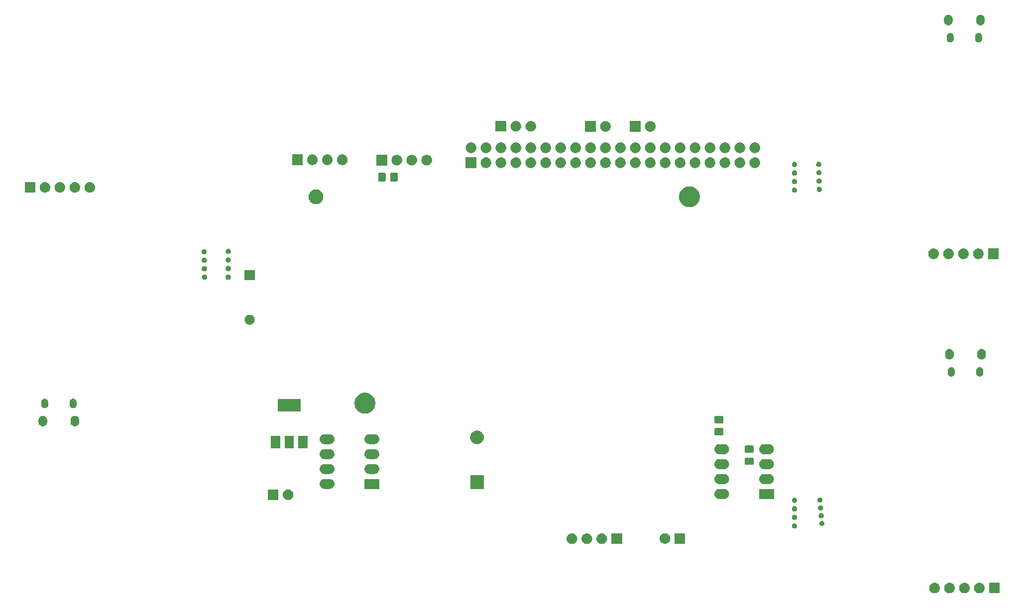
<source format=gbr>
G04 #@! TF.GenerationSoftware,KiCad,Pcbnew,5.0.2-bee76a0~70~ubuntu18.04.1*
G04 #@! TF.CreationDate,2019-08-22T14:53:53-04:00*
G04 #@! TF.ProjectId,output.pcb,6f757470-7574-42e7-9063-622e6b696361,rev?*
G04 #@! TF.SameCoordinates,Original*
G04 #@! TF.FileFunction,Soldermask,Bot*
G04 #@! TF.FilePolarity,Negative*
%FSLAX46Y46*%
G04 Gerber Fmt 4.6, Leading zero omitted, Abs format (unit mm)*
G04 Created by KiCad (PCBNEW 5.0.2-bee76a0~70~ubuntu18.04.1) date Thu 22 Aug 2019 02:53:53 PM EDT*
%MOMM*%
%LPD*%
G01*
G04 APERTURE LIST*
%ADD10C,0.100000*%
G04 APERTURE END LIST*
D10*
G36*
X220865000Y-138619800D02*
X219063000Y-138619800D01*
X219063000Y-136817800D01*
X220865000Y-136817800D01*
X220865000Y-138619800D01*
X220865000Y-138619800D01*
G37*
G36*
X217534443Y-136824319D02*
X217600627Y-136830837D01*
X217713853Y-136865184D01*
X217770467Y-136882357D01*
X217909087Y-136956452D01*
X217926991Y-136966022D01*
X217962729Y-136995352D01*
X218064186Y-137078614D01*
X218147448Y-137180071D01*
X218176778Y-137215809D01*
X218176779Y-137215811D01*
X218260443Y-137372333D01*
X218260443Y-137372334D01*
X218311963Y-137542173D01*
X218329359Y-137718800D01*
X218311963Y-137895427D01*
X218277616Y-138008653D01*
X218260443Y-138065267D01*
X218186348Y-138203887D01*
X218176778Y-138221791D01*
X218147448Y-138257529D01*
X218064186Y-138358986D01*
X217962729Y-138442248D01*
X217926991Y-138471578D01*
X217926989Y-138471579D01*
X217770467Y-138555243D01*
X217713853Y-138572416D01*
X217600627Y-138606763D01*
X217534442Y-138613282D01*
X217468260Y-138619800D01*
X217379740Y-138619800D01*
X217313558Y-138613282D01*
X217247373Y-138606763D01*
X217134147Y-138572416D01*
X217077533Y-138555243D01*
X216921011Y-138471579D01*
X216921009Y-138471578D01*
X216885271Y-138442248D01*
X216783814Y-138358986D01*
X216700552Y-138257529D01*
X216671222Y-138221791D01*
X216661652Y-138203887D01*
X216587557Y-138065267D01*
X216570384Y-138008653D01*
X216536037Y-137895427D01*
X216518641Y-137718800D01*
X216536037Y-137542173D01*
X216587557Y-137372334D01*
X216587557Y-137372333D01*
X216671221Y-137215811D01*
X216671222Y-137215809D01*
X216700552Y-137180071D01*
X216783814Y-137078614D01*
X216885271Y-136995352D01*
X216921009Y-136966022D01*
X216938913Y-136956452D01*
X217077533Y-136882357D01*
X217134147Y-136865184D01*
X217247373Y-136830837D01*
X217313557Y-136824319D01*
X217379740Y-136817800D01*
X217468260Y-136817800D01*
X217534443Y-136824319D01*
X217534443Y-136824319D01*
G37*
G36*
X214994443Y-136824319D02*
X215060627Y-136830837D01*
X215173853Y-136865184D01*
X215230467Y-136882357D01*
X215369087Y-136956452D01*
X215386991Y-136966022D01*
X215422729Y-136995352D01*
X215524186Y-137078614D01*
X215607448Y-137180071D01*
X215636778Y-137215809D01*
X215636779Y-137215811D01*
X215720443Y-137372333D01*
X215720443Y-137372334D01*
X215771963Y-137542173D01*
X215789359Y-137718800D01*
X215771963Y-137895427D01*
X215737616Y-138008653D01*
X215720443Y-138065267D01*
X215646348Y-138203887D01*
X215636778Y-138221791D01*
X215607448Y-138257529D01*
X215524186Y-138358986D01*
X215422729Y-138442248D01*
X215386991Y-138471578D01*
X215386989Y-138471579D01*
X215230467Y-138555243D01*
X215173853Y-138572416D01*
X215060627Y-138606763D01*
X214994442Y-138613282D01*
X214928260Y-138619800D01*
X214839740Y-138619800D01*
X214773558Y-138613282D01*
X214707373Y-138606763D01*
X214594147Y-138572416D01*
X214537533Y-138555243D01*
X214381011Y-138471579D01*
X214381009Y-138471578D01*
X214345271Y-138442248D01*
X214243814Y-138358986D01*
X214160552Y-138257529D01*
X214131222Y-138221791D01*
X214121652Y-138203887D01*
X214047557Y-138065267D01*
X214030384Y-138008653D01*
X213996037Y-137895427D01*
X213978641Y-137718800D01*
X213996037Y-137542173D01*
X214047557Y-137372334D01*
X214047557Y-137372333D01*
X214131221Y-137215811D01*
X214131222Y-137215809D01*
X214160552Y-137180071D01*
X214243814Y-137078614D01*
X214345271Y-136995352D01*
X214381009Y-136966022D01*
X214398913Y-136956452D01*
X214537533Y-136882357D01*
X214594147Y-136865184D01*
X214707373Y-136830837D01*
X214773557Y-136824319D01*
X214839740Y-136817800D01*
X214928260Y-136817800D01*
X214994443Y-136824319D01*
X214994443Y-136824319D01*
G37*
G36*
X209914443Y-136824319D02*
X209980627Y-136830837D01*
X210093853Y-136865184D01*
X210150467Y-136882357D01*
X210289087Y-136956452D01*
X210306991Y-136966022D01*
X210342729Y-136995352D01*
X210444186Y-137078614D01*
X210527448Y-137180071D01*
X210556778Y-137215809D01*
X210556779Y-137215811D01*
X210640443Y-137372333D01*
X210640443Y-137372334D01*
X210691963Y-137542173D01*
X210709359Y-137718800D01*
X210691963Y-137895427D01*
X210657616Y-138008653D01*
X210640443Y-138065267D01*
X210566348Y-138203887D01*
X210556778Y-138221791D01*
X210527448Y-138257529D01*
X210444186Y-138358986D01*
X210342729Y-138442248D01*
X210306991Y-138471578D01*
X210306989Y-138471579D01*
X210150467Y-138555243D01*
X210093853Y-138572416D01*
X209980627Y-138606763D01*
X209914442Y-138613282D01*
X209848260Y-138619800D01*
X209759740Y-138619800D01*
X209693558Y-138613282D01*
X209627373Y-138606763D01*
X209514147Y-138572416D01*
X209457533Y-138555243D01*
X209301011Y-138471579D01*
X209301009Y-138471578D01*
X209265271Y-138442248D01*
X209163814Y-138358986D01*
X209080552Y-138257529D01*
X209051222Y-138221791D01*
X209041652Y-138203887D01*
X208967557Y-138065267D01*
X208950384Y-138008653D01*
X208916037Y-137895427D01*
X208898641Y-137718800D01*
X208916037Y-137542173D01*
X208967557Y-137372334D01*
X208967557Y-137372333D01*
X209051221Y-137215811D01*
X209051222Y-137215809D01*
X209080552Y-137180071D01*
X209163814Y-137078614D01*
X209265271Y-136995352D01*
X209301009Y-136966022D01*
X209318913Y-136956452D01*
X209457533Y-136882357D01*
X209514147Y-136865184D01*
X209627373Y-136830837D01*
X209693557Y-136824319D01*
X209759740Y-136817800D01*
X209848260Y-136817800D01*
X209914443Y-136824319D01*
X209914443Y-136824319D01*
G37*
G36*
X212454443Y-136824319D02*
X212520627Y-136830837D01*
X212633853Y-136865184D01*
X212690467Y-136882357D01*
X212829087Y-136956452D01*
X212846991Y-136966022D01*
X212882729Y-136995352D01*
X212984186Y-137078614D01*
X213067448Y-137180071D01*
X213096778Y-137215809D01*
X213096779Y-137215811D01*
X213180443Y-137372333D01*
X213180443Y-137372334D01*
X213231963Y-137542173D01*
X213249359Y-137718800D01*
X213231963Y-137895427D01*
X213197616Y-138008653D01*
X213180443Y-138065267D01*
X213106348Y-138203887D01*
X213096778Y-138221791D01*
X213067448Y-138257529D01*
X212984186Y-138358986D01*
X212882729Y-138442248D01*
X212846991Y-138471578D01*
X212846989Y-138471579D01*
X212690467Y-138555243D01*
X212633853Y-138572416D01*
X212520627Y-138606763D01*
X212454442Y-138613282D01*
X212388260Y-138619800D01*
X212299740Y-138619800D01*
X212233558Y-138613282D01*
X212167373Y-138606763D01*
X212054147Y-138572416D01*
X211997533Y-138555243D01*
X211841011Y-138471579D01*
X211841009Y-138471578D01*
X211805271Y-138442248D01*
X211703814Y-138358986D01*
X211620552Y-138257529D01*
X211591222Y-138221791D01*
X211581652Y-138203887D01*
X211507557Y-138065267D01*
X211490384Y-138008653D01*
X211456037Y-137895427D01*
X211438641Y-137718800D01*
X211456037Y-137542173D01*
X211507557Y-137372334D01*
X211507557Y-137372333D01*
X211591221Y-137215811D01*
X211591222Y-137215809D01*
X211620552Y-137180071D01*
X211703814Y-137078614D01*
X211805271Y-136995352D01*
X211841009Y-136966022D01*
X211858913Y-136956452D01*
X211997533Y-136882357D01*
X212054147Y-136865184D01*
X212167373Y-136830837D01*
X212233557Y-136824319D01*
X212299740Y-136817800D01*
X212388260Y-136817800D01*
X212454443Y-136824319D01*
X212454443Y-136824319D01*
G37*
G36*
X150783242Y-128442318D02*
X150849427Y-128448837D01*
X150935533Y-128474957D01*
X151019267Y-128500357D01*
X151157887Y-128574452D01*
X151175791Y-128584022D01*
X151211529Y-128613352D01*
X151312986Y-128696614D01*
X151396248Y-128798071D01*
X151425578Y-128833809D01*
X151425579Y-128833811D01*
X151509243Y-128990333D01*
X151509243Y-128990334D01*
X151560763Y-129160173D01*
X151578159Y-129336800D01*
X151560763Y-129513427D01*
X151526416Y-129626653D01*
X151509243Y-129683267D01*
X151439156Y-129814389D01*
X151425578Y-129839791D01*
X151396248Y-129875529D01*
X151312986Y-129976986D01*
X151211529Y-130060248D01*
X151175791Y-130089578D01*
X151175789Y-130089579D01*
X151019267Y-130173243D01*
X150962653Y-130190416D01*
X150849427Y-130224763D01*
X150783243Y-130231281D01*
X150717060Y-130237800D01*
X150628540Y-130237800D01*
X150562357Y-130231281D01*
X150496173Y-130224763D01*
X150382947Y-130190416D01*
X150326333Y-130173243D01*
X150169811Y-130089579D01*
X150169809Y-130089578D01*
X150134071Y-130060248D01*
X150032614Y-129976986D01*
X149949352Y-129875529D01*
X149920022Y-129839791D01*
X149906444Y-129814389D01*
X149836357Y-129683267D01*
X149819184Y-129626653D01*
X149784837Y-129513427D01*
X149767441Y-129336800D01*
X149784837Y-129160173D01*
X149836357Y-128990334D01*
X149836357Y-128990333D01*
X149920021Y-128833811D01*
X149920022Y-128833809D01*
X149949352Y-128798071D01*
X150032614Y-128696614D01*
X150134071Y-128613352D01*
X150169809Y-128584022D01*
X150187713Y-128574452D01*
X150326333Y-128500357D01*
X150410067Y-128474957D01*
X150496173Y-128448837D01*
X150562358Y-128442318D01*
X150628540Y-128435800D01*
X150717060Y-128435800D01*
X150783242Y-128442318D01*
X150783242Y-128442318D01*
G37*
G36*
X156653800Y-130237800D02*
X154851800Y-130237800D01*
X154851800Y-128435800D01*
X156653800Y-128435800D01*
X156653800Y-130237800D01*
X156653800Y-130237800D01*
G37*
G36*
X153323242Y-128442318D02*
X153389427Y-128448837D01*
X153475533Y-128474957D01*
X153559267Y-128500357D01*
X153697887Y-128574452D01*
X153715791Y-128584022D01*
X153751529Y-128613352D01*
X153852986Y-128696614D01*
X153936248Y-128798071D01*
X153965578Y-128833809D01*
X153965579Y-128833811D01*
X154049243Y-128990333D01*
X154049243Y-128990334D01*
X154100763Y-129160173D01*
X154118159Y-129336800D01*
X154100763Y-129513427D01*
X154066416Y-129626653D01*
X154049243Y-129683267D01*
X153979156Y-129814389D01*
X153965578Y-129839791D01*
X153936248Y-129875529D01*
X153852986Y-129976986D01*
X153751529Y-130060248D01*
X153715791Y-130089578D01*
X153715789Y-130089579D01*
X153559267Y-130173243D01*
X153502653Y-130190416D01*
X153389427Y-130224763D01*
X153323243Y-130231281D01*
X153257060Y-130237800D01*
X153168540Y-130237800D01*
X153102357Y-130231281D01*
X153036173Y-130224763D01*
X152922947Y-130190416D01*
X152866333Y-130173243D01*
X152709811Y-130089579D01*
X152709809Y-130089578D01*
X152674071Y-130060248D01*
X152572614Y-129976986D01*
X152489352Y-129875529D01*
X152460022Y-129839791D01*
X152446444Y-129814389D01*
X152376357Y-129683267D01*
X152359184Y-129626653D01*
X152324837Y-129513427D01*
X152307441Y-129336800D01*
X152324837Y-129160173D01*
X152376357Y-128990334D01*
X152376357Y-128990333D01*
X152460021Y-128833811D01*
X152460022Y-128833809D01*
X152489352Y-128798071D01*
X152572614Y-128696614D01*
X152674071Y-128613352D01*
X152709809Y-128584022D01*
X152727713Y-128574452D01*
X152866333Y-128500357D01*
X152950067Y-128474957D01*
X153036173Y-128448837D01*
X153102358Y-128442318D01*
X153168540Y-128435800D01*
X153257060Y-128435800D01*
X153323242Y-128442318D01*
X153323242Y-128442318D01*
G37*
G36*
X148243242Y-128442318D02*
X148309427Y-128448837D01*
X148395533Y-128474957D01*
X148479267Y-128500357D01*
X148617887Y-128574452D01*
X148635791Y-128584022D01*
X148671529Y-128613352D01*
X148772986Y-128696614D01*
X148856248Y-128798071D01*
X148885578Y-128833809D01*
X148885579Y-128833811D01*
X148969243Y-128990333D01*
X148969243Y-128990334D01*
X149020763Y-129160173D01*
X149038159Y-129336800D01*
X149020763Y-129513427D01*
X148986416Y-129626653D01*
X148969243Y-129683267D01*
X148899156Y-129814389D01*
X148885578Y-129839791D01*
X148856248Y-129875529D01*
X148772986Y-129976986D01*
X148671529Y-130060248D01*
X148635791Y-130089578D01*
X148635789Y-130089579D01*
X148479267Y-130173243D01*
X148422653Y-130190416D01*
X148309427Y-130224763D01*
X148243243Y-130231281D01*
X148177060Y-130237800D01*
X148088540Y-130237800D01*
X148022357Y-130231281D01*
X147956173Y-130224763D01*
X147842947Y-130190416D01*
X147786333Y-130173243D01*
X147629811Y-130089579D01*
X147629809Y-130089578D01*
X147594071Y-130060248D01*
X147492614Y-129976986D01*
X147409352Y-129875529D01*
X147380022Y-129839791D01*
X147366444Y-129814389D01*
X147296357Y-129683267D01*
X147279184Y-129626653D01*
X147244837Y-129513427D01*
X147227441Y-129336800D01*
X147244837Y-129160173D01*
X147296357Y-128990334D01*
X147296357Y-128990333D01*
X147380021Y-128833811D01*
X147380022Y-128833809D01*
X147409352Y-128798071D01*
X147492614Y-128696614D01*
X147594071Y-128613352D01*
X147629809Y-128584022D01*
X147647713Y-128574452D01*
X147786333Y-128500357D01*
X147870067Y-128474957D01*
X147956173Y-128448837D01*
X148022358Y-128442318D01*
X148088540Y-128435800D01*
X148177060Y-128435800D01*
X148243242Y-128442318D01*
X148243242Y-128442318D01*
G37*
G36*
X167398000Y-130212400D02*
X165596000Y-130212400D01*
X165596000Y-128410400D01*
X167398000Y-128410400D01*
X167398000Y-130212400D01*
X167398000Y-130212400D01*
G37*
G36*
X164067443Y-128416919D02*
X164133627Y-128423437D01*
X164246853Y-128457784D01*
X164303467Y-128474957D01*
X164350986Y-128500357D01*
X164459991Y-128558622D01*
X164490941Y-128584022D01*
X164597186Y-128671214D01*
X164680448Y-128772671D01*
X164709778Y-128808409D01*
X164709779Y-128808411D01*
X164793443Y-128964933D01*
X164793443Y-128964934D01*
X164844963Y-129134773D01*
X164862359Y-129311400D01*
X164844963Y-129488027D01*
X164837258Y-129513427D01*
X164793443Y-129657867D01*
X164779866Y-129683267D01*
X164709778Y-129814391D01*
X164680448Y-129850129D01*
X164597186Y-129951586D01*
X164495729Y-130034848D01*
X164459991Y-130064178D01*
X164459989Y-130064179D01*
X164303467Y-130147843D01*
X164246853Y-130165016D01*
X164133627Y-130199363D01*
X164067442Y-130205882D01*
X164001260Y-130212400D01*
X163912740Y-130212400D01*
X163846558Y-130205882D01*
X163780373Y-130199363D01*
X163667147Y-130165016D01*
X163610533Y-130147843D01*
X163454011Y-130064179D01*
X163454009Y-130064178D01*
X163418271Y-130034848D01*
X163316814Y-129951586D01*
X163233552Y-129850129D01*
X163204222Y-129814391D01*
X163134134Y-129683267D01*
X163120557Y-129657867D01*
X163076742Y-129513427D01*
X163069037Y-129488027D01*
X163051641Y-129311400D01*
X163069037Y-129134773D01*
X163120557Y-128964934D01*
X163120557Y-128964933D01*
X163204221Y-128808411D01*
X163204222Y-128808409D01*
X163233552Y-128772671D01*
X163316814Y-128671214D01*
X163423059Y-128584022D01*
X163454009Y-128558622D01*
X163563014Y-128500357D01*
X163610533Y-128474957D01*
X163667147Y-128457784D01*
X163780373Y-128423437D01*
X163846557Y-128416919D01*
X163912740Y-128410400D01*
X164001260Y-128410400D01*
X164067443Y-128416919D01*
X164067443Y-128416919D01*
G37*
G36*
X186114352Y-126722077D02*
X186196425Y-126756073D01*
X186196426Y-126756074D01*
X186196429Y-126756075D01*
X186246515Y-126789542D01*
X186270300Y-126805435D01*
X186333111Y-126868246D01*
X186333113Y-126868249D01*
X186333114Y-126868250D01*
X186382471Y-126942117D01*
X186382472Y-126942120D01*
X186382473Y-126942121D01*
X186416469Y-127024194D01*
X186433800Y-127111325D01*
X186433800Y-127200167D01*
X186416469Y-127287298D01*
X186382473Y-127369371D01*
X186382471Y-127369375D01*
X186333114Y-127443242D01*
X186333111Y-127443246D01*
X186270300Y-127506057D01*
X186270297Y-127506059D01*
X186270296Y-127506060D01*
X186196429Y-127555417D01*
X186196426Y-127555418D01*
X186196425Y-127555419D01*
X186114352Y-127589415D01*
X186027221Y-127606746D01*
X185938379Y-127606746D01*
X185851248Y-127589415D01*
X185769175Y-127555419D01*
X185769174Y-127555418D01*
X185769171Y-127555417D01*
X185695304Y-127506060D01*
X185695303Y-127506059D01*
X185695300Y-127506057D01*
X185632489Y-127443246D01*
X185632486Y-127443242D01*
X185583129Y-127369375D01*
X185583127Y-127369371D01*
X185549131Y-127287298D01*
X185531800Y-127200167D01*
X185531800Y-127111325D01*
X185549131Y-127024194D01*
X185583127Y-126942121D01*
X185583128Y-126942120D01*
X185583129Y-126942117D01*
X185632486Y-126868250D01*
X185632487Y-126868249D01*
X185632489Y-126868246D01*
X185695300Y-126805435D01*
X185719085Y-126789542D01*
X185769171Y-126756075D01*
X185769174Y-126756074D01*
X185769175Y-126756073D01*
X185851248Y-126722077D01*
X185938379Y-126704746D01*
X186027221Y-126704746D01*
X186114352Y-126722077D01*
X186114352Y-126722077D01*
G37*
G36*
X190776007Y-126311452D02*
X190858080Y-126345448D01*
X190858081Y-126345449D01*
X190858084Y-126345450D01*
X190931951Y-126394807D01*
X190931955Y-126394810D01*
X190994766Y-126457621D01*
X190994768Y-126457624D01*
X190994769Y-126457625D01*
X191044126Y-126531492D01*
X191044127Y-126531495D01*
X191044128Y-126531496D01*
X191078124Y-126613569D01*
X191095455Y-126700700D01*
X191095455Y-126789542D01*
X191078124Y-126876673D01*
X191051016Y-126942117D01*
X191044126Y-126958750D01*
X191000397Y-127024194D01*
X190994766Y-127032621D01*
X190931955Y-127095432D01*
X190931952Y-127095434D01*
X190931951Y-127095435D01*
X190858084Y-127144792D01*
X190858081Y-127144793D01*
X190858080Y-127144794D01*
X190776007Y-127178790D01*
X190688876Y-127196121D01*
X190600034Y-127196121D01*
X190512903Y-127178790D01*
X190430830Y-127144794D01*
X190430829Y-127144793D01*
X190430826Y-127144792D01*
X190356959Y-127095435D01*
X190356958Y-127095434D01*
X190356955Y-127095432D01*
X190294144Y-127032621D01*
X190288513Y-127024194D01*
X190244784Y-126958750D01*
X190237894Y-126942117D01*
X190210786Y-126876673D01*
X190193455Y-126789542D01*
X190193455Y-126700700D01*
X190210786Y-126613569D01*
X190244782Y-126531496D01*
X190244783Y-126531495D01*
X190244784Y-126531492D01*
X190294141Y-126457625D01*
X190294142Y-126457624D01*
X190294144Y-126457621D01*
X190356955Y-126394810D01*
X190356959Y-126394807D01*
X190430826Y-126345450D01*
X190430829Y-126345449D01*
X190430830Y-126345448D01*
X190512903Y-126311452D01*
X190600034Y-126294121D01*
X190688876Y-126294121D01*
X190776007Y-126311452D01*
X190776007Y-126311452D01*
G37*
G36*
X186114352Y-125263588D02*
X186196425Y-125297584D01*
X186196426Y-125297585D01*
X186196429Y-125297586D01*
X186270296Y-125346943D01*
X186270300Y-125346946D01*
X186333111Y-125409757D01*
X186333113Y-125409760D01*
X186333114Y-125409761D01*
X186382471Y-125483628D01*
X186382472Y-125483631D01*
X186382473Y-125483632D01*
X186416469Y-125565705D01*
X186433800Y-125652836D01*
X186433800Y-125741678D01*
X186416469Y-125828809D01*
X186400622Y-125867066D01*
X186382471Y-125910886D01*
X186333114Y-125984753D01*
X186333111Y-125984757D01*
X186270300Y-126047568D01*
X186270297Y-126047570D01*
X186270296Y-126047571D01*
X186196429Y-126096928D01*
X186196426Y-126096929D01*
X186196425Y-126096930D01*
X186114352Y-126130926D01*
X186027221Y-126148257D01*
X185938379Y-126148257D01*
X185851248Y-126130926D01*
X185769175Y-126096930D01*
X185769174Y-126096929D01*
X185769171Y-126096928D01*
X185695304Y-126047571D01*
X185695303Y-126047570D01*
X185695300Y-126047568D01*
X185632489Y-125984757D01*
X185632486Y-125984753D01*
X185583129Y-125910886D01*
X185564978Y-125867066D01*
X185549131Y-125828809D01*
X185531800Y-125741678D01*
X185531800Y-125652836D01*
X185549131Y-125565705D01*
X185583127Y-125483632D01*
X185583128Y-125483631D01*
X185583129Y-125483628D01*
X185632486Y-125409761D01*
X185632487Y-125409760D01*
X185632489Y-125409757D01*
X185695300Y-125346946D01*
X185695304Y-125346943D01*
X185769171Y-125297586D01*
X185769174Y-125297585D01*
X185769175Y-125297584D01*
X185851248Y-125263588D01*
X185938379Y-125246257D01*
X186027221Y-125246257D01*
X186114352Y-125263588D01*
X186114352Y-125263588D01*
G37*
G36*
X190663038Y-124982397D02*
X190745111Y-125016393D01*
X190745112Y-125016394D01*
X190745115Y-125016395D01*
X190818982Y-125065752D01*
X190818986Y-125065755D01*
X190881797Y-125128566D01*
X190881799Y-125128569D01*
X190881800Y-125128570D01*
X190931157Y-125202437D01*
X190931158Y-125202440D01*
X190931159Y-125202441D01*
X190965155Y-125284514D01*
X190982486Y-125371645D01*
X190982486Y-125460487D01*
X190965155Y-125547618D01*
X190931159Y-125629691D01*
X190931157Y-125629695D01*
X190881800Y-125703562D01*
X190881797Y-125703566D01*
X190818986Y-125766377D01*
X190818983Y-125766379D01*
X190818982Y-125766380D01*
X190745115Y-125815737D01*
X190745112Y-125815738D01*
X190745111Y-125815739D01*
X190663038Y-125849735D01*
X190575907Y-125867066D01*
X190487065Y-125867066D01*
X190399934Y-125849735D01*
X190317861Y-125815739D01*
X190317860Y-125815738D01*
X190317857Y-125815737D01*
X190243990Y-125766380D01*
X190243989Y-125766379D01*
X190243986Y-125766377D01*
X190181175Y-125703566D01*
X190181172Y-125703562D01*
X190131815Y-125629695D01*
X190131813Y-125629691D01*
X190097817Y-125547618D01*
X190080486Y-125460487D01*
X190080486Y-125371645D01*
X190097817Y-125284514D01*
X190131813Y-125202441D01*
X190131814Y-125202440D01*
X190131815Y-125202437D01*
X190181172Y-125128570D01*
X190181173Y-125128569D01*
X190181175Y-125128566D01*
X190243986Y-125065755D01*
X190243990Y-125065752D01*
X190317857Y-125016395D01*
X190317860Y-125016394D01*
X190317861Y-125016393D01*
X190399934Y-124982397D01*
X190487065Y-124965066D01*
X190575907Y-124965066D01*
X190663038Y-124982397D01*
X190663038Y-124982397D01*
G37*
G36*
X186114352Y-123805099D02*
X186196425Y-123839095D01*
X186196426Y-123839096D01*
X186196429Y-123839097D01*
X186247739Y-123873382D01*
X186270300Y-123888457D01*
X186333111Y-123951268D01*
X186333113Y-123951271D01*
X186333114Y-123951272D01*
X186382471Y-124025139D01*
X186382472Y-124025142D01*
X186382473Y-124025143D01*
X186416469Y-124107216D01*
X186433800Y-124194347D01*
X186433800Y-124283189D01*
X186416469Y-124370320D01*
X186388714Y-124437325D01*
X186382471Y-124452397D01*
X186336845Y-124520680D01*
X186333111Y-124526268D01*
X186270300Y-124589079D01*
X186270297Y-124589081D01*
X186270296Y-124589082D01*
X186196429Y-124638439D01*
X186196426Y-124638440D01*
X186196425Y-124638441D01*
X186114352Y-124672437D01*
X186027221Y-124689768D01*
X185938379Y-124689768D01*
X185851248Y-124672437D01*
X185769175Y-124638441D01*
X185769174Y-124638440D01*
X185769171Y-124638439D01*
X185695304Y-124589082D01*
X185695303Y-124589081D01*
X185695300Y-124589079D01*
X185632489Y-124526268D01*
X185628755Y-124520680D01*
X185583129Y-124452397D01*
X185576886Y-124437325D01*
X185549131Y-124370320D01*
X185531800Y-124283189D01*
X185531800Y-124194347D01*
X185549131Y-124107216D01*
X185583127Y-124025143D01*
X185583128Y-124025142D01*
X185583129Y-124025139D01*
X185632486Y-123951272D01*
X185632487Y-123951271D01*
X185632489Y-123951268D01*
X185695300Y-123888457D01*
X185717861Y-123873382D01*
X185769171Y-123839097D01*
X185769174Y-123839096D01*
X185769175Y-123839095D01*
X185851248Y-123805099D01*
X185938379Y-123787768D01*
X186027221Y-123787768D01*
X186114352Y-123805099D01*
X186114352Y-123805099D01*
G37*
G36*
X190550069Y-123653342D02*
X190632142Y-123687338D01*
X190632143Y-123687339D01*
X190632146Y-123687340D01*
X190706013Y-123736697D01*
X190706017Y-123736700D01*
X190768828Y-123799511D01*
X190768830Y-123799514D01*
X190768831Y-123799515D01*
X190818188Y-123873382D01*
X190818189Y-123873385D01*
X190818190Y-123873386D01*
X190852186Y-123955459D01*
X190869517Y-124042590D01*
X190869517Y-124131432D01*
X190852186Y-124218563D01*
X190818190Y-124300636D01*
X190818188Y-124300640D01*
X190768831Y-124374507D01*
X190768828Y-124374511D01*
X190706017Y-124437322D01*
X190706014Y-124437324D01*
X190706013Y-124437325D01*
X190632146Y-124486682D01*
X190632143Y-124486683D01*
X190632142Y-124486684D01*
X190550069Y-124520680D01*
X190462938Y-124538011D01*
X190374096Y-124538011D01*
X190286965Y-124520680D01*
X190204892Y-124486684D01*
X190204891Y-124486683D01*
X190204888Y-124486682D01*
X190131021Y-124437325D01*
X190131020Y-124437324D01*
X190131017Y-124437322D01*
X190068206Y-124374511D01*
X190068203Y-124374507D01*
X190018846Y-124300640D01*
X190018844Y-124300636D01*
X189984848Y-124218563D01*
X189967517Y-124131432D01*
X189967517Y-124042590D01*
X189984848Y-123955459D01*
X190018844Y-123873386D01*
X190018845Y-123873385D01*
X190018846Y-123873382D01*
X190068203Y-123799515D01*
X190068204Y-123799514D01*
X190068206Y-123799511D01*
X190131017Y-123736700D01*
X190131021Y-123736697D01*
X190204888Y-123687340D01*
X190204891Y-123687339D01*
X190204892Y-123687338D01*
X190286965Y-123653342D01*
X190374096Y-123636011D01*
X190462938Y-123636011D01*
X190550069Y-123653342D01*
X190550069Y-123653342D01*
G37*
G36*
X186114352Y-122346610D02*
X186196425Y-122380606D01*
X186196426Y-122380607D01*
X186196429Y-122380608D01*
X186267063Y-122427805D01*
X186270300Y-122429968D01*
X186333111Y-122492779D01*
X186333113Y-122492782D01*
X186333114Y-122492783D01*
X186382471Y-122566650D01*
X186382472Y-122566653D01*
X186382473Y-122566654D01*
X186416469Y-122648727D01*
X186433800Y-122735858D01*
X186433800Y-122824700D01*
X186416469Y-122911831D01*
X186382473Y-122993904D01*
X186382471Y-122993908D01*
X186348030Y-123045452D01*
X186333111Y-123067779D01*
X186270300Y-123130590D01*
X186270297Y-123130592D01*
X186270296Y-123130593D01*
X186196429Y-123179950D01*
X186196426Y-123179951D01*
X186196425Y-123179952D01*
X186114352Y-123213948D01*
X186027221Y-123231279D01*
X185938379Y-123231279D01*
X185851248Y-123213948D01*
X185769175Y-123179952D01*
X185769174Y-123179951D01*
X185769171Y-123179950D01*
X185695304Y-123130593D01*
X185695303Y-123130592D01*
X185695300Y-123130590D01*
X185632489Y-123067779D01*
X185617570Y-123045452D01*
X185583129Y-122993908D01*
X185583127Y-122993904D01*
X185549131Y-122911831D01*
X185531800Y-122824700D01*
X185531800Y-122735858D01*
X185549131Y-122648727D01*
X185583127Y-122566654D01*
X185583128Y-122566653D01*
X185583129Y-122566650D01*
X185632486Y-122492783D01*
X185632487Y-122492782D01*
X185632489Y-122492779D01*
X185695300Y-122429968D01*
X185698537Y-122427805D01*
X185769171Y-122380608D01*
X185769174Y-122380607D01*
X185769175Y-122380606D01*
X185851248Y-122346610D01*
X185938379Y-122329279D01*
X186027221Y-122329279D01*
X186114352Y-122346610D01*
X186114352Y-122346610D01*
G37*
G36*
X190437100Y-122324287D02*
X190519173Y-122358283D01*
X190519174Y-122358284D01*
X190519177Y-122358285D01*
X190552582Y-122380606D01*
X190593048Y-122407645D01*
X190655859Y-122470456D01*
X190655861Y-122470459D01*
X190655862Y-122470460D01*
X190705219Y-122544327D01*
X190705220Y-122544330D01*
X190705221Y-122544331D01*
X190739217Y-122626404D01*
X190756548Y-122713535D01*
X190756548Y-122802377D01*
X190739217Y-122889508D01*
X190729970Y-122911831D01*
X190705219Y-122971585D01*
X190655862Y-123045452D01*
X190655859Y-123045456D01*
X190593048Y-123108267D01*
X190593045Y-123108269D01*
X190593044Y-123108270D01*
X190519177Y-123157627D01*
X190519174Y-123157628D01*
X190519173Y-123157629D01*
X190437100Y-123191625D01*
X190349969Y-123208956D01*
X190261127Y-123208956D01*
X190173996Y-123191625D01*
X190091923Y-123157629D01*
X190091922Y-123157628D01*
X190091919Y-123157627D01*
X190018052Y-123108270D01*
X190018051Y-123108269D01*
X190018048Y-123108267D01*
X189955237Y-123045456D01*
X189955234Y-123045452D01*
X189905877Y-122971585D01*
X189881126Y-122911831D01*
X189871879Y-122889508D01*
X189854548Y-122802377D01*
X189854548Y-122713535D01*
X189871879Y-122626404D01*
X189905875Y-122544331D01*
X189905876Y-122544330D01*
X189905877Y-122544327D01*
X189955234Y-122470460D01*
X189955235Y-122470459D01*
X189955237Y-122470456D01*
X190018048Y-122407645D01*
X190058514Y-122380606D01*
X190091919Y-122358285D01*
X190091922Y-122358284D01*
X190091923Y-122358283D01*
X190173996Y-122324287D01*
X190261127Y-122306956D01*
X190349969Y-122306956D01*
X190437100Y-122324287D01*
X190437100Y-122324287D01*
G37*
G36*
X98208400Y-122744800D02*
X96406400Y-122744800D01*
X96406400Y-120942800D01*
X98208400Y-120942800D01*
X98208400Y-122744800D01*
X98208400Y-122744800D01*
G37*
G36*
X99957842Y-120949318D02*
X100024027Y-120955837D01*
X100137253Y-120990184D01*
X100193867Y-121007357D01*
X100332487Y-121081452D01*
X100350391Y-121091022D01*
X100376124Y-121112141D01*
X100487586Y-121203614D01*
X100570848Y-121305071D01*
X100600178Y-121340809D01*
X100600179Y-121340811D01*
X100683843Y-121497333D01*
X100683843Y-121497334D01*
X100735363Y-121667173D01*
X100752759Y-121843800D01*
X100735363Y-122020427D01*
X100701016Y-122133653D01*
X100683843Y-122190267D01*
X100621470Y-122306956D01*
X100600178Y-122346791D01*
X100590745Y-122358285D01*
X100487586Y-122483986D01*
X100400460Y-122555487D01*
X100350391Y-122596578D01*
X100350389Y-122596579D01*
X100193867Y-122680243D01*
X100137253Y-122697416D01*
X100024027Y-122731763D01*
X99957842Y-122738282D01*
X99891660Y-122744800D01*
X99803140Y-122744800D01*
X99736958Y-122738282D01*
X99670773Y-122731763D01*
X99557547Y-122697416D01*
X99500933Y-122680243D01*
X99344411Y-122596579D01*
X99344409Y-122596578D01*
X99294340Y-122555487D01*
X99207214Y-122483986D01*
X99104055Y-122358285D01*
X99094622Y-122346791D01*
X99073330Y-122306956D01*
X99010957Y-122190267D01*
X98993784Y-122133653D01*
X98959437Y-122020427D01*
X98942041Y-121843800D01*
X98959437Y-121667173D01*
X99010957Y-121497334D01*
X99010957Y-121497333D01*
X99094621Y-121340811D01*
X99094622Y-121340809D01*
X99123952Y-121305071D01*
X99207214Y-121203614D01*
X99318676Y-121112141D01*
X99344409Y-121091022D01*
X99362313Y-121081452D01*
X99500933Y-121007357D01*
X99557547Y-120990184D01*
X99670773Y-120955837D01*
X99736958Y-120949318D01*
X99803140Y-120942800D01*
X99891660Y-120942800D01*
X99957842Y-120949318D01*
X99957842Y-120949318D01*
G37*
G36*
X174175821Y-120878113D02*
X174175824Y-120878114D01*
X174175825Y-120878114D01*
X174336239Y-120926775D01*
X174336241Y-120926776D01*
X174336244Y-120926777D01*
X174484078Y-121005795D01*
X174613659Y-121112141D01*
X174720005Y-121241722D01*
X174799023Y-121389556D01*
X174799024Y-121389559D01*
X174799025Y-121389561D01*
X174847686Y-121549975D01*
X174847687Y-121549979D01*
X174864117Y-121716800D01*
X174847687Y-121883621D01*
X174847686Y-121883624D01*
X174847686Y-121883625D01*
X174806188Y-122020427D01*
X174799023Y-122044044D01*
X174720005Y-122191878D01*
X174613659Y-122321459D01*
X174484078Y-122427805D01*
X174336244Y-122506823D01*
X174336241Y-122506824D01*
X174336239Y-122506825D01*
X174175825Y-122555486D01*
X174175824Y-122555486D01*
X174175821Y-122555487D01*
X174050804Y-122567800D01*
X173167196Y-122567800D01*
X173042179Y-122555487D01*
X173042176Y-122555486D01*
X173042175Y-122555486D01*
X172881761Y-122506825D01*
X172881759Y-122506824D01*
X172881756Y-122506823D01*
X172733922Y-122427805D01*
X172604341Y-122321459D01*
X172497995Y-122191878D01*
X172418977Y-122044044D01*
X172411813Y-122020427D01*
X172370314Y-121883625D01*
X172370314Y-121883624D01*
X172370313Y-121883621D01*
X172353883Y-121716800D01*
X172370313Y-121549979D01*
X172370314Y-121549975D01*
X172418975Y-121389561D01*
X172418976Y-121389559D01*
X172418977Y-121389556D01*
X172497995Y-121241722D01*
X172604341Y-121112141D01*
X172733922Y-121005795D01*
X172881756Y-120926777D01*
X172881759Y-120926776D01*
X172881761Y-120926775D01*
X173042175Y-120878114D01*
X173042176Y-120878114D01*
X173042179Y-120878113D01*
X173167196Y-120865800D01*
X174050804Y-120865800D01*
X174175821Y-120878113D01*
X174175821Y-120878113D01*
G37*
G36*
X182480000Y-122567800D02*
X179978000Y-122567800D01*
X179978000Y-120865800D01*
X182480000Y-120865800D01*
X182480000Y-122567800D01*
X182480000Y-122567800D01*
G37*
G36*
X107043621Y-119176313D02*
X107043624Y-119176314D01*
X107043625Y-119176314D01*
X107204039Y-119224975D01*
X107204041Y-119224976D01*
X107204044Y-119224977D01*
X107351878Y-119303995D01*
X107481459Y-119410341D01*
X107587805Y-119539922D01*
X107666823Y-119687756D01*
X107715487Y-119848179D01*
X107731917Y-120015000D01*
X107715487Y-120181821D01*
X107666823Y-120342244D01*
X107587805Y-120490078D01*
X107481459Y-120619659D01*
X107351878Y-120726005D01*
X107204044Y-120805023D01*
X107204041Y-120805024D01*
X107204039Y-120805025D01*
X107043625Y-120853686D01*
X107043624Y-120853686D01*
X107043621Y-120853687D01*
X106918604Y-120866000D01*
X106034996Y-120866000D01*
X105909979Y-120853687D01*
X105909976Y-120853686D01*
X105909975Y-120853686D01*
X105749561Y-120805025D01*
X105749559Y-120805024D01*
X105749556Y-120805023D01*
X105601722Y-120726005D01*
X105472141Y-120619659D01*
X105365795Y-120490078D01*
X105286777Y-120342244D01*
X105238113Y-120181821D01*
X105221683Y-120015000D01*
X105238113Y-119848179D01*
X105286777Y-119687756D01*
X105365795Y-119539922D01*
X105472141Y-119410341D01*
X105601722Y-119303995D01*
X105749556Y-119224977D01*
X105749559Y-119224976D01*
X105749561Y-119224975D01*
X105909975Y-119176314D01*
X105909976Y-119176314D01*
X105909979Y-119176313D01*
X106034996Y-119164000D01*
X106918604Y-119164000D01*
X107043621Y-119176313D01*
X107043621Y-119176313D01*
G37*
G36*
X115347800Y-120866000D02*
X112845800Y-120866000D01*
X112845800Y-119164000D01*
X115347800Y-119164000D01*
X115347800Y-120866000D01*
X115347800Y-120866000D01*
G37*
G36*
X133129400Y-120861200D02*
X130827400Y-120861200D01*
X130827400Y-118559200D01*
X133129400Y-118559200D01*
X133129400Y-120861200D01*
X133129400Y-120861200D01*
G37*
G36*
X174175821Y-118338113D02*
X174175824Y-118338114D01*
X174175825Y-118338114D01*
X174336239Y-118386775D01*
X174336241Y-118386776D01*
X174336244Y-118386777D01*
X174484078Y-118465795D01*
X174613659Y-118572141D01*
X174720005Y-118701722D01*
X174799023Y-118849556D01*
X174847687Y-119009979D01*
X174864117Y-119176800D01*
X174847687Y-119343621D01*
X174799023Y-119504044D01*
X174720005Y-119651878D01*
X174613659Y-119781459D01*
X174484078Y-119887805D01*
X174336244Y-119966823D01*
X174336241Y-119966824D01*
X174336239Y-119966825D01*
X174175825Y-120015486D01*
X174175824Y-120015486D01*
X174175821Y-120015487D01*
X174050804Y-120027800D01*
X173167196Y-120027800D01*
X173042179Y-120015487D01*
X173042176Y-120015486D01*
X173042175Y-120015486D01*
X172881761Y-119966825D01*
X172881759Y-119966824D01*
X172881756Y-119966823D01*
X172733922Y-119887805D01*
X172604341Y-119781459D01*
X172497995Y-119651878D01*
X172418977Y-119504044D01*
X172370313Y-119343621D01*
X172353883Y-119176800D01*
X172370313Y-119009979D01*
X172418977Y-118849556D01*
X172497995Y-118701722D01*
X172604341Y-118572141D01*
X172733922Y-118465795D01*
X172881756Y-118386777D01*
X172881759Y-118386776D01*
X172881761Y-118386775D01*
X173042175Y-118338114D01*
X173042176Y-118338114D01*
X173042179Y-118338113D01*
X173167196Y-118325800D01*
X174050804Y-118325800D01*
X174175821Y-118338113D01*
X174175821Y-118338113D01*
G37*
G36*
X181795821Y-118338113D02*
X181795824Y-118338114D01*
X181795825Y-118338114D01*
X181956239Y-118386775D01*
X181956241Y-118386776D01*
X181956244Y-118386777D01*
X182104078Y-118465795D01*
X182233659Y-118572141D01*
X182340005Y-118701722D01*
X182419023Y-118849556D01*
X182467687Y-119009979D01*
X182484117Y-119176800D01*
X182467687Y-119343621D01*
X182419023Y-119504044D01*
X182340005Y-119651878D01*
X182233659Y-119781459D01*
X182104078Y-119887805D01*
X181956244Y-119966823D01*
X181956241Y-119966824D01*
X181956239Y-119966825D01*
X181795825Y-120015486D01*
X181795824Y-120015486D01*
X181795821Y-120015487D01*
X181670804Y-120027800D01*
X180787196Y-120027800D01*
X180662179Y-120015487D01*
X180662176Y-120015486D01*
X180662175Y-120015486D01*
X180501761Y-119966825D01*
X180501759Y-119966824D01*
X180501756Y-119966823D01*
X180353922Y-119887805D01*
X180224341Y-119781459D01*
X180117995Y-119651878D01*
X180038977Y-119504044D01*
X179990313Y-119343621D01*
X179973883Y-119176800D01*
X179990313Y-119009979D01*
X180038977Y-118849556D01*
X180117995Y-118701722D01*
X180224341Y-118572141D01*
X180353922Y-118465795D01*
X180501756Y-118386777D01*
X180501759Y-118386776D01*
X180501761Y-118386775D01*
X180662175Y-118338114D01*
X180662176Y-118338114D01*
X180662179Y-118338113D01*
X180787196Y-118325800D01*
X181670804Y-118325800D01*
X181795821Y-118338113D01*
X181795821Y-118338113D01*
G37*
G36*
X114663621Y-116636313D02*
X114663624Y-116636314D01*
X114663625Y-116636314D01*
X114824039Y-116684975D01*
X114824041Y-116684976D01*
X114824044Y-116684977D01*
X114971878Y-116763995D01*
X115101459Y-116870341D01*
X115207805Y-116999922D01*
X115286823Y-117147756D01*
X115335487Y-117308179D01*
X115351917Y-117475000D01*
X115335487Y-117641821D01*
X115286823Y-117802244D01*
X115207805Y-117950078D01*
X115101459Y-118079659D01*
X114971878Y-118186005D01*
X114824044Y-118265023D01*
X114824041Y-118265024D01*
X114824039Y-118265025D01*
X114663625Y-118313686D01*
X114663624Y-118313686D01*
X114663621Y-118313687D01*
X114538604Y-118326000D01*
X113654996Y-118326000D01*
X113529979Y-118313687D01*
X113529976Y-118313686D01*
X113529975Y-118313686D01*
X113369561Y-118265025D01*
X113369559Y-118265024D01*
X113369556Y-118265023D01*
X113221722Y-118186005D01*
X113092141Y-118079659D01*
X112985795Y-117950078D01*
X112906777Y-117802244D01*
X112858113Y-117641821D01*
X112841683Y-117475000D01*
X112858113Y-117308179D01*
X112906777Y-117147756D01*
X112985795Y-116999922D01*
X113092141Y-116870341D01*
X113221722Y-116763995D01*
X113369556Y-116684977D01*
X113369559Y-116684976D01*
X113369561Y-116684975D01*
X113529975Y-116636314D01*
X113529976Y-116636314D01*
X113529979Y-116636313D01*
X113654996Y-116624000D01*
X114538604Y-116624000D01*
X114663621Y-116636313D01*
X114663621Y-116636313D01*
G37*
G36*
X107043621Y-116636313D02*
X107043624Y-116636314D01*
X107043625Y-116636314D01*
X107204039Y-116684975D01*
X107204041Y-116684976D01*
X107204044Y-116684977D01*
X107351878Y-116763995D01*
X107481459Y-116870341D01*
X107587805Y-116999922D01*
X107666823Y-117147756D01*
X107715487Y-117308179D01*
X107731917Y-117475000D01*
X107715487Y-117641821D01*
X107666823Y-117802244D01*
X107587805Y-117950078D01*
X107481459Y-118079659D01*
X107351878Y-118186005D01*
X107204044Y-118265023D01*
X107204041Y-118265024D01*
X107204039Y-118265025D01*
X107043625Y-118313686D01*
X107043624Y-118313686D01*
X107043621Y-118313687D01*
X106918604Y-118326000D01*
X106034996Y-118326000D01*
X105909979Y-118313687D01*
X105909976Y-118313686D01*
X105909975Y-118313686D01*
X105749561Y-118265025D01*
X105749559Y-118265024D01*
X105749556Y-118265023D01*
X105601722Y-118186005D01*
X105472141Y-118079659D01*
X105365795Y-117950078D01*
X105286777Y-117802244D01*
X105238113Y-117641821D01*
X105221683Y-117475000D01*
X105238113Y-117308179D01*
X105286777Y-117147756D01*
X105365795Y-116999922D01*
X105472141Y-116870341D01*
X105601722Y-116763995D01*
X105749556Y-116684977D01*
X105749559Y-116684976D01*
X105749561Y-116684975D01*
X105909975Y-116636314D01*
X105909976Y-116636314D01*
X105909979Y-116636313D01*
X106034996Y-116624000D01*
X106918604Y-116624000D01*
X107043621Y-116636313D01*
X107043621Y-116636313D01*
G37*
G36*
X181795821Y-115798113D02*
X181795824Y-115798114D01*
X181795825Y-115798114D01*
X181956239Y-115846775D01*
X181956241Y-115846776D01*
X181956244Y-115846777D01*
X182104078Y-115925795D01*
X182233659Y-116032141D01*
X182340005Y-116161722D01*
X182419023Y-116309556D01*
X182467687Y-116469979D01*
X182484117Y-116636800D01*
X182467687Y-116803621D01*
X182419023Y-116964044D01*
X182340005Y-117111878D01*
X182233659Y-117241459D01*
X182104078Y-117347805D01*
X181956244Y-117426823D01*
X181956241Y-117426824D01*
X181956239Y-117426825D01*
X181795825Y-117475486D01*
X181795824Y-117475486D01*
X181795821Y-117475487D01*
X181670804Y-117487800D01*
X180787196Y-117487800D01*
X180662179Y-117475487D01*
X180662176Y-117475486D01*
X180662175Y-117475486D01*
X180501761Y-117426825D01*
X180501759Y-117426824D01*
X180501756Y-117426823D01*
X180353922Y-117347805D01*
X180224341Y-117241459D01*
X180117995Y-117111878D01*
X180038977Y-116964044D01*
X179990313Y-116803621D01*
X179973883Y-116636800D01*
X179990313Y-116469979D01*
X180038977Y-116309556D01*
X180117995Y-116161722D01*
X180224341Y-116032141D01*
X180353922Y-115925795D01*
X180501756Y-115846777D01*
X180501759Y-115846776D01*
X180501761Y-115846775D01*
X180662175Y-115798114D01*
X180662176Y-115798114D01*
X180662179Y-115798113D01*
X180787196Y-115785800D01*
X181670804Y-115785800D01*
X181795821Y-115798113D01*
X181795821Y-115798113D01*
G37*
G36*
X174175821Y-115798113D02*
X174175824Y-115798114D01*
X174175825Y-115798114D01*
X174336239Y-115846775D01*
X174336241Y-115846776D01*
X174336244Y-115846777D01*
X174484078Y-115925795D01*
X174613659Y-116032141D01*
X174720005Y-116161722D01*
X174799023Y-116309556D01*
X174847687Y-116469979D01*
X174864117Y-116636800D01*
X174847687Y-116803621D01*
X174799023Y-116964044D01*
X174720005Y-117111878D01*
X174613659Y-117241459D01*
X174484078Y-117347805D01*
X174336244Y-117426823D01*
X174336241Y-117426824D01*
X174336239Y-117426825D01*
X174175825Y-117475486D01*
X174175824Y-117475486D01*
X174175821Y-117475487D01*
X174050804Y-117487800D01*
X173167196Y-117487800D01*
X173042179Y-117475487D01*
X173042176Y-117475486D01*
X173042175Y-117475486D01*
X172881761Y-117426825D01*
X172881759Y-117426824D01*
X172881756Y-117426823D01*
X172733922Y-117347805D01*
X172604341Y-117241459D01*
X172497995Y-117111878D01*
X172418977Y-116964044D01*
X172370313Y-116803621D01*
X172353883Y-116636800D01*
X172370313Y-116469979D01*
X172418977Y-116309556D01*
X172497995Y-116161722D01*
X172604341Y-116032141D01*
X172733922Y-115925795D01*
X172881756Y-115846777D01*
X172881759Y-115846776D01*
X172881761Y-115846775D01*
X173042175Y-115798114D01*
X173042176Y-115798114D01*
X173042179Y-115798113D01*
X173167196Y-115785800D01*
X174050804Y-115785800D01*
X174175821Y-115798113D01*
X174175821Y-115798113D01*
G37*
G36*
X178845877Y-115532665D02*
X178883564Y-115544098D01*
X178918303Y-115562666D01*
X178948748Y-115587652D01*
X178973734Y-115618097D01*
X178992302Y-115652836D01*
X179003735Y-115690523D01*
X179008200Y-115735861D01*
X179008200Y-116572539D01*
X179003735Y-116617877D01*
X178992302Y-116655564D01*
X178973734Y-116690303D01*
X178948748Y-116720748D01*
X178918303Y-116745734D01*
X178883564Y-116764302D01*
X178845877Y-116775735D01*
X178800539Y-116780200D01*
X177713861Y-116780200D01*
X177668523Y-116775735D01*
X177630836Y-116764302D01*
X177596097Y-116745734D01*
X177565652Y-116720748D01*
X177540666Y-116690303D01*
X177522098Y-116655564D01*
X177510665Y-116617877D01*
X177506200Y-116572539D01*
X177506200Y-115735861D01*
X177510665Y-115690523D01*
X177522098Y-115652836D01*
X177540666Y-115618097D01*
X177565652Y-115587652D01*
X177596097Y-115562666D01*
X177630836Y-115544098D01*
X177668523Y-115532665D01*
X177713861Y-115528200D01*
X178800539Y-115528200D01*
X178845877Y-115532665D01*
X178845877Y-115532665D01*
G37*
G36*
X107043621Y-114096313D02*
X107043624Y-114096314D01*
X107043625Y-114096314D01*
X107204039Y-114144975D01*
X107204041Y-114144976D01*
X107204044Y-114144977D01*
X107351878Y-114223995D01*
X107481459Y-114330341D01*
X107587805Y-114459922D01*
X107666823Y-114607756D01*
X107666824Y-114607759D01*
X107666825Y-114607761D01*
X107699144Y-114714302D01*
X107715487Y-114768179D01*
X107731917Y-114935000D01*
X107715487Y-115101821D01*
X107666823Y-115262244D01*
X107587805Y-115410078D01*
X107481459Y-115539659D01*
X107351878Y-115646005D01*
X107204044Y-115725023D01*
X107204041Y-115725024D01*
X107204039Y-115725025D01*
X107043625Y-115773686D01*
X107043624Y-115773686D01*
X107043621Y-115773687D01*
X106918604Y-115786000D01*
X106034996Y-115786000D01*
X105909979Y-115773687D01*
X105909976Y-115773686D01*
X105909975Y-115773686D01*
X105749561Y-115725025D01*
X105749559Y-115725024D01*
X105749556Y-115725023D01*
X105601722Y-115646005D01*
X105472141Y-115539659D01*
X105365795Y-115410078D01*
X105286777Y-115262244D01*
X105238113Y-115101821D01*
X105221683Y-114935000D01*
X105238113Y-114768179D01*
X105254456Y-114714302D01*
X105286775Y-114607761D01*
X105286776Y-114607759D01*
X105286777Y-114607756D01*
X105365795Y-114459922D01*
X105472141Y-114330341D01*
X105601722Y-114223995D01*
X105749556Y-114144977D01*
X105749559Y-114144976D01*
X105749561Y-114144975D01*
X105909975Y-114096314D01*
X105909976Y-114096314D01*
X105909979Y-114096313D01*
X106034996Y-114084000D01*
X106918604Y-114084000D01*
X107043621Y-114096313D01*
X107043621Y-114096313D01*
G37*
G36*
X114663621Y-114096313D02*
X114663624Y-114096314D01*
X114663625Y-114096314D01*
X114824039Y-114144975D01*
X114824041Y-114144976D01*
X114824044Y-114144977D01*
X114971878Y-114223995D01*
X115101459Y-114330341D01*
X115207805Y-114459922D01*
X115286823Y-114607756D01*
X115286824Y-114607759D01*
X115286825Y-114607761D01*
X115319144Y-114714302D01*
X115335487Y-114768179D01*
X115351917Y-114935000D01*
X115335487Y-115101821D01*
X115286823Y-115262244D01*
X115207805Y-115410078D01*
X115101459Y-115539659D01*
X114971878Y-115646005D01*
X114824044Y-115725023D01*
X114824041Y-115725024D01*
X114824039Y-115725025D01*
X114663625Y-115773686D01*
X114663624Y-115773686D01*
X114663621Y-115773687D01*
X114538604Y-115786000D01*
X113654996Y-115786000D01*
X113529979Y-115773687D01*
X113529976Y-115773686D01*
X113529975Y-115773686D01*
X113369561Y-115725025D01*
X113369559Y-115725024D01*
X113369556Y-115725023D01*
X113221722Y-115646005D01*
X113092141Y-115539659D01*
X112985795Y-115410078D01*
X112906777Y-115262244D01*
X112858113Y-115101821D01*
X112841683Y-114935000D01*
X112858113Y-114768179D01*
X112874456Y-114714302D01*
X112906775Y-114607761D01*
X112906776Y-114607759D01*
X112906777Y-114607756D01*
X112985795Y-114459922D01*
X113092141Y-114330341D01*
X113221722Y-114223995D01*
X113369556Y-114144977D01*
X113369559Y-114144976D01*
X113369561Y-114144975D01*
X113529975Y-114096314D01*
X113529976Y-114096314D01*
X113529979Y-114096313D01*
X113654996Y-114084000D01*
X114538604Y-114084000D01*
X114663621Y-114096313D01*
X114663621Y-114096313D01*
G37*
G36*
X181795821Y-113258113D02*
X181795824Y-113258114D01*
X181795825Y-113258114D01*
X181956239Y-113306775D01*
X181956241Y-113306776D01*
X181956244Y-113306777D01*
X182104078Y-113385795D01*
X182233659Y-113492141D01*
X182340005Y-113621722D01*
X182419023Y-113769556D01*
X182467687Y-113929979D01*
X182484117Y-114096800D01*
X182467687Y-114263621D01*
X182419023Y-114424044D01*
X182340005Y-114571878D01*
X182233659Y-114701459D01*
X182104078Y-114807805D01*
X181956244Y-114886823D01*
X181956241Y-114886824D01*
X181956239Y-114886825D01*
X181795825Y-114935486D01*
X181795824Y-114935486D01*
X181795821Y-114935487D01*
X181670804Y-114947800D01*
X180787196Y-114947800D01*
X180662179Y-114935487D01*
X180662176Y-114935486D01*
X180662175Y-114935486D01*
X180501761Y-114886825D01*
X180501759Y-114886824D01*
X180501756Y-114886823D01*
X180353922Y-114807805D01*
X180224341Y-114701459D01*
X180117995Y-114571878D01*
X180038977Y-114424044D01*
X179990313Y-114263621D01*
X179973883Y-114096800D01*
X179990313Y-113929979D01*
X180038977Y-113769556D01*
X180117995Y-113621722D01*
X180224341Y-113492141D01*
X180353922Y-113385795D01*
X180501756Y-113306777D01*
X180501759Y-113306776D01*
X180501761Y-113306775D01*
X180662175Y-113258114D01*
X180662176Y-113258114D01*
X180662179Y-113258113D01*
X180787196Y-113245800D01*
X181670804Y-113245800D01*
X181795821Y-113258113D01*
X181795821Y-113258113D01*
G37*
G36*
X174175821Y-113258113D02*
X174175824Y-113258114D01*
X174175825Y-113258114D01*
X174336239Y-113306775D01*
X174336241Y-113306776D01*
X174336244Y-113306777D01*
X174484078Y-113385795D01*
X174613659Y-113492141D01*
X174720005Y-113621722D01*
X174799023Y-113769556D01*
X174847687Y-113929979D01*
X174864117Y-114096800D01*
X174847687Y-114263621D01*
X174799023Y-114424044D01*
X174720005Y-114571878D01*
X174613659Y-114701459D01*
X174484078Y-114807805D01*
X174336244Y-114886823D01*
X174336241Y-114886824D01*
X174336239Y-114886825D01*
X174175825Y-114935486D01*
X174175824Y-114935486D01*
X174175821Y-114935487D01*
X174050804Y-114947800D01*
X173167196Y-114947800D01*
X173042179Y-114935487D01*
X173042176Y-114935486D01*
X173042175Y-114935486D01*
X172881761Y-114886825D01*
X172881759Y-114886824D01*
X172881756Y-114886823D01*
X172733922Y-114807805D01*
X172604341Y-114701459D01*
X172497995Y-114571878D01*
X172418977Y-114424044D01*
X172370313Y-114263621D01*
X172353883Y-114096800D01*
X172370313Y-113929979D01*
X172418977Y-113769556D01*
X172497995Y-113621722D01*
X172604341Y-113492141D01*
X172733922Y-113385795D01*
X172881756Y-113306777D01*
X172881759Y-113306776D01*
X172881761Y-113306775D01*
X173042175Y-113258114D01*
X173042176Y-113258114D01*
X173042179Y-113258113D01*
X173167196Y-113245800D01*
X174050804Y-113245800D01*
X174175821Y-113258113D01*
X174175821Y-113258113D01*
G37*
G36*
X178845877Y-113482665D02*
X178883564Y-113494098D01*
X178918303Y-113512666D01*
X178948748Y-113537652D01*
X178973734Y-113568097D01*
X178992302Y-113602836D01*
X179003735Y-113640523D01*
X179008200Y-113685861D01*
X179008200Y-114522539D01*
X179003735Y-114567877D01*
X178992302Y-114605564D01*
X178973734Y-114640303D01*
X178948748Y-114670748D01*
X178918303Y-114695734D01*
X178883564Y-114714302D01*
X178845877Y-114725735D01*
X178800539Y-114730200D01*
X177713861Y-114730200D01*
X177668523Y-114725735D01*
X177630836Y-114714302D01*
X177596097Y-114695734D01*
X177565652Y-114670748D01*
X177540666Y-114640303D01*
X177522098Y-114605564D01*
X177510665Y-114567877D01*
X177506200Y-114522539D01*
X177506200Y-113685861D01*
X177510665Y-113640523D01*
X177522098Y-113602836D01*
X177540666Y-113568097D01*
X177565652Y-113537652D01*
X177596097Y-113512666D01*
X177630836Y-113494098D01*
X177668523Y-113482665D01*
X177713861Y-113478200D01*
X178800539Y-113478200D01*
X178845877Y-113482665D01*
X178845877Y-113482665D01*
G37*
G36*
X98551600Y-113954400D02*
X96949600Y-113954400D01*
X96949600Y-111852400D01*
X98551600Y-111852400D01*
X98551600Y-113954400D01*
X98551600Y-113954400D01*
G37*
G36*
X103151600Y-113954400D02*
X101549600Y-113954400D01*
X101549600Y-111852400D01*
X103151600Y-111852400D01*
X103151600Y-113954400D01*
X103151600Y-113954400D01*
G37*
G36*
X100851600Y-113954400D02*
X99249600Y-113954400D01*
X99249600Y-111852400D01*
X100851600Y-111852400D01*
X100851600Y-113954400D01*
X100851600Y-113954400D01*
G37*
G36*
X114663621Y-111556313D02*
X114663624Y-111556314D01*
X114663625Y-111556314D01*
X114824039Y-111604975D01*
X114824041Y-111604976D01*
X114824044Y-111604977D01*
X114971878Y-111683995D01*
X115101459Y-111790341D01*
X115207805Y-111919922D01*
X115286823Y-112067756D01*
X115286824Y-112067759D01*
X115286825Y-112067761D01*
X115335486Y-112228175D01*
X115335487Y-112228179D01*
X115351917Y-112395000D01*
X115335487Y-112561821D01*
X115286823Y-112722244D01*
X115207805Y-112870078D01*
X115101459Y-112999659D01*
X114971878Y-113106005D01*
X114824044Y-113185023D01*
X114824041Y-113185024D01*
X114824039Y-113185025D01*
X114663625Y-113233686D01*
X114663624Y-113233686D01*
X114663621Y-113233687D01*
X114538604Y-113246000D01*
X113654996Y-113246000D01*
X113529979Y-113233687D01*
X113529976Y-113233686D01*
X113529975Y-113233686D01*
X113369561Y-113185025D01*
X113369559Y-113185024D01*
X113369556Y-113185023D01*
X113221722Y-113106005D01*
X113092141Y-112999659D01*
X112985795Y-112870078D01*
X112906777Y-112722244D01*
X112858113Y-112561821D01*
X112841683Y-112395000D01*
X112858113Y-112228179D01*
X112858114Y-112228175D01*
X112906775Y-112067761D01*
X112906776Y-112067759D01*
X112906777Y-112067756D01*
X112985795Y-111919922D01*
X113092141Y-111790341D01*
X113221722Y-111683995D01*
X113369556Y-111604977D01*
X113369559Y-111604976D01*
X113369561Y-111604975D01*
X113529975Y-111556314D01*
X113529976Y-111556314D01*
X113529979Y-111556313D01*
X113654996Y-111544000D01*
X114538604Y-111544000D01*
X114663621Y-111556313D01*
X114663621Y-111556313D01*
G37*
G36*
X107043621Y-111556313D02*
X107043624Y-111556314D01*
X107043625Y-111556314D01*
X107204039Y-111604975D01*
X107204041Y-111604976D01*
X107204044Y-111604977D01*
X107351878Y-111683995D01*
X107481459Y-111790341D01*
X107587805Y-111919922D01*
X107666823Y-112067756D01*
X107666824Y-112067759D01*
X107666825Y-112067761D01*
X107715486Y-112228175D01*
X107715487Y-112228179D01*
X107731917Y-112395000D01*
X107715487Y-112561821D01*
X107666823Y-112722244D01*
X107587805Y-112870078D01*
X107481459Y-112999659D01*
X107351878Y-113106005D01*
X107204044Y-113185023D01*
X107204041Y-113185024D01*
X107204039Y-113185025D01*
X107043625Y-113233686D01*
X107043624Y-113233686D01*
X107043621Y-113233687D01*
X106918604Y-113246000D01*
X106034996Y-113246000D01*
X105909979Y-113233687D01*
X105909976Y-113233686D01*
X105909975Y-113233686D01*
X105749561Y-113185025D01*
X105749559Y-113185024D01*
X105749556Y-113185023D01*
X105601722Y-113106005D01*
X105472141Y-112999659D01*
X105365795Y-112870078D01*
X105286777Y-112722244D01*
X105238113Y-112561821D01*
X105221683Y-112395000D01*
X105238113Y-112228179D01*
X105238114Y-112228175D01*
X105286775Y-112067761D01*
X105286776Y-112067759D01*
X105286777Y-112067756D01*
X105365795Y-111919922D01*
X105472141Y-111790341D01*
X105601722Y-111683995D01*
X105749556Y-111604977D01*
X105749559Y-111604976D01*
X105749561Y-111604975D01*
X105909975Y-111556314D01*
X105909976Y-111556314D01*
X105909979Y-111556313D01*
X106034996Y-111544000D01*
X106918604Y-111544000D01*
X107043621Y-111556313D01*
X107043621Y-111556313D01*
G37*
G36*
X132102580Y-110945862D02*
X132204035Y-110955854D01*
X132421000Y-111021670D01*
X132421002Y-111021671D01*
X132421005Y-111021672D01*
X132620956Y-111128547D01*
X132796218Y-111272382D01*
X132940053Y-111447644D01*
X133046928Y-111647595D01*
X133046929Y-111647598D01*
X133046930Y-111647600D01*
X133112746Y-111864565D01*
X133134969Y-112090200D01*
X133112746Y-112315835D01*
X133088731Y-112395000D01*
X133046928Y-112532805D01*
X132940053Y-112732756D01*
X132796218Y-112908018D01*
X132620956Y-113051853D01*
X132421005Y-113158728D01*
X132421002Y-113158729D01*
X132421000Y-113158730D01*
X132204035Y-113224546D01*
X132111234Y-113233686D01*
X132034945Y-113241200D01*
X131921855Y-113241200D01*
X131845566Y-113233686D01*
X131752765Y-113224546D01*
X131535800Y-113158730D01*
X131535798Y-113158729D01*
X131535795Y-113158728D01*
X131335844Y-113051853D01*
X131160582Y-112908018D01*
X131016747Y-112732756D01*
X130909872Y-112532805D01*
X130868069Y-112395000D01*
X130844054Y-112315835D01*
X130821831Y-112090200D01*
X130844054Y-111864565D01*
X130909870Y-111647600D01*
X130909871Y-111647598D01*
X130909872Y-111647595D01*
X131016747Y-111447644D01*
X131160582Y-111272382D01*
X131335844Y-111128547D01*
X131535795Y-111021672D01*
X131535798Y-111021671D01*
X131535800Y-111021670D01*
X131752765Y-110955854D01*
X131854220Y-110945862D01*
X131921855Y-110939200D01*
X132034945Y-110939200D01*
X132102580Y-110945862D01*
X132102580Y-110945862D01*
G37*
G36*
X173715077Y-110496065D02*
X173752764Y-110507498D01*
X173787503Y-110526066D01*
X173817948Y-110551052D01*
X173842934Y-110581497D01*
X173861502Y-110616236D01*
X173872935Y-110653923D01*
X173877400Y-110699261D01*
X173877400Y-111535939D01*
X173872935Y-111581277D01*
X173861502Y-111618964D01*
X173842934Y-111653703D01*
X173817948Y-111684148D01*
X173787503Y-111709134D01*
X173752764Y-111727702D01*
X173715077Y-111739135D01*
X173669739Y-111743600D01*
X172583061Y-111743600D01*
X172537723Y-111739135D01*
X172500036Y-111727702D01*
X172465297Y-111709134D01*
X172434852Y-111684148D01*
X172409866Y-111653703D01*
X172391298Y-111618964D01*
X172379865Y-111581277D01*
X172375400Y-111535939D01*
X172375400Y-110699261D01*
X172379865Y-110653923D01*
X172391298Y-110616236D01*
X172409866Y-110581497D01*
X172434852Y-110551052D01*
X172465297Y-110526066D01*
X172500036Y-110507498D01*
X172537723Y-110496065D01*
X172583061Y-110491600D01*
X173669739Y-110491600D01*
X173715077Y-110496065D01*
X173715077Y-110496065D01*
G37*
G36*
X63737520Y-108428505D02*
X63874371Y-108470019D01*
X63874373Y-108470020D01*
X63874376Y-108470021D01*
X64000495Y-108537432D01*
X64111043Y-108628157D01*
X64201768Y-108738704D01*
X64269179Y-108864823D01*
X64269179Y-108864824D01*
X64269181Y-108864828D01*
X64310695Y-109001679D01*
X64321200Y-109108341D01*
X64321200Y-109529658D01*
X64310695Y-109636320D01*
X64293319Y-109693600D01*
X64269180Y-109773176D01*
X64201768Y-109899296D01*
X64111043Y-110009843D01*
X64000496Y-110100568D01*
X63874377Y-110167979D01*
X63874374Y-110167980D01*
X63874372Y-110167981D01*
X63737521Y-110209495D01*
X63595200Y-110223512D01*
X63452880Y-110209495D01*
X63316029Y-110167981D01*
X63316027Y-110167980D01*
X63316024Y-110167979D01*
X63189905Y-110100568D01*
X63079360Y-110009845D01*
X62988630Y-109899292D01*
X62921221Y-109773177D01*
X62921219Y-109773172D01*
X62879705Y-109636321D01*
X62869200Y-109529659D01*
X62869200Y-109108342D01*
X62879705Y-109001680D01*
X62921219Y-108864829D01*
X62921220Y-108864827D01*
X62921221Y-108864824D01*
X62988632Y-108738705D01*
X63079357Y-108628157D01*
X63189904Y-108537432D01*
X63316023Y-108470021D01*
X63316026Y-108470020D01*
X63316028Y-108470019D01*
X63452879Y-108428505D01*
X63595200Y-108414488D01*
X63737520Y-108428505D01*
X63737520Y-108428505D01*
G37*
G36*
X58277520Y-108428505D02*
X58414371Y-108470019D01*
X58414373Y-108470020D01*
X58414376Y-108470021D01*
X58540495Y-108537432D01*
X58651043Y-108628157D01*
X58741768Y-108738704D01*
X58809179Y-108864823D01*
X58809179Y-108864824D01*
X58809181Y-108864828D01*
X58850695Y-109001679D01*
X58861200Y-109108341D01*
X58861200Y-109529658D01*
X58850695Y-109636320D01*
X58833319Y-109693600D01*
X58809180Y-109773176D01*
X58741768Y-109899296D01*
X58651043Y-110009843D01*
X58540496Y-110100568D01*
X58414377Y-110167979D01*
X58414374Y-110167980D01*
X58414372Y-110167981D01*
X58277521Y-110209495D01*
X58135200Y-110223512D01*
X57992880Y-110209495D01*
X57856029Y-110167981D01*
X57856027Y-110167980D01*
X57856024Y-110167979D01*
X57729905Y-110100568D01*
X57619360Y-110009845D01*
X57528630Y-109899292D01*
X57461221Y-109773177D01*
X57461219Y-109773172D01*
X57419705Y-109636321D01*
X57409200Y-109529659D01*
X57409200Y-109108342D01*
X57419705Y-109001680D01*
X57461219Y-108864829D01*
X57461220Y-108864827D01*
X57461221Y-108864824D01*
X57528632Y-108738705D01*
X57619357Y-108628157D01*
X57729904Y-108537432D01*
X57856023Y-108470021D01*
X57856026Y-108470020D01*
X57856028Y-108470019D01*
X57992879Y-108428505D01*
X58135200Y-108414488D01*
X58277520Y-108428505D01*
X58277520Y-108428505D01*
G37*
G36*
X173715077Y-108446065D02*
X173752764Y-108457498D01*
X173787503Y-108476066D01*
X173817948Y-108501052D01*
X173842934Y-108531497D01*
X173861502Y-108566236D01*
X173872935Y-108603923D01*
X173877400Y-108649261D01*
X173877400Y-109485939D01*
X173872935Y-109531277D01*
X173861502Y-109568964D01*
X173842934Y-109603703D01*
X173817948Y-109634148D01*
X173787503Y-109659134D01*
X173752764Y-109677702D01*
X173715077Y-109689135D01*
X173669739Y-109693600D01*
X172583061Y-109693600D01*
X172537723Y-109689135D01*
X172500036Y-109677702D01*
X172465297Y-109659134D01*
X172434852Y-109634148D01*
X172409866Y-109603703D01*
X172391298Y-109568964D01*
X172379865Y-109531277D01*
X172375400Y-109485939D01*
X172375400Y-108649261D01*
X172379865Y-108603923D01*
X172391298Y-108566236D01*
X172409866Y-108531497D01*
X172434852Y-108501052D01*
X172465297Y-108476066D01*
X172500036Y-108457498D01*
X172537723Y-108446065D01*
X172583061Y-108441600D01*
X173669739Y-108441600D01*
X173715077Y-108446065D01*
X173715077Y-108446065D01*
G37*
G36*
X113430837Y-104577550D02*
X113430839Y-104577551D01*
X113430840Y-104577551D01*
X113754051Y-104711429D01*
X113754052Y-104711430D01*
X114044937Y-104905793D01*
X114292307Y-105153163D01*
X114292309Y-105153166D01*
X114486671Y-105444049D01*
X114620549Y-105767260D01*
X114620550Y-105767263D01*
X114688800Y-106110378D01*
X114688800Y-106460222D01*
X114631139Y-106750105D01*
X114620549Y-106803340D01*
X114486671Y-107126551D01*
X114486670Y-107126552D01*
X114292307Y-107417437D01*
X114044937Y-107664807D01*
X114044934Y-107664809D01*
X113754051Y-107859171D01*
X113430840Y-107993049D01*
X113430839Y-107993049D01*
X113430837Y-107993050D01*
X113087722Y-108061300D01*
X112737878Y-108061300D01*
X112394763Y-107993050D01*
X112394761Y-107993049D01*
X112394760Y-107993049D01*
X112071549Y-107859171D01*
X111780666Y-107664809D01*
X111780663Y-107664807D01*
X111533293Y-107417437D01*
X111338930Y-107126552D01*
X111338929Y-107126551D01*
X111205051Y-106803340D01*
X111194462Y-106750105D01*
X111136800Y-106460222D01*
X111136800Y-106110378D01*
X111205050Y-105767263D01*
X111205051Y-105767260D01*
X111338929Y-105444049D01*
X111533291Y-105153166D01*
X111533293Y-105153163D01*
X111780663Y-104905793D01*
X112071548Y-104711430D01*
X112071549Y-104711429D01*
X112394760Y-104577551D01*
X112394761Y-104577551D01*
X112394763Y-104577550D01*
X112737878Y-104509300D01*
X113087722Y-104509300D01*
X113430837Y-104577550D01*
X113430837Y-104577550D01*
G37*
G36*
X102001600Y-107654400D02*
X98099600Y-107654400D01*
X98099600Y-105552400D01*
X102001600Y-105552400D01*
X102001600Y-107654400D01*
X102001600Y-107654400D01*
G37*
G36*
X58563017Y-105526696D02*
X58676304Y-105561062D01*
X58780712Y-105616869D01*
X58830976Y-105658120D01*
X58872227Y-105691973D01*
X58934013Y-105767260D01*
X58947331Y-105783488D01*
X59003138Y-105887895D01*
X59037504Y-106001182D01*
X59046200Y-106089481D01*
X59046200Y-106548518D01*
X59037504Y-106636818D01*
X59003138Y-106750105D01*
X58947331Y-106854513D01*
X58872227Y-106946027D01*
X58780713Y-107021131D01*
X58676305Y-107076938D01*
X58563018Y-107111304D01*
X58445200Y-107122907D01*
X58327383Y-107111304D01*
X58214096Y-107076938D01*
X58109688Y-107021131D01*
X58018174Y-106946027D01*
X57943069Y-106854512D01*
X57887262Y-106750105D01*
X57852896Y-106636818D01*
X57844200Y-106548519D01*
X57844200Y-106089482D01*
X57852896Y-106001183D01*
X57887262Y-105887896D01*
X57943069Y-105783488D01*
X57984320Y-105733224D01*
X58018173Y-105691973D01*
X58109687Y-105616870D01*
X58109686Y-105616870D01*
X58109688Y-105616869D01*
X58214095Y-105561062D01*
X58327382Y-105526696D01*
X58445200Y-105515093D01*
X58563017Y-105526696D01*
X58563017Y-105526696D01*
G37*
G36*
X63403017Y-105526696D02*
X63516304Y-105561062D01*
X63620712Y-105616869D01*
X63670976Y-105658120D01*
X63712227Y-105691973D01*
X63774013Y-105767260D01*
X63787331Y-105783488D01*
X63843138Y-105887895D01*
X63877504Y-106001182D01*
X63886200Y-106089481D01*
X63886200Y-106548518D01*
X63877504Y-106636818D01*
X63843138Y-106750105D01*
X63787331Y-106854513D01*
X63712227Y-106946027D01*
X63620713Y-107021131D01*
X63516305Y-107076938D01*
X63403018Y-107111304D01*
X63285200Y-107122907D01*
X63167383Y-107111304D01*
X63054096Y-107076938D01*
X62949688Y-107021131D01*
X62858174Y-106946027D01*
X62783069Y-106854512D01*
X62727262Y-106750105D01*
X62692896Y-106636818D01*
X62684200Y-106548519D01*
X62684200Y-106089482D01*
X62692896Y-106001183D01*
X62727262Y-105887896D01*
X62783069Y-105783488D01*
X62824320Y-105733224D01*
X62858173Y-105691973D01*
X62949687Y-105616870D01*
X62949686Y-105616870D01*
X62949688Y-105616869D01*
X63054095Y-105561062D01*
X63167382Y-105526696D01*
X63285200Y-105515093D01*
X63403017Y-105526696D01*
X63403017Y-105526696D01*
G37*
G36*
X212752818Y-100152696D02*
X212866105Y-100187062D01*
X212970513Y-100242869D01*
X213062027Y-100317973D01*
X213137131Y-100409487D01*
X213192938Y-100513895D01*
X213227304Y-100627182D01*
X213236000Y-100715482D01*
X213236000Y-101174519D01*
X213227304Y-101262818D01*
X213192938Y-101376105D01*
X213137131Y-101480512D01*
X213137130Y-101480513D01*
X213062027Y-101572027D01*
X213020776Y-101605880D01*
X212970512Y-101647131D01*
X212866104Y-101702938D01*
X212752817Y-101737304D01*
X212635000Y-101748907D01*
X212517182Y-101737304D01*
X212403895Y-101702938D01*
X212299488Y-101647131D01*
X212285572Y-101635711D01*
X212207973Y-101572027D01*
X212174120Y-101530776D01*
X212132869Y-101480512D01*
X212077062Y-101376104D01*
X212042696Y-101262817D01*
X212034000Y-101174518D01*
X212034000Y-100715481D01*
X212042696Y-100627182D01*
X212077062Y-100513895D01*
X212132869Y-100409488D01*
X212207974Y-100317973D01*
X212299488Y-100242869D01*
X212403896Y-100187062D01*
X212517183Y-100152696D01*
X212635000Y-100141093D01*
X212752818Y-100152696D01*
X212752818Y-100152696D01*
G37*
G36*
X217592818Y-100152696D02*
X217706105Y-100187062D01*
X217810513Y-100242869D01*
X217902027Y-100317973D01*
X217977131Y-100409487D01*
X218032938Y-100513895D01*
X218067304Y-100627182D01*
X218076000Y-100715482D01*
X218076000Y-101174519D01*
X218067304Y-101262818D01*
X218032938Y-101376105D01*
X217977131Y-101480512D01*
X217977130Y-101480513D01*
X217902027Y-101572027D01*
X217860776Y-101605880D01*
X217810512Y-101647131D01*
X217706104Y-101702938D01*
X217592817Y-101737304D01*
X217475000Y-101748907D01*
X217357182Y-101737304D01*
X217243895Y-101702938D01*
X217139488Y-101647131D01*
X217125572Y-101635711D01*
X217047973Y-101572027D01*
X217014120Y-101530776D01*
X216972869Y-101480512D01*
X216917062Y-101376104D01*
X216882696Y-101262817D01*
X216874000Y-101174518D01*
X216874000Y-100715481D01*
X216882696Y-100627182D01*
X216917062Y-100513895D01*
X216972869Y-100409488D01*
X217047974Y-100317973D01*
X217139488Y-100242869D01*
X217243896Y-100187062D01*
X217357183Y-100152696D01*
X217475000Y-100141093D01*
X217592818Y-100152696D01*
X217592818Y-100152696D01*
G37*
G36*
X217927321Y-97054505D02*
X218064172Y-97096019D01*
X218064174Y-97096020D01*
X218064177Y-97096021D01*
X218190296Y-97163432D01*
X218300843Y-97254157D01*
X218391568Y-97364704D01*
X218458980Y-97490824D01*
X218458981Y-97490828D01*
X218500495Y-97627680D01*
X218511000Y-97734342D01*
X218511000Y-98155659D01*
X218500495Y-98262321D01*
X218458981Y-98399171D01*
X218458979Y-98399177D01*
X218391568Y-98525296D01*
X218300843Y-98635843D01*
X218190295Y-98726568D01*
X218064176Y-98793979D01*
X218064173Y-98793980D01*
X218064171Y-98793981D01*
X217927320Y-98835495D01*
X217785000Y-98849512D01*
X217642679Y-98835495D01*
X217505828Y-98793981D01*
X217505826Y-98793980D01*
X217505823Y-98793979D01*
X217379704Y-98726568D01*
X217269157Y-98635843D01*
X217178432Y-98525295D01*
X217111021Y-98399176D01*
X217111019Y-98399171D01*
X217069505Y-98262320D01*
X217059000Y-98155658D01*
X217059000Y-97734341D01*
X217069505Y-97627679D01*
X217111019Y-97490828D01*
X217111021Y-97490824D01*
X217111021Y-97490823D01*
X217178430Y-97364708D01*
X217269160Y-97254155D01*
X217379705Y-97163432D01*
X217505824Y-97096021D01*
X217505827Y-97096020D01*
X217505829Y-97096019D01*
X217642680Y-97054505D01*
X217785000Y-97040488D01*
X217927321Y-97054505D01*
X217927321Y-97054505D01*
G37*
G36*
X212467321Y-97054505D02*
X212604172Y-97096019D01*
X212604174Y-97096020D01*
X212604177Y-97096021D01*
X212730296Y-97163432D01*
X212840843Y-97254157D01*
X212931568Y-97364704D01*
X212998980Y-97490824D01*
X212998981Y-97490828D01*
X213040495Y-97627680D01*
X213051000Y-97734342D01*
X213051000Y-98155659D01*
X213040495Y-98262321D01*
X212998981Y-98399171D01*
X212998979Y-98399177D01*
X212931568Y-98525296D01*
X212840843Y-98635843D01*
X212730295Y-98726568D01*
X212604176Y-98793979D01*
X212604173Y-98793980D01*
X212604171Y-98793981D01*
X212467320Y-98835495D01*
X212325000Y-98849512D01*
X212182679Y-98835495D01*
X212045828Y-98793981D01*
X212045826Y-98793980D01*
X212045823Y-98793979D01*
X211919704Y-98726568D01*
X211809157Y-98635843D01*
X211718432Y-98525295D01*
X211651021Y-98399176D01*
X211651019Y-98399171D01*
X211609505Y-98262320D01*
X211599000Y-98155658D01*
X211599000Y-97734341D01*
X211609505Y-97627679D01*
X211651019Y-97490828D01*
X211651021Y-97490824D01*
X211651021Y-97490823D01*
X211718430Y-97364708D01*
X211809160Y-97254155D01*
X211919705Y-97163432D01*
X212045824Y-97096021D01*
X212045827Y-97096020D01*
X212045829Y-97096019D01*
X212182680Y-97054505D01*
X212325000Y-97040488D01*
X212467321Y-97054505D01*
X212467321Y-97054505D01*
G37*
G36*
X93486421Y-91236313D02*
X93486424Y-91236314D01*
X93486425Y-91236314D01*
X93646839Y-91284975D01*
X93646841Y-91284976D01*
X93646844Y-91284977D01*
X93794678Y-91363995D01*
X93924259Y-91470341D01*
X94030605Y-91599922D01*
X94109623Y-91747756D01*
X94158287Y-91908179D01*
X94174717Y-92075000D01*
X94158287Y-92241821D01*
X94109623Y-92402244D01*
X94030605Y-92550078D01*
X93924259Y-92679659D01*
X93794678Y-92786005D01*
X93646844Y-92865023D01*
X93646841Y-92865024D01*
X93646839Y-92865025D01*
X93486425Y-92913686D01*
X93486424Y-92913686D01*
X93486421Y-92913687D01*
X93361404Y-92926000D01*
X93277796Y-92926000D01*
X93152779Y-92913687D01*
X93152776Y-92913686D01*
X93152775Y-92913686D01*
X92992361Y-92865025D01*
X92992359Y-92865024D01*
X92992356Y-92865023D01*
X92844522Y-92786005D01*
X92714941Y-92679659D01*
X92608595Y-92550078D01*
X92529577Y-92402244D01*
X92480913Y-92241821D01*
X92464483Y-92075000D01*
X92480913Y-91908179D01*
X92529577Y-91747756D01*
X92608595Y-91599922D01*
X92714941Y-91470341D01*
X92844522Y-91363995D01*
X92992356Y-91284977D01*
X92992359Y-91284976D01*
X92992361Y-91284975D01*
X93152775Y-91236314D01*
X93152776Y-91236314D01*
X93152779Y-91236313D01*
X93277796Y-91224000D01*
X93361404Y-91224000D01*
X93486421Y-91236313D01*
X93486421Y-91236313D01*
G37*
G36*
X94170600Y-85306000D02*
X92468600Y-85306000D01*
X92468600Y-83604000D01*
X94170600Y-83604000D01*
X94170600Y-85306000D01*
X94170600Y-85306000D01*
G37*
G36*
X85767877Y-84383426D02*
X85849950Y-84417422D01*
X85849951Y-84417423D01*
X85849954Y-84417424D01*
X85923821Y-84466781D01*
X85923825Y-84466784D01*
X85986636Y-84529595D01*
X85986638Y-84529598D01*
X85986639Y-84529599D01*
X86035996Y-84603466D01*
X86035997Y-84603469D01*
X86035998Y-84603470D01*
X86069994Y-84685543D01*
X86087325Y-84772674D01*
X86087325Y-84861516D01*
X86069994Y-84948647D01*
X86037304Y-85027567D01*
X86035996Y-85030724D01*
X85988743Y-85101442D01*
X85986636Y-85104595D01*
X85923825Y-85167406D01*
X85923822Y-85167408D01*
X85923821Y-85167409D01*
X85849954Y-85216766D01*
X85849951Y-85216767D01*
X85849950Y-85216768D01*
X85767877Y-85250764D01*
X85680746Y-85268095D01*
X85591904Y-85268095D01*
X85504773Y-85250764D01*
X85422700Y-85216768D01*
X85422699Y-85216767D01*
X85422696Y-85216766D01*
X85348829Y-85167409D01*
X85348828Y-85167408D01*
X85348825Y-85167406D01*
X85286014Y-85104595D01*
X85283907Y-85101442D01*
X85236654Y-85030724D01*
X85235346Y-85027567D01*
X85202656Y-84948647D01*
X85185325Y-84861516D01*
X85185325Y-84772674D01*
X85202656Y-84685543D01*
X85236652Y-84603470D01*
X85236653Y-84603469D01*
X85236654Y-84603466D01*
X85286011Y-84529599D01*
X85286012Y-84529598D01*
X85286014Y-84529595D01*
X85348825Y-84466784D01*
X85348829Y-84466781D01*
X85422696Y-84417424D01*
X85422699Y-84417423D01*
X85422700Y-84417422D01*
X85504773Y-84383426D01*
X85591904Y-84366095D01*
X85680746Y-84366095D01*
X85767877Y-84383426D01*
X85767877Y-84383426D01*
G37*
G36*
X89814952Y-84380273D02*
X89897025Y-84414269D01*
X89897026Y-84414270D01*
X89897029Y-84414271D01*
X89970896Y-84463628D01*
X89970900Y-84463631D01*
X90033711Y-84526442D01*
X90033713Y-84526445D01*
X90033714Y-84526446D01*
X90083071Y-84600313D01*
X90083072Y-84600316D01*
X90083073Y-84600317D01*
X90117069Y-84682390D01*
X90134400Y-84769521D01*
X90134400Y-84858363D01*
X90117069Y-84945494D01*
X90083073Y-85027567D01*
X90083071Y-85027571D01*
X90080964Y-85030724D01*
X90033711Y-85101442D01*
X89970900Y-85164253D01*
X89970897Y-85164255D01*
X89970896Y-85164256D01*
X89897029Y-85213613D01*
X89897026Y-85213614D01*
X89897025Y-85213615D01*
X89814952Y-85247611D01*
X89727821Y-85264942D01*
X89638979Y-85264942D01*
X89551848Y-85247611D01*
X89469775Y-85213615D01*
X89469774Y-85213614D01*
X89469771Y-85213613D01*
X89395904Y-85164256D01*
X89395903Y-85164255D01*
X89395900Y-85164253D01*
X89333089Y-85101442D01*
X89285836Y-85030724D01*
X89283729Y-85027571D01*
X89283727Y-85027567D01*
X89249731Y-84945494D01*
X89232400Y-84858363D01*
X89232400Y-84769521D01*
X89249731Y-84682390D01*
X89283727Y-84600317D01*
X89283728Y-84600316D01*
X89283729Y-84600313D01*
X89333086Y-84526446D01*
X89333087Y-84526445D01*
X89333089Y-84526442D01*
X89395900Y-84463631D01*
X89395904Y-84463628D01*
X89469771Y-84414271D01*
X89469774Y-84414270D01*
X89469775Y-84414269D01*
X89551848Y-84380273D01*
X89638979Y-84362942D01*
X89727821Y-84362942D01*
X89814952Y-84380273D01*
X89814952Y-84380273D01*
G37*
G36*
X85749940Y-82945375D02*
X85832013Y-82979371D01*
X85832014Y-82979372D01*
X85832017Y-82979373D01*
X85905884Y-83028730D01*
X85905888Y-83028733D01*
X85968699Y-83091544D01*
X85968701Y-83091547D01*
X85968702Y-83091548D01*
X86018059Y-83165415D01*
X86018060Y-83165418D01*
X86018061Y-83165419D01*
X86052057Y-83247492D01*
X86069388Y-83334623D01*
X86069388Y-83423465D01*
X86052057Y-83510596D01*
X86027835Y-83569072D01*
X86018059Y-83592673D01*
X85984469Y-83642943D01*
X85968699Y-83666544D01*
X85905888Y-83729355D01*
X85905885Y-83729357D01*
X85905884Y-83729358D01*
X85832017Y-83778715D01*
X85832014Y-83778716D01*
X85832013Y-83778717D01*
X85749940Y-83812713D01*
X85662809Y-83830044D01*
X85573967Y-83830044D01*
X85486836Y-83812713D01*
X85404763Y-83778717D01*
X85404762Y-83778716D01*
X85404759Y-83778715D01*
X85330892Y-83729358D01*
X85330891Y-83729357D01*
X85330888Y-83729355D01*
X85268077Y-83666544D01*
X85252307Y-83642943D01*
X85218717Y-83592673D01*
X85208941Y-83569072D01*
X85184719Y-83510596D01*
X85167388Y-83423465D01*
X85167388Y-83334623D01*
X85184719Y-83247492D01*
X85218715Y-83165419D01*
X85218716Y-83165418D01*
X85218717Y-83165415D01*
X85268074Y-83091548D01*
X85268075Y-83091547D01*
X85268077Y-83091544D01*
X85330888Y-83028733D01*
X85330892Y-83028730D01*
X85404759Y-82979373D01*
X85404762Y-82979372D01*
X85404763Y-82979371D01*
X85486836Y-82945375D01*
X85573967Y-82928044D01*
X85662809Y-82928044D01*
X85749940Y-82945375D01*
X85749940Y-82945375D01*
G37*
G36*
X89814952Y-82921774D02*
X89897025Y-82955770D01*
X89897026Y-82955771D01*
X89897029Y-82955772D01*
X89970896Y-83005129D01*
X89970900Y-83005132D01*
X90033711Y-83067943D01*
X90033713Y-83067946D01*
X90033714Y-83067947D01*
X90083071Y-83141814D01*
X90083072Y-83141817D01*
X90083073Y-83141818D01*
X90117069Y-83223891D01*
X90134400Y-83311022D01*
X90134400Y-83399864D01*
X90117069Y-83486995D01*
X90083073Y-83569068D01*
X90083071Y-83569072D01*
X90033714Y-83642939D01*
X90033711Y-83642943D01*
X89970900Y-83705754D01*
X89970897Y-83705756D01*
X89970896Y-83705757D01*
X89897029Y-83755114D01*
X89897026Y-83755115D01*
X89897025Y-83755116D01*
X89814952Y-83789112D01*
X89727821Y-83806443D01*
X89638979Y-83806443D01*
X89551848Y-83789112D01*
X89469775Y-83755116D01*
X89469774Y-83755115D01*
X89469771Y-83755114D01*
X89395904Y-83705757D01*
X89395903Y-83705756D01*
X89395900Y-83705754D01*
X89333089Y-83642943D01*
X89333086Y-83642939D01*
X89283729Y-83569072D01*
X89283727Y-83569068D01*
X89249731Y-83486995D01*
X89232400Y-83399864D01*
X89232400Y-83311022D01*
X89249731Y-83223891D01*
X89283727Y-83141818D01*
X89283728Y-83141817D01*
X89283729Y-83141814D01*
X89333086Y-83067947D01*
X89333087Y-83067946D01*
X89333089Y-83067943D01*
X89395900Y-83005132D01*
X89395904Y-83005129D01*
X89469771Y-82955772D01*
X89469774Y-82955771D01*
X89469775Y-82955770D01*
X89551848Y-82921774D01*
X89638979Y-82904443D01*
X89727821Y-82904443D01*
X89814952Y-82921774D01*
X89814952Y-82921774D01*
G37*
G36*
X85732003Y-81507324D02*
X85814076Y-81541320D01*
X85814077Y-81541321D01*
X85814080Y-81541322D01*
X85887947Y-81590679D01*
X85887951Y-81590682D01*
X85950762Y-81653493D01*
X85950764Y-81653496D01*
X85950765Y-81653497D01*
X86000122Y-81727364D01*
X86000123Y-81727367D01*
X86000124Y-81727368D01*
X86034120Y-81809441D01*
X86051451Y-81896572D01*
X86051451Y-81985414D01*
X86034120Y-82072545D01*
X86000124Y-82154618D01*
X86000122Y-82154622D01*
X85980195Y-82184444D01*
X85950762Y-82228493D01*
X85887951Y-82291304D01*
X85887948Y-82291306D01*
X85887947Y-82291307D01*
X85814080Y-82340664D01*
X85814077Y-82340665D01*
X85814076Y-82340666D01*
X85732003Y-82374662D01*
X85644872Y-82391993D01*
X85556030Y-82391993D01*
X85468899Y-82374662D01*
X85386826Y-82340666D01*
X85386825Y-82340665D01*
X85386822Y-82340664D01*
X85312955Y-82291307D01*
X85312954Y-82291306D01*
X85312951Y-82291304D01*
X85250140Y-82228493D01*
X85220707Y-82184444D01*
X85200780Y-82154622D01*
X85200778Y-82154618D01*
X85166782Y-82072545D01*
X85149451Y-81985414D01*
X85149451Y-81896572D01*
X85166782Y-81809441D01*
X85200778Y-81727368D01*
X85200779Y-81727367D01*
X85200780Y-81727364D01*
X85250137Y-81653497D01*
X85250138Y-81653496D01*
X85250140Y-81653493D01*
X85312951Y-81590682D01*
X85312955Y-81590679D01*
X85386822Y-81541322D01*
X85386825Y-81541321D01*
X85386826Y-81541320D01*
X85468899Y-81507324D01*
X85556030Y-81489993D01*
X85644872Y-81489993D01*
X85732003Y-81507324D01*
X85732003Y-81507324D01*
G37*
G36*
X89814952Y-81463275D02*
X89897025Y-81497271D01*
X89897026Y-81497272D01*
X89897029Y-81497273D01*
X89962949Y-81541320D01*
X89970900Y-81546633D01*
X90033711Y-81609444D01*
X90033713Y-81609447D01*
X90033714Y-81609448D01*
X90083071Y-81683315D01*
X90083072Y-81683318D01*
X90083073Y-81683319D01*
X90117069Y-81765392D01*
X90134400Y-81852523D01*
X90134400Y-81941365D01*
X90117069Y-82028496D01*
X90098823Y-82072545D01*
X90083071Y-82110573D01*
X90053638Y-82154622D01*
X90033711Y-82184444D01*
X89970900Y-82247255D01*
X89970897Y-82247257D01*
X89970896Y-82247258D01*
X89897029Y-82296615D01*
X89897026Y-82296616D01*
X89897025Y-82296617D01*
X89814952Y-82330613D01*
X89727821Y-82347944D01*
X89638979Y-82347944D01*
X89551848Y-82330613D01*
X89469775Y-82296617D01*
X89469774Y-82296616D01*
X89469771Y-82296615D01*
X89395904Y-82247258D01*
X89395903Y-82247257D01*
X89395900Y-82247255D01*
X89333089Y-82184444D01*
X89313162Y-82154622D01*
X89283729Y-82110573D01*
X89267977Y-82072545D01*
X89249731Y-82028496D01*
X89232400Y-81941365D01*
X89232400Y-81852523D01*
X89249731Y-81765392D01*
X89283727Y-81683319D01*
X89283728Y-81683318D01*
X89283729Y-81683315D01*
X89333086Y-81609448D01*
X89333087Y-81609447D01*
X89333089Y-81609444D01*
X89395900Y-81546633D01*
X89403851Y-81541320D01*
X89469771Y-81497273D01*
X89469774Y-81497272D01*
X89469775Y-81497271D01*
X89551848Y-81463275D01*
X89638979Y-81445944D01*
X89727821Y-81445944D01*
X89814952Y-81463275D01*
X89814952Y-81463275D01*
G37*
G36*
X209736643Y-79953719D02*
X209802827Y-79960237D01*
X209892520Y-79987445D01*
X209972667Y-80011757D01*
X210080270Y-80069273D01*
X210129191Y-80095422D01*
X210164929Y-80124752D01*
X210266386Y-80208014D01*
X210347533Y-80306893D01*
X210378978Y-80345209D01*
X210378979Y-80345211D01*
X210462643Y-80501733D01*
X210462643Y-80501734D01*
X210514163Y-80671573D01*
X210531559Y-80848200D01*
X210514163Y-81024827D01*
X210479816Y-81138053D01*
X210462643Y-81194667D01*
X210388548Y-81333287D01*
X210378978Y-81351191D01*
X210349648Y-81386929D01*
X210266386Y-81488386D01*
X210164929Y-81571648D01*
X210129191Y-81600978D01*
X210129189Y-81600979D01*
X209972667Y-81684643D01*
X209916053Y-81701816D01*
X209802827Y-81736163D01*
X209736643Y-81742681D01*
X209670460Y-81749200D01*
X209581940Y-81749200D01*
X209515757Y-81742681D01*
X209449573Y-81736163D01*
X209336347Y-81701816D01*
X209279733Y-81684643D01*
X209123211Y-81600979D01*
X209123209Y-81600978D01*
X209087471Y-81571648D01*
X208986014Y-81488386D01*
X208902752Y-81386929D01*
X208873422Y-81351191D01*
X208863852Y-81333287D01*
X208789757Y-81194667D01*
X208772584Y-81138053D01*
X208738237Y-81024827D01*
X208720841Y-80848200D01*
X208738237Y-80671573D01*
X208789757Y-80501734D01*
X208789757Y-80501733D01*
X208873421Y-80345211D01*
X208873422Y-80345209D01*
X208904867Y-80306893D01*
X208986014Y-80208014D01*
X209087471Y-80124752D01*
X209123209Y-80095422D01*
X209172130Y-80069273D01*
X209279733Y-80011757D01*
X209359880Y-79987445D01*
X209449573Y-79960237D01*
X209515757Y-79953719D01*
X209581940Y-79947200D01*
X209670460Y-79947200D01*
X209736643Y-79953719D01*
X209736643Y-79953719D01*
G37*
G36*
X212276643Y-79953719D02*
X212342827Y-79960237D01*
X212432520Y-79987445D01*
X212512667Y-80011757D01*
X212620270Y-80069273D01*
X212669191Y-80095422D01*
X212704929Y-80124752D01*
X212806386Y-80208014D01*
X212887533Y-80306893D01*
X212918978Y-80345209D01*
X212918979Y-80345211D01*
X213002643Y-80501733D01*
X213002643Y-80501734D01*
X213054163Y-80671573D01*
X213071559Y-80848200D01*
X213054163Y-81024827D01*
X213019816Y-81138053D01*
X213002643Y-81194667D01*
X212928548Y-81333287D01*
X212918978Y-81351191D01*
X212889648Y-81386929D01*
X212806386Y-81488386D01*
X212704929Y-81571648D01*
X212669191Y-81600978D01*
X212669189Y-81600979D01*
X212512667Y-81684643D01*
X212456053Y-81701816D01*
X212342827Y-81736163D01*
X212276643Y-81742681D01*
X212210460Y-81749200D01*
X212121940Y-81749200D01*
X212055757Y-81742681D01*
X211989573Y-81736163D01*
X211876347Y-81701816D01*
X211819733Y-81684643D01*
X211663211Y-81600979D01*
X211663209Y-81600978D01*
X211627471Y-81571648D01*
X211526014Y-81488386D01*
X211442752Y-81386929D01*
X211413422Y-81351191D01*
X211403852Y-81333287D01*
X211329757Y-81194667D01*
X211312584Y-81138053D01*
X211278237Y-81024827D01*
X211260841Y-80848200D01*
X211278237Y-80671573D01*
X211329757Y-80501734D01*
X211329757Y-80501733D01*
X211413421Y-80345211D01*
X211413422Y-80345209D01*
X211444867Y-80306893D01*
X211526014Y-80208014D01*
X211627471Y-80124752D01*
X211663209Y-80095422D01*
X211712130Y-80069273D01*
X211819733Y-80011757D01*
X211899880Y-79987445D01*
X211989573Y-79960237D01*
X212055757Y-79953719D01*
X212121940Y-79947200D01*
X212210460Y-79947200D01*
X212276643Y-79953719D01*
X212276643Y-79953719D01*
G37*
G36*
X214816643Y-79953719D02*
X214882827Y-79960237D01*
X214972520Y-79987445D01*
X215052667Y-80011757D01*
X215160270Y-80069273D01*
X215209191Y-80095422D01*
X215244929Y-80124752D01*
X215346386Y-80208014D01*
X215427533Y-80306893D01*
X215458978Y-80345209D01*
X215458979Y-80345211D01*
X215542643Y-80501733D01*
X215542643Y-80501734D01*
X215594163Y-80671573D01*
X215611559Y-80848200D01*
X215594163Y-81024827D01*
X215559816Y-81138053D01*
X215542643Y-81194667D01*
X215468548Y-81333287D01*
X215458978Y-81351191D01*
X215429648Y-81386929D01*
X215346386Y-81488386D01*
X215244929Y-81571648D01*
X215209191Y-81600978D01*
X215209189Y-81600979D01*
X215052667Y-81684643D01*
X214996053Y-81701816D01*
X214882827Y-81736163D01*
X214816643Y-81742681D01*
X214750460Y-81749200D01*
X214661940Y-81749200D01*
X214595757Y-81742681D01*
X214529573Y-81736163D01*
X214416347Y-81701816D01*
X214359733Y-81684643D01*
X214203211Y-81600979D01*
X214203209Y-81600978D01*
X214167471Y-81571648D01*
X214066014Y-81488386D01*
X213982752Y-81386929D01*
X213953422Y-81351191D01*
X213943852Y-81333287D01*
X213869757Y-81194667D01*
X213852584Y-81138053D01*
X213818237Y-81024827D01*
X213800841Y-80848200D01*
X213818237Y-80671573D01*
X213869757Y-80501734D01*
X213869757Y-80501733D01*
X213953421Y-80345211D01*
X213953422Y-80345209D01*
X213984867Y-80306893D01*
X214066014Y-80208014D01*
X214167471Y-80124752D01*
X214203209Y-80095422D01*
X214252130Y-80069273D01*
X214359733Y-80011757D01*
X214439880Y-79987445D01*
X214529573Y-79960237D01*
X214595757Y-79953719D01*
X214661940Y-79947200D01*
X214750460Y-79947200D01*
X214816643Y-79953719D01*
X214816643Y-79953719D01*
G37*
G36*
X217356643Y-79953719D02*
X217422827Y-79960237D01*
X217512520Y-79987445D01*
X217592667Y-80011757D01*
X217700270Y-80069273D01*
X217749191Y-80095422D01*
X217784929Y-80124752D01*
X217886386Y-80208014D01*
X217967533Y-80306893D01*
X217998978Y-80345209D01*
X217998979Y-80345211D01*
X218082643Y-80501733D01*
X218082643Y-80501734D01*
X218134163Y-80671573D01*
X218151559Y-80848200D01*
X218134163Y-81024827D01*
X218099816Y-81138053D01*
X218082643Y-81194667D01*
X218008548Y-81333287D01*
X217998978Y-81351191D01*
X217969648Y-81386929D01*
X217886386Y-81488386D01*
X217784929Y-81571648D01*
X217749191Y-81600978D01*
X217749189Y-81600979D01*
X217592667Y-81684643D01*
X217536053Y-81701816D01*
X217422827Y-81736163D01*
X217356643Y-81742681D01*
X217290460Y-81749200D01*
X217201940Y-81749200D01*
X217135757Y-81742681D01*
X217069573Y-81736163D01*
X216956347Y-81701816D01*
X216899733Y-81684643D01*
X216743211Y-81600979D01*
X216743209Y-81600978D01*
X216707471Y-81571648D01*
X216606014Y-81488386D01*
X216522752Y-81386929D01*
X216493422Y-81351191D01*
X216483852Y-81333287D01*
X216409757Y-81194667D01*
X216392584Y-81138053D01*
X216358237Y-81024827D01*
X216340841Y-80848200D01*
X216358237Y-80671573D01*
X216409757Y-80501734D01*
X216409757Y-80501733D01*
X216493421Y-80345211D01*
X216493422Y-80345209D01*
X216524867Y-80306893D01*
X216606014Y-80208014D01*
X216707471Y-80124752D01*
X216743209Y-80095422D01*
X216792130Y-80069273D01*
X216899733Y-80011757D01*
X216979880Y-79987445D01*
X217069573Y-79960237D01*
X217135757Y-79953719D01*
X217201940Y-79947200D01*
X217290460Y-79947200D01*
X217356643Y-79953719D01*
X217356643Y-79953719D01*
G37*
G36*
X220687200Y-81749200D02*
X218885200Y-81749200D01*
X218885200Y-79947200D01*
X220687200Y-79947200D01*
X220687200Y-81749200D01*
X220687200Y-81749200D01*
G37*
G36*
X85714066Y-80069273D02*
X85796139Y-80103269D01*
X85796140Y-80103270D01*
X85796143Y-80103271D01*
X85867491Y-80150945D01*
X85870014Y-80152631D01*
X85932825Y-80215442D01*
X85932827Y-80215445D01*
X85932828Y-80215446D01*
X85982185Y-80289313D01*
X85982186Y-80289316D01*
X85982187Y-80289317D01*
X86016183Y-80371390D01*
X86033514Y-80458521D01*
X86033514Y-80547363D01*
X86016183Y-80634494D01*
X86000824Y-80671573D01*
X85982185Y-80716571D01*
X85975921Y-80725945D01*
X85932825Y-80790442D01*
X85870014Y-80853253D01*
X85870011Y-80853255D01*
X85870010Y-80853256D01*
X85796143Y-80902613D01*
X85796140Y-80902614D01*
X85796139Y-80902615D01*
X85714066Y-80936611D01*
X85626935Y-80953942D01*
X85538093Y-80953942D01*
X85450962Y-80936611D01*
X85368889Y-80902615D01*
X85368888Y-80902614D01*
X85368885Y-80902613D01*
X85295018Y-80853256D01*
X85295017Y-80853255D01*
X85295014Y-80853253D01*
X85232203Y-80790442D01*
X85189107Y-80725945D01*
X85182843Y-80716571D01*
X85164204Y-80671573D01*
X85148845Y-80634494D01*
X85131514Y-80547363D01*
X85131514Y-80458521D01*
X85148845Y-80371390D01*
X85182841Y-80289317D01*
X85182842Y-80289316D01*
X85182843Y-80289313D01*
X85232200Y-80215446D01*
X85232201Y-80215445D01*
X85232203Y-80215442D01*
X85295014Y-80152631D01*
X85297537Y-80150945D01*
X85368885Y-80103271D01*
X85368888Y-80103270D01*
X85368889Y-80103269D01*
X85450962Y-80069273D01*
X85538093Y-80051942D01*
X85626935Y-80051942D01*
X85714066Y-80069273D01*
X85714066Y-80069273D01*
G37*
G36*
X89814952Y-80004776D02*
X89897025Y-80038772D01*
X89897026Y-80038773D01*
X89897029Y-80038774D01*
X89970896Y-80088131D01*
X89970900Y-80088134D01*
X90033711Y-80150945D01*
X90033713Y-80150948D01*
X90033714Y-80150949D01*
X90083071Y-80224816D01*
X90083072Y-80224819D01*
X90083073Y-80224820D01*
X90117069Y-80306893D01*
X90134400Y-80394024D01*
X90134400Y-80482866D01*
X90117069Y-80569997D01*
X90090353Y-80634494D01*
X90083071Y-80652074D01*
X90039975Y-80716571D01*
X90033711Y-80725945D01*
X89970900Y-80788756D01*
X89970897Y-80788758D01*
X89970896Y-80788759D01*
X89897029Y-80838116D01*
X89897026Y-80838117D01*
X89897025Y-80838118D01*
X89814952Y-80872114D01*
X89727821Y-80889445D01*
X89638979Y-80889445D01*
X89551848Y-80872114D01*
X89469775Y-80838118D01*
X89469774Y-80838117D01*
X89469771Y-80838116D01*
X89395904Y-80788759D01*
X89395903Y-80788758D01*
X89395900Y-80788756D01*
X89333089Y-80725945D01*
X89326825Y-80716571D01*
X89283729Y-80652074D01*
X89276447Y-80634494D01*
X89249731Y-80569997D01*
X89232400Y-80482866D01*
X89232400Y-80394024D01*
X89249731Y-80306893D01*
X89283727Y-80224820D01*
X89283728Y-80224819D01*
X89283729Y-80224816D01*
X89333086Y-80150949D01*
X89333087Y-80150948D01*
X89333089Y-80150945D01*
X89395900Y-80088134D01*
X89395904Y-80088131D01*
X89469771Y-80038774D01*
X89469774Y-80038773D01*
X89469775Y-80038772D01*
X89551848Y-80004776D01*
X89638979Y-79987445D01*
X89727821Y-79987445D01*
X89814952Y-80004776D01*
X89814952Y-80004776D01*
G37*
G36*
X168630837Y-69451350D02*
X168630839Y-69451351D01*
X168630840Y-69451351D01*
X168954051Y-69585229D01*
X169087509Y-69674403D01*
X169244937Y-69779593D01*
X169492307Y-70026963D01*
X169492309Y-70026966D01*
X169686671Y-70317849D01*
X169820549Y-70641060D01*
X169820550Y-70641063D01*
X169888800Y-70984178D01*
X169888800Y-71334022D01*
X169851301Y-71522543D01*
X169820549Y-71677140D01*
X169686671Y-72000351D01*
X169686670Y-72000352D01*
X169492307Y-72291237D01*
X169244937Y-72538607D01*
X169244934Y-72538609D01*
X168954051Y-72732971D01*
X168630840Y-72866849D01*
X168630839Y-72866849D01*
X168630837Y-72866850D01*
X168287722Y-72935100D01*
X167937878Y-72935100D01*
X167594763Y-72866850D01*
X167594761Y-72866849D01*
X167594760Y-72866849D01*
X167271549Y-72732971D01*
X166980666Y-72538609D01*
X166980663Y-72538607D01*
X166733293Y-72291237D01*
X166538930Y-72000352D01*
X166538929Y-72000351D01*
X166405051Y-71677140D01*
X166374300Y-71522543D01*
X166336800Y-71334022D01*
X166336800Y-70984178D01*
X166405050Y-70641063D01*
X166405051Y-70641060D01*
X166538929Y-70317849D01*
X166733291Y-70026966D01*
X166733293Y-70026963D01*
X166980663Y-69779593D01*
X167138091Y-69674403D01*
X167271549Y-69585229D01*
X167594760Y-69451351D01*
X167594761Y-69451351D01*
X167594763Y-69451350D01*
X167937878Y-69383100D01*
X168287722Y-69383100D01*
X168630837Y-69451350D01*
X168630837Y-69451350D01*
G37*
G36*
X104946243Y-69960982D02*
X105173003Y-70054909D01*
X105242966Y-70101657D01*
X105377079Y-70191268D01*
X105550632Y-70364821D01*
X105632224Y-70486933D01*
X105686991Y-70568897D01*
X105780918Y-70795657D01*
X105828800Y-71036378D01*
X105828800Y-71281822D01*
X105780918Y-71522543D01*
X105686991Y-71749303D01*
X105632224Y-71831267D01*
X105550632Y-71953379D01*
X105377079Y-72126932D01*
X105254967Y-72208524D01*
X105173003Y-72263291D01*
X104946243Y-72357218D01*
X104705522Y-72405100D01*
X104460078Y-72405100D01*
X104219357Y-72357218D01*
X103992597Y-72263291D01*
X103910633Y-72208524D01*
X103788521Y-72126932D01*
X103614968Y-71953379D01*
X103533376Y-71831267D01*
X103478609Y-71749303D01*
X103384682Y-71522543D01*
X103336800Y-71281822D01*
X103336800Y-71036378D01*
X103384682Y-70795657D01*
X103478609Y-70568897D01*
X103533376Y-70486933D01*
X103614968Y-70364821D01*
X103788521Y-70191268D01*
X103922634Y-70101657D01*
X103992597Y-70054909D01*
X104219357Y-69960982D01*
X104460078Y-69913100D01*
X104705522Y-69913100D01*
X104946243Y-69960982D01*
X104946243Y-69960982D01*
G37*
G36*
X186114351Y-69572045D02*
X186196424Y-69606041D01*
X186196425Y-69606042D01*
X186196428Y-69606043D01*
X186270295Y-69655400D01*
X186270299Y-69655403D01*
X186333110Y-69718214D01*
X186333112Y-69718217D01*
X186333113Y-69718218D01*
X186382470Y-69792085D01*
X186382471Y-69792088D01*
X186382472Y-69792089D01*
X186416468Y-69874162D01*
X186433799Y-69961293D01*
X186433799Y-70050135D01*
X186416468Y-70137266D01*
X186394099Y-70191268D01*
X186382470Y-70219343D01*
X186336791Y-70287705D01*
X186333110Y-70293214D01*
X186270299Y-70356025D01*
X186270296Y-70356027D01*
X186270295Y-70356028D01*
X186196428Y-70405385D01*
X186196425Y-70405386D01*
X186196424Y-70405387D01*
X186114351Y-70439383D01*
X186027220Y-70456714D01*
X185938378Y-70456714D01*
X185851247Y-70439383D01*
X185769174Y-70405387D01*
X185769173Y-70405386D01*
X185769170Y-70405385D01*
X185695303Y-70356028D01*
X185695302Y-70356027D01*
X185695299Y-70356025D01*
X185632488Y-70293214D01*
X185628807Y-70287705D01*
X185583128Y-70219343D01*
X185571499Y-70191268D01*
X185549130Y-70137266D01*
X185531799Y-70050135D01*
X185531799Y-69961293D01*
X185549130Y-69874162D01*
X185583126Y-69792089D01*
X185583127Y-69792088D01*
X185583128Y-69792085D01*
X185632485Y-69718218D01*
X185632486Y-69718217D01*
X185632488Y-69718214D01*
X185695299Y-69655403D01*
X185695303Y-69655400D01*
X185769170Y-69606043D01*
X185769173Y-69606042D01*
X185769174Y-69606041D01*
X185851247Y-69572045D01*
X185938378Y-69554714D01*
X186027220Y-69554714D01*
X186114351Y-69572045D01*
X186114351Y-69572045D01*
G37*
G36*
X61146642Y-68650718D02*
X61212827Y-68657237D01*
X61326053Y-68691584D01*
X61382667Y-68708757D01*
X61480132Y-68760854D01*
X61539191Y-68792422D01*
X61569307Y-68817138D01*
X61676386Y-68905014D01*
X61738657Y-68980893D01*
X61788978Y-69042209D01*
X61788979Y-69042211D01*
X61872643Y-69198733D01*
X61872643Y-69198734D01*
X61924163Y-69368573D01*
X61941559Y-69545200D01*
X61924163Y-69721827D01*
X61902849Y-69792089D01*
X61872643Y-69891667D01*
X61835426Y-69961294D01*
X61788978Y-70048191D01*
X61759648Y-70083929D01*
X61676386Y-70185386D01*
X61574929Y-70268648D01*
X61539191Y-70297978D01*
X61539189Y-70297979D01*
X61382667Y-70381643D01*
X61326053Y-70398816D01*
X61212827Y-70433163D01*
X61149683Y-70439382D01*
X61080460Y-70446200D01*
X60991940Y-70446200D01*
X60922717Y-70439382D01*
X60859573Y-70433163D01*
X60746347Y-70398816D01*
X60689733Y-70381643D01*
X60533211Y-70297979D01*
X60533209Y-70297978D01*
X60497471Y-70268648D01*
X60396014Y-70185386D01*
X60312752Y-70083929D01*
X60283422Y-70048191D01*
X60236974Y-69961294D01*
X60199757Y-69891667D01*
X60169551Y-69792089D01*
X60148237Y-69721827D01*
X60130841Y-69545200D01*
X60148237Y-69368573D01*
X60199757Y-69198734D01*
X60199757Y-69198733D01*
X60283421Y-69042211D01*
X60283422Y-69042209D01*
X60333743Y-68980893D01*
X60396014Y-68905014D01*
X60503093Y-68817138D01*
X60533209Y-68792422D01*
X60592268Y-68760854D01*
X60689733Y-68708757D01*
X60746347Y-68691584D01*
X60859573Y-68657237D01*
X60925758Y-68650718D01*
X60991940Y-68644200D01*
X61080460Y-68644200D01*
X61146642Y-68650718D01*
X61146642Y-68650718D01*
G37*
G36*
X58606642Y-68650718D02*
X58672827Y-68657237D01*
X58786053Y-68691584D01*
X58842667Y-68708757D01*
X58940132Y-68760854D01*
X58999191Y-68792422D01*
X59029307Y-68817138D01*
X59136386Y-68905014D01*
X59198657Y-68980893D01*
X59248978Y-69042209D01*
X59248979Y-69042211D01*
X59332643Y-69198733D01*
X59332643Y-69198734D01*
X59384163Y-69368573D01*
X59401559Y-69545200D01*
X59384163Y-69721827D01*
X59362849Y-69792089D01*
X59332643Y-69891667D01*
X59295426Y-69961294D01*
X59248978Y-70048191D01*
X59219648Y-70083929D01*
X59136386Y-70185386D01*
X59034929Y-70268648D01*
X58999191Y-70297978D01*
X58999189Y-70297979D01*
X58842667Y-70381643D01*
X58786053Y-70398816D01*
X58672827Y-70433163D01*
X58609683Y-70439382D01*
X58540460Y-70446200D01*
X58451940Y-70446200D01*
X58382717Y-70439382D01*
X58319573Y-70433163D01*
X58206347Y-70398816D01*
X58149733Y-70381643D01*
X57993211Y-70297979D01*
X57993209Y-70297978D01*
X57957471Y-70268648D01*
X57856014Y-70185386D01*
X57772752Y-70083929D01*
X57743422Y-70048191D01*
X57696974Y-69961294D01*
X57659757Y-69891667D01*
X57629551Y-69792089D01*
X57608237Y-69721827D01*
X57590841Y-69545200D01*
X57608237Y-69368573D01*
X57659757Y-69198734D01*
X57659757Y-69198733D01*
X57743421Y-69042211D01*
X57743422Y-69042209D01*
X57793743Y-68980893D01*
X57856014Y-68905014D01*
X57963093Y-68817138D01*
X57993209Y-68792422D01*
X58052268Y-68760854D01*
X58149733Y-68708757D01*
X58206347Y-68691584D01*
X58319573Y-68657237D01*
X58385758Y-68650718D01*
X58451940Y-68644200D01*
X58540460Y-68644200D01*
X58606642Y-68650718D01*
X58606642Y-68650718D01*
G37*
G36*
X66226642Y-68650718D02*
X66292827Y-68657237D01*
X66406053Y-68691584D01*
X66462667Y-68708757D01*
X66560132Y-68760854D01*
X66619191Y-68792422D01*
X66649307Y-68817138D01*
X66756386Y-68905014D01*
X66818657Y-68980893D01*
X66868978Y-69042209D01*
X66868979Y-69042211D01*
X66952643Y-69198733D01*
X66952643Y-69198734D01*
X67004163Y-69368573D01*
X67021559Y-69545200D01*
X67004163Y-69721827D01*
X66982849Y-69792089D01*
X66952643Y-69891667D01*
X66915426Y-69961294D01*
X66868978Y-70048191D01*
X66839648Y-70083929D01*
X66756386Y-70185386D01*
X66654929Y-70268648D01*
X66619191Y-70297978D01*
X66619189Y-70297979D01*
X66462667Y-70381643D01*
X66406053Y-70398816D01*
X66292827Y-70433163D01*
X66229683Y-70439382D01*
X66160460Y-70446200D01*
X66071940Y-70446200D01*
X66002717Y-70439382D01*
X65939573Y-70433163D01*
X65826347Y-70398816D01*
X65769733Y-70381643D01*
X65613211Y-70297979D01*
X65613209Y-70297978D01*
X65577471Y-70268648D01*
X65476014Y-70185386D01*
X65392752Y-70083929D01*
X65363422Y-70048191D01*
X65316974Y-69961294D01*
X65279757Y-69891667D01*
X65249551Y-69792089D01*
X65228237Y-69721827D01*
X65210841Y-69545200D01*
X65228237Y-69368573D01*
X65279757Y-69198734D01*
X65279757Y-69198733D01*
X65363421Y-69042211D01*
X65363422Y-69042209D01*
X65413743Y-68980893D01*
X65476014Y-68905014D01*
X65583093Y-68817138D01*
X65613209Y-68792422D01*
X65672268Y-68760854D01*
X65769733Y-68708757D01*
X65826347Y-68691584D01*
X65939573Y-68657237D01*
X66005758Y-68650718D01*
X66071940Y-68644200D01*
X66160460Y-68644200D01*
X66226642Y-68650718D01*
X66226642Y-68650718D01*
G37*
G36*
X63686642Y-68650718D02*
X63752827Y-68657237D01*
X63866053Y-68691584D01*
X63922667Y-68708757D01*
X64020132Y-68760854D01*
X64079191Y-68792422D01*
X64109307Y-68817138D01*
X64216386Y-68905014D01*
X64278657Y-68980893D01*
X64328978Y-69042209D01*
X64328979Y-69042211D01*
X64412643Y-69198733D01*
X64412643Y-69198734D01*
X64464163Y-69368573D01*
X64481559Y-69545200D01*
X64464163Y-69721827D01*
X64442849Y-69792089D01*
X64412643Y-69891667D01*
X64375426Y-69961294D01*
X64328978Y-70048191D01*
X64299648Y-70083929D01*
X64216386Y-70185386D01*
X64114929Y-70268648D01*
X64079191Y-70297978D01*
X64079189Y-70297979D01*
X63922667Y-70381643D01*
X63866053Y-70398816D01*
X63752827Y-70433163D01*
X63689683Y-70439382D01*
X63620460Y-70446200D01*
X63531940Y-70446200D01*
X63462717Y-70439382D01*
X63399573Y-70433163D01*
X63286347Y-70398816D01*
X63229733Y-70381643D01*
X63073211Y-70297979D01*
X63073209Y-70297978D01*
X63037471Y-70268648D01*
X62936014Y-70185386D01*
X62852752Y-70083929D01*
X62823422Y-70048191D01*
X62776974Y-69961294D01*
X62739757Y-69891667D01*
X62709551Y-69792089D01*
X62688237Y-69721827D01*
X62670841Y-69545200D01*
X62688237Y-69368573D01*
X62739757Y-69198734D01*
X62739757Y-69198733D01*
X62823421Y-69042211D01*
X62823422Y-69042209D01*
X62873743Y-68980893D01*
X62936014Y-68905014D01*
X63043093Y-68817138D01*
X63073209Y-68792422D01*
X63132268Y-68760854D01*
X63229733Y-68708757D01*
X63286347Y-68691584D01*
X63399573Y-68657237D01*
X63465758Y-68650718D01*
X63531940Y-68644200D01*
X63620460Y-68644200D01*
X63686642Y-68650718D01*
X63686642Y-68650718D01*
G37*
G36*
X56857200Y-70446200D02*
X55055200Y-70446200D01*
X55055200Y-68644200D01*
X56857200Y-68644200D01*
X56857200Y-70446200D01*
X56857200Y-70446200D01*
G37*
G36*
X190338906Y-69454363D02*
X190420979Y-69488359D01*
X190420980Y-69488360D01*
X190420983Y-69488361D01*
X190494850Y-69537718D01*
X190494854Y-69537721D01*
X190557665Y-69600532D01*
X190557667Y-69600535D01*
X190557668Y-69600536D01*
X190607025Y-69674403D01*
X190607026Y-69674406D01*
X190607027Y-69674407D01*
X190641023Y-69756480D01*
X190658354Y-69843611D01*
X190658354Y-69932453D01*
X190641023Y-70019584D01*
X190607027Y-70101657D01*
X190607025Y-70101661D01*
X190583234Y-70137266D01*
X190557665Y-70175532D01*
X190494854Y-70238343D01*
X190494851Y-70238345D01*
X190494850Y-70238346D01*
X190420983Y-70287703D01*
X190420980Y-70287704D01*
X190420979Y-70287705D01*
X190338906Y-70321701D01*
X190251775Y-70339032D01*
X190162933Y-70339032D01*
X190075802Y-70321701D01*
X189993729Y-70287705D01*
X189993728Y-70287704D01*
X189993725Y-70287703D01*
X189919858Y-70238346D01*
X189919857Y-70238345D01*
X189919854Y-70238343D01*
X189857043Y-70175532D01*
X189831474Y-70137266D01*
X189807683Y-70101661D01*
X189807681Y-70101657D01*
X189773685Y-70019584D01*
X189756354Y-69932453D01*
X189756354Y-69843611D01*
X189773685Y-69756480D01*
X189807681Y-69674407D01*
X189807682Y-69674406D01*
X189807683Y-69674403D01*
X189857040Y-69600536D01*
X189857041Y-69600535D01*
X189857043Y-69600532D01*
X189919854Y-69537721D01*
X189919858Y-69537718D01*
X189993725Y-69488361D01*
X189993728Y-69488360D01*
X189993729Y-69488359D01*
X190075802Y-69454363D01*
X190162933Y-69437032D01*
X190251775Y-69437032D01*
X190338906Y-69454363D01*
X190338906Y-69454363D01*
G37*
G36*
X186114351Y-68113556D02*
X186196424Y-68147552D01*
X186196425Y-68147553D01*
X186196428Y-68147554D01*
X186270295Y-68196911D01*
X186270299Y-68196914D01*
X186333110Y-68259725D01*
X186333112Y-68259728D01*
X186333113Y-68259729D01*
X186382470Y-68333596D01*
X186382471Y-68333599D01*
X186382472Y-68333600D01*
X186416468Y-68415673D01*
X186433799Y-68502804D01*
X186433799Y-68591646D01*
X186416468Y-68678777D01*
X186385174Y-68754327D01*
X186382470Y-68760854D01*
X186333113Y-68834721D01*
X186333110Y-68834725D01*
X186270299Y-68897536D01*
X186270296Y-68897538D01*
X186270295Y-68897539D01*
X186196428Y-68946896D01*
X186196425Y-68946897D01*
X186196424Y-68946898D01*
X186114351Y-68980894D01*
X186027220Y-68998225D01*
X185938378Y-68998225D01*
X185851247Y-68980894D01*
X185769174Y-68946898D01*
X185769173Y-68946897D01*
X185769170Y-68946896D01*
X185695303Y-68897539D01*
X185695302Y-68897538D01*
X185695299Y-68897536D01*
X185632488Y-68834725D01*
X185632485Y-68834721D01*
X185583128Y-68760854D01*
X185580424Y-68754327D01*
X185549130Y-68678777D01*
X185531799Y-68591646D01*
X185531799Y-68502804D01*
X185549130Y-68415673D01*
X185583126Y-68333600D01*
X185583127Y-68333599D01*
X185583128Y-68333596D01*
X185632485Y-68259729D01*
X185632486Y-68259728D01*
X185632488Y-68259725D01*
X185695299Y-68196914D01*
X185695303Y-68196911D01*
X185769170Y-68147554D01*
X185769173Y-68147553D01*
X185769174Y-68147552D01*
X185851247Y-68113556D01*
X185938378Y-68096225D01*
X186027220Y-68096225D01*
X186114351Y-68113556D01*
X186114351Y-68113556D01*
G37*
G36*
X190306225Y-68033158D02*
X190388298Y-68067154D01*
X190388299Y-68067155D01*
X190388302Y-68067156D01*
X190457745Y-68113557D01*
X190462173Y-68116516D01*
X190524984Y-68179327D01*
X190524986Y-68179330D01*
X190524987Y-68179331D01*
X190574344Y-68253198D01*
X190574345Y-68253201D01*
X190574346Y-68253202D01*
X190608342Y-68335275D01*
X190625673Y-68422406D01*
X190625673Y-68511248D01*
X190608342Y-68598379D01*
X190574346Y-68680452D01*
X190574344Y-68680456D01*
X190524987Y-68754323D01*
X190524984Y-68754327D01*
X190462173Y-68817138D01*
X190462170Y-68817140D01*
X190462169Y-68817141D01*
X190388302Y-68866498D01*
X190388299Y-68866499D01*
X190388298Y-68866500D01*
X190306225Y-68900496D01*
X190219094Y-68917827D01*
X190130252Y-68917827D01*
X190043121Y-68900496D01*
X189961048Y-68866500D01*
X189961047Y-68866499D01*
X189961044Y-68866498D01*
X189887177Y-68817141D01*
X189887176Y-68817140D01*
X189887173Y-68817138D01*
X189824362Y-68754327D01*
X189824359Y-68754323D01*
X189775002Y-68680456D01*
X189775000Y-68680452D01*
X189741004Y-68598379D01*
X189723673Y-68511248D01*
X189723673Y-68422406D01*
X189741004Y-68335275D01*
X189775000Y-68253202D01*
X189775001Y-68253201D01*
X189775002Y-68253198D01*
X189824359Y-68179331D01*
X189824360Y-68179330D01*
X189824362Y-68179327D01*
X189887173Y-68116516D01*
X189891601Y-68113557D01*
X189961044Y-68067156D01*
X189961047Y-68067155D01*
X189961048Y-68067154D01*
X190043121Y-68033158D01*
X190130252Y-68015827D01*
X190219094Y-68015827D01*
X190306225Y-68033158D01*
X190306225Y-68033158D01*
G37*
G36*
X116269677Y-67046065D02*
X116307364Y-67057498D01*
X116342103Y-67076066D01*
X116372548Y-67101052D01*
X116397534Y-67131497D01*
X116416102Y-67166236D01*
X116427535Y-67203923D01*
X116432000Y-67249261D01*
X116432000Y-68335939D01*
X116427535Y-68381277D01*
X116416102Y-68418964D01*
X116397534Y-68453703D01*
X116372548Y-68484148D01*
X116342103Y-68509134D01*
X116307364Y-68527702D01*
X116269677Y-68539135D01*
X116224339Y-68543600D01*
X115387661Y-68543600D01*
X115342323Y-68539135D01*
X115304636Y-68527702D01*
X115269897Y-68509134D01*
X115239452Y-68484148D01*
X115214466Y-68453703D01*
X115195898Y-68418964D01*
X115184465Y-68381277D01*
X115180000Y-68335939D01*
X115180000Y-67249261D01*
X115184465Y-67203923D01*
X115195898Y-67166236D01*
X115214466Y-67131497D01*
X115239452Y-67101052D01*
X115269897Y-67076066D01*
X115304636Y-67057498D01*
X115342323Y-67046065D01*
X115387661Y-67041600D01*
X116224339Y-67041600D01*
X116269677Y-67046065D01*
X116269677Y-67046065D01*
G37*
G36*
X118319677Y-67046065D02*
X118357364Y-67057498D01*
X118392103Y-67076066D01*
X118422548Y-67101052D01*
X118447534Y-67131497D01*
X118466102Y-67166236D01*
X118477535Y-67203923D01*
X118482000Y-67249261D01*
X118482000Y-68335939D01*
X118477535Y-68381277D01*
X118466102Y-68418964D01*
X118447534Y-68453703D01*
X118422548Y-68484148D01*
X118392103Y-68509134D01*
X118357364Y-68527702D01*
X118319677Y-68539135D01*
X118274339Y-68543600D01*
X117437661Y-68543600D01*
X117392323Y-68539135D01*
X117354636Y-68527702D01*
X117319897Y-68509134D01*
X117289452Y-68484148D01*
X117264466Y-68453703D01*
X117245898Y-68418964D01*
X117234465Y-68381277D01*
X117230000Y-68335939D01*
X117230000Y-67249261D01*
X117234465Y-67203923D01*
X117245898Y-67166236D01*
X117264466Y-67131497D01*
X117289452Y-67101052D01*
X117319897Y-67076066D01*
X117354636Y-67057498D01*
X117392323Y-67046065D01*
X117437661Y-67041600D01*
X118274339Y-67041600D01*
X118319677Y-67046065D01*
X118319677Y-67046065D01*
G37*
G36*
X186114351Y-66655067D02*
X186196424Y-66689063D01*
X186196425Y-66689064D01*
X186196428Y-66689065D01*
X186270295Y-66738422D01*
X186270299Y-66738425D01*
X186333110Y-66801236D01*
X186333112Y-66801239D01*
X186333113Y-66801240D01*
X186382470Y-66875107D01*
X186382471Y-66875110D01*
X186382472Y-66875111D01*
X186416468Y-66957184D01*
X186433799Y-67044315D01*
X186433799Y-67133157D01*
X186416468Y-67220288D01*
X186382472Y-67302361D01*
X186382470Y-67302365D01*
X186333113Y-67376232D01*
X186333110Y-67376236D01*
X186270299Y-67439047D01*
X186270296Y-67439049D01*
X186270295Y-67439050D01*
X186196428Y-67488407D01*
X186196425Y-67488408D01*
X186196424Y-67488409D01*
X186114351Y-67522405D01*
X186027220Y-67539736D01*
X185938378Y-67539736D01*
X185851247Y-67522405D01*
X185769174Y-67488409D01*
X185769173Y-67488408D01*
X185769170Y-67488407D01*
X185695303Y-67439050D01*
X185695302Y-67439049D01*
X185695299Y-67439047D01*
X185632488Y-67376236D01*
X185632485Y-67376232D01*
X185583128Y-67302365D01*
X185583126Y-67302361D01*
X185549130Y-67220288D01*
X185531799Y-67133157D01*
X185531799Y-67044315D01*
X185549130Y-66957184D01*
X185583126Y-66875111D01*
X185583127Y-66875110D01*
X185583128Y-66875107D01*
X185632485Y-66801240D01*
X185632486Y-66801239D01*
X185632488Y-66801236D01*
X185695299Y-66738425D01*
X185695303Y-66738422D01*
X185769170Y-66689065D01*
X185769173Y-66689064D01*
X185769174Y-66689063D01*
X185851247Y-66655067D01*
X185938378Y-66637736D01*
X186027220Y-66637736D01*
X186114351Y-66655067D01*
X186114351Y-66655067D01*
G37*
G36*
X190273544Y-66611953D02*
X190355617Y-66645949D01*
X190355618Y-66645950D01*
X190355621Y-66645951D01*
X190429488Y-66695308D01*
X190429492Y-66695311D01*
X190492303Y-66758122D01*
X190492305Y-66758125D01*
X190492306Y-66758126D01*
X190541663Y-66831993D01*
X190541664Y-66831996D01*
X190541665Y-66831997D01*
X190575661Y-66914070D01*
X190592992Y-67001201D01*
X190592992Y-67090043D01*
X190575661Y-67177174D01*
X190557802Y-67220288D01*
X190541663Y-67259251D01*
X190505232Y-67313773D01*
X190492303Y-67333122D01*
X190429492Y-67395933D01*
X190429489Y-67395935D01*
X190429488Y-67395936D01*
X190355621Y-67445293D01*
X190355618Y-67445294D01*
X190355617Y-67445295D01*
X190273544Y-67479291D01*
X190186413Y-67496622D01*
X190097571Y-67496622D01*
X190010440Y-67479291D01*
X189928367Y-67445295D01*
X189928366Y-67445294D01*
X189928363Y-67445293D01*
X189854496Y-67395936D01*
X189854495Y-67395935D01*
X189854492Y-67395933D01*
X189791681Y-67333122D01*
X189778752Y-67313773D01*
X189742321Y-67259251D01*
X189726182Y-67220288D01*
X189708323Y-67177174D01*
X189690992Y-67090043D01*
X189690992Y-67001201D01*
X189708323Y-66914070D01*
X189742319Y-66831997D01*
X189742320Y-66831996D01*
X189742321Y-66831993D01*
X189791678Y-66758126D01*
X189791679Y-66758125D01*
X189791681Y-66758122D01*
X189854492Y-66695311D01*
X189854496Y-66695308D01*
X189928363Y-66645951D01*
X189928366Y-66645950D01*
X189928367Y-66645949D01*
X190010440Y-66611953D01*
X190097571Y-66594622D01*
X190186413Y-66594622D01*
X190273544Y-66611953D01*
X190273544Y-66611953D01*
G37*
G36*
X171712842Y-64459718D02*
X171779027Y-64466237D01*
X171889449Y-64499733D01*
X171948867Y-64517757D01*
X172057705Y-64575933D01*
X172105391Y-64601422D01*
X172141129Y-64630752D01*
X172242586Y-64714014D01*
X172325848Y-64815471D01*
X172355178Y-64851209D01*
X172355179Y-64851211D01*
X172438843Y-65007733D01*
X172456016Y-65064347D01*
X172490363Y-65177573D01*
X172507759Y-65354200D01*
X172490363Y-65530827D01*
X172469689Y-65598979D01*
X172438843Y-65700667D01*
X172380208Y-65810363D01*
X172355178Y-65857191D01*
X172325848Y-65892929D01*
X172242586Y-65994386D01*
X172164967Y-66058085D01*
X172105391Y-66106978D01*
X172105389Y-66106979D01*
X171948867Y-66190643D01*
X171892253Y-66207816D01*
X171779027Y-66242163D01*
X171712843Y-66248681D01*
X171646660Y-66255200D01*
X171558140Y-66255200D01*
X171491957Y-66248681D01*
X171425773Y-66242163D01*
X171312547Y-66207816D01*
X171255933Y-66190643D01*
X171099411Y-66106979D01*
X171099409Y-66106978D01*
X171039833Y-66058085D01*
X170962214Y-65994386D01*
X170878952Y-65892929D01*
X170849622Y-65857191D01*
X170824592Y-65810363D01*
X170765957Y-65700667D01*
X170735111Y-65598979D01*
X170714437Y-65530827D01*
X170697041Y-65354200D01*
X170714437Y-65177573D01*
X170748784Y-65064347D01*
X170765957Y-65007733D01*
X170849621Y-64851211D01*
X170849622Y-64851209D01*
X170878952Y-64815471D01*
X170962214Y-64714014D01*
X171063671Y-64630752D01*
X171099409Y-64601422D01*
X171147095Y-64575933D01*
X171255933Y-64517757D01*
X171315351Y-64499733D01*
X171425773Y-64466237D01*
X171491958Y-64459718D01*
X171558140Y-64453200D01*
X171646660Y-64453200D01*
X171712842Y-64459718D01*
X171712842Y-64459718D01*
G37*
G36*
X151392842Y-64459718D02*
X151459027Y-64466237D01*
X151569449Y-64499733D01*
X151628867Y-64517757D01*
X151737705Y-64575933D01*
X151785391Y-64601422D01*
X151821129Y-64630752D01*
X151922586Y-64714014D01*
X152005848Y-64815471D01*
X152035178Y-64851209D01*
X152035179Y-64851211D01*
X152118843Y-65007733D01*
X152136016Y-65064347D01*
X152170363Y-65177573D01*
X152187759Y-65354200D01*
X152170363Y-65530827D01*
X152149689Y-65598979D01*
X152118843Y-65700667D01*
X152060208Y-65810363D01*
X152035178Y-65857191D01*
X152005848Y-65892929D01*
X151922586Y-65994386D01*
X151844967Y-66058085D01*
X151785391Y-66106978D01*
X151785389Y-66106979D01*
X151628867Y-66190643D01*
X151572253Y-66207816D01*
X151459027Y-66242163D01*
X151392843Y-66248681D01*
X151326660Y-66255200D01*
X151238140Y-66255200D01*
X151171957Y-66248681D01*
X151105773Y-66242163D01*
X150992547Y-66207816D01*
X150935933Y-66190643D01*
X150779411Y-66106979D01*
X150779409Y-66106978D01*
X150719833Y-66058085D01*
X150642214Y-65994386D01*
X150558952Y-65892929D01*
X150529622Y-65857191D01*
X150504592Y-65810363D01*
X150445957Y-65700667D01*
X150415111Y-65598979D01*
X150394437Y-65530827D01*
X150377041Y-65354200D01*
X150394437Y-65177573D01*
X150428784Y-65064347D01*
X150445957Y-65007733D01*
X150529621Y-64851211D01*
X150529622Y-64851209D01*
X150558952Y-64815471D01*
X150642214Y-64714014D01*
X150743671Y-64630752D01*
X150779409Y-64601422D01*
X150827095Y-64575933D01*
X150935933Y-64517757D01*
X150995351Y-64499733D01*
X151105773Y-64466237D01*
X151171958Y-64459718D01*
X151238140Y-64453200D01*
X151326660Y-64453200D01*
X151392842Y-64459718D01*
X151392842Y-64459718D01*
G37*
G36*
X146312842Y-64459718D02*
X146379027Y-64466237D01*
X146489449Y-64499733D01*
X146548867Y-64517757D01*
X146657705Y-64575933D01*
X146705391Y-64601422D01*
X146741129Y-64630752D01*
X146842586Y-64714014D01*
X146925848Y-64815471D01*
X146955178Y-64851209D01*
X146955179Y-64851211D01*
X147038843Y-65007733D01*
X147056016Y-65064347D01*
X147090363Y-65177573D01*
X147107759Y-65354200D01*
X147090363Y-65530827D01*
X147069689Y-65598979D01*
X147038843Y-65700667D01*
X146980208Y-65810363D01*
X146955178Y-65857191D01*
X146925848Y-65892929D01*
X146842586Y-65994386D01*
X146764967Y-66058085D01*
X146705391Y-66106978D01*
X146705389Y-66106979D01*
X146548867Y-66190643D01*
X146492253Y-66207816D01*
X146379027Y-66242163D01*
X146312843Y-66248681D01*
X146246660Y-66255200D01*
X146158140Y-66255200D01*
X146091957Y-66248681D01*
X146025773Y-66242163D01*
X145912547Y-66207816D01*
X145855933Y-66190643D01*
X145699411Y-66106979D01*
X145699409Y-66106978D01*
X145639833Y-66058085D01*
X145562214Y-65994386D01*
X145478952Y-65892929D01*
X145449622Y-65857191D01*
X145424592Y-65810363D01*
X145365957Y-65700667D01*
X145335111Y-65598979D01*
X145314437Y-65530827D01*
X145297041Y-65354200D01*
X145314437Y-65177573D01*
X145348784Y-65064347D01*
X145365957Y-65007733D01*
X145449621Y-64851211D01*
X145449622Y-64851209D01*
X145478952Y-64815471D01*
X145562214Y-64714014D01*
X145663671Y-64630752D01*
X145699409Y-64601422D01*
X145747095Y-64575933D01*
X145855933Y-64517757D01*
X145915351Y-64499733D01*
X146025773Y-64466237D01*
X146091958Y-64459718D01*
X146158140Y-64453200D01*
X146246660Y-64453200D01*
X146312842Y-64459718D01*
X146312842Y-64459718D01*
G37*
G36*
X148852842Y-64459718D02*
X148919027Y-64466237D01*
X149029449Y-64499733D01*
X149088867Y-64517757D01*
X149197705Y-64575933D01*
X149245391Y-64601422D01*
X149281129Y-64630752D01*
X149382586Y-64714014D01*
X149465848Y-64815471D01*
X149495178Y-64851209D01*
X149495179Y-64851211D01*
X149578843Y-65007733D01*
X149596016Y-65064347D01*
X149630363Y-65177573D01*
X149647759Y-65354200D01*
X149630363Y-65530827D01*
X149609689Y-65598979D01*
X149578843Y-65700667D01*
X149520208Y-65810363D01*
X149495178Y-65857191D01*
X149465848Y-65892929D01*
X149382586Y-65994386D01*
X149304967Y-66058085D01*
X149245391Y-66106978D01*
X149245389Y-66106979D01*
X149088867Y-66190643D01*
X149032253Y-66207816D01*
X148919027Y-66242163D01*
X148852843Y-66248681D01*
X148786660Y-66255200D01*
X148698140Y-66255200D01*
X148631957Y-66248681D01*
X148565773Y-66242163D01*
X148452547Y-66207816D01*
X148395933Y-66190643D01*
X148239411Y-66106979D01*
X148239409Y-66106978D01*
X148179833Y-66058085D01*
X148102214Y-65994386D01*
X148018952Y-65892929D01*
X147989622Y-65857191D01*
X147964592Y-65810363D01*
X147905957Y-65700667D01*
X147875111Y-65598979D01*
X147854437Y-65530827D01*
X147837041Y-65354200D01*
X147854437Y-65177573D01*
X147888784Y-65064347D01*
X147905957Y-65007733D01*
X147989621Y-64851211D01*
X147989622Y-64851209D01*
X148018952Y-64815471D01*
X148102214Y-64714014D01*
X148203671Y-64630752D01*
X148239409Y-64601422D01*
X148287095Y-64575933D01*
X148395933Y-64517757D01*
X148455351Y-64499733D01*
X148565773Y-64466237D01*
X148631958Y-64459718D01*
X148698140Y-64453200D01*
X148786660Y-64453200D01*
X148852842Y-64459718D01*
X148852842Y-64459718D01*
G37*
G36*
X143772842Y-64459718D02*
X143839027Y-64466237D01*
X143949449Y-64499733D01*
X144008867Y-64517757D01*
X144117705Y-64575933D01*
X144165391Y-64601422D01*
X144201129Y-64630752D01*
X144302586Y-64714014D01*
X144385848Y-64815471D01*
X144415178Y-64851209D01*
X144415179Y-64851211D01*
X144498843Y-65007733D01*
X144516016Y-65064347D01*
X144550363Y-65177573D01*
X144567759Y-65354200D01*
X144550363Y-65530827D01*
X144529689Y-65598979D01*
X144498843Y-65700667D01*
X144440208Y-65810363D01*
X144415178Y-65857191D01*
X144385848Y-65892929D01*
X144302586Y-65994386D01*
X144224967Y-66058085D01*
X144165391Y-66106978D01*
X144165389Y-66106979D01*
X144008867Y-66190643D01*
X143952253Y-66207816D01*
X143839027Y-66242163D01*
X143772843Y-66248681D01*
X143706660Y-66255200D01*
X143618140Y-66255200D01*
X143551957Y-66248681D01*
X143485773Y-66242163D01*
X143372547Y-66207816D01*
X143315933Y-66190643D01*
X143159411Y-66106979D01*
X143159409Y-66106978D01*
X143099833Y-66058085D01*
X143022214Y-65994386D01*
X142938952Y-65892929D01*
X142909622Y-65857191D01*
X142884592Y-65810363D01*
X142825957Y-65700667D01*
X142795111Y-65598979D01*
X142774437Y-65530827D01*
X142757041Y-65354200D01*
X142774437Y-65177573D01*
X142808784Y-65064347D01*
X142825957Y-65007733D01*
X142909621Y-64851211D01*
X142909622Y-64851209D01*
X142938952Y-64815471D01*
X143022214Y-64714014D01*
X143123671Y-64630752D01*
X143159409Y-64601422D01*
X143207095Y-64575933D01*
X143315933Y-64517757D01*
X143375351Y-64499733D01*
X143485773Y-64466237D01*
X143551958Y-64459718D01*
X143618140Y-64453200D01*
X143706660Y-64453200D01*
X143772842Y-64459718D01*
X143772842Y-64459718D01*
G37*
G36*
X141232842Y-64459718D02*
X141299027Y-64466237D01*
X141409449Y-64499733D01*
X141468867Y-64517757D01*
X141577705Y-64575933D01*
X141625391Y-64601422D01*
X141661129Y-64630752D01*
X141762586Y-64714014D01*
X141845848Y-64815471D01*
X141875178Y-64851209D01*
X141875179Y-64851211D01*
X141958843Y-65007733D01*
X141976016Y-65064347D01*
X142010363Y-65177573D01*
X142027759Y-65354200D01*
X142010363Y-65530827D01*
X141989689Y-65598979D01*
X141958843Y-65700667D01*
X141900208Y-65810363D01*
X141875178Y-65857191D01*
X141845848Y-65892929D01*
X141762586Y-65994386D01*
X141684967Y-66058085D01*
X141625391Y-66106978D01*
X141625389Y-66106979D01*
X141468867Y-66190643D01*
X141412253Y-66207816D01*
X141299027Y-66242163D01*
X141232843Y-66248681D01*
X141166660Y-66255200D01*
X141078140Y-66255200D01*
X141011957Y-66248681D01*
X140945773Y-66242163D01*
X140832547Y-66207816D01*
X140775933Y-66190643D01*
X140619411Y-66106979D01*
X140619409Y-66106978D01*
X140559833Y-66058085D01*
X140482214Y-65994386D01*
X140398952Y-65892929D01*
X140369622Y-65857191D01*
X140344592Y-65810363D01*
X140285957Y-65700667D01*
X140255111Y-65598979D01*
X140234437Y-65530827D01*
X140217041Y-65354200D01*
X140234437Y-65177573D01*
X140268784Y-65064347D01*
X140285957Y-65007733D01*
X140369621Y-64851211D01*
X140369622Y-64851209D01*
X140398952Y-64815471D01*
X140482214Y-64714014D01*
X140583671Y-64630752D01*
X140619409Y-64601422D01*
X140667095Y-64575933D01*
X140775933Y-64517757D01*
X140835351Y-64499733D01*
X140945773Y-64466237D01*
X141011958Y-64459718D01*
X141078140Y-64453200D01*
X141166660Y-64453200D01*
X141232842Y-64459718D01*
X141232842Y-64459718D01*
G37*
G36*
X138692842Y-64459718D02*
X138759027Y-64466237D01*
X138869449Y-64499733D01*
X138928867Y-64517757D01*
X139037705Y-64575933D01*
X139085391Y-64601422D01*
X139121129Y-64630752D01*
X139222586Y-64714014D01*
X139305848Y-64815471D01*
X139335178Y-64851209D01*
X139335179Y-64851211D01*
X139418843Y-65007733D01*
X139436016Y-65064347D01*
X139470363Y-65177573D01*
X139487759Y-65354200D01*
X139470363Y-65530827D01*
X139449689Y-65598979D01*
X139418843Y-65700667D01*
X139360208Y-65810363D01*
X139335178Y-65857191D01*
X139305848Y-65892929D01*
X139222586Y-65994386D01*
X139144967Y-66058085D01*
X139085391Y-66106978D01*
X139085389Y-66106979D01*
X138928867Y-66190643D01*
X138872253Y-66207816D01*
X138759027Y-66242163D01*
X138692843Y-66248681D01*
X138626660Y-66255200D01*
X138538140Y-66255200D01*
X138471957Y-66248681D01*
X138405773Y-66242163D01*
X138292547Y-66207816D01*
X138235933Y-66190643D01*
X138079411Y-66106979D01*
X138079409Y-66106978D01*
X138019833Y-66058085D01*
X137942214Y-65994386D01*
X137858952Y-65892929D01*
X137829622Y-65857191D01*
X137804592Y-65810363D01*
X137745957Y-65700667D01*
X137715111Y-65598979D01*
X137694437Y-65530827D01*
X137677041Y-65354200D01*
X137694437Y-65177573D01*
X137728784Y-65064347D01*
X137745957Y-65007733D01*
X137829621Y-64851211D01*
X137829622Y-64851209D01*
X137858952Y-64815471D01*
X137942214Y-64714014D01*
X138043671Y-64630752D01*
X138079409Y-64601422D01*
X138127095Y-64575933D01*
X138235933Y-64517757D01*
X138295351Y-64499733D01*
X138405773Y-64466237D01*
X138471958Y-64459718D01*
X138538140Y-64453200D01*
X138626660Y-64453200D01*
X138692842Y-64459718D01*
X138692842Y-64459718D01*
G37*
G36*
X136152842Y-64459718D02*
X136219027Y-64466237D01*
X136329449Y-64499733D01*
X136388867Y-64517757D01*
X136497705Y-64575933D01*
X136545391Y-64601422D01*
X136581129Y-64630752D01*
X136682586Y-64714014D01*
X136765848Y-64815471D01*
X136795178Y-64851209D01*
X136795179Y-64851211D01*
X136878843Y-65007733D01*
X136896016Y-65064347D01*
X136930363Y-65177573D01*
X136947759Y-65354200D01*
X136930363Y-65530827D01*
X136909689Y-65598979D01*
X136878843Y-65700667D01*
X136820208Y-65810363D01*
X136795178Y-65857191D01*
X136765848Y-65892929D01*
X136682586Y-65994386D01*
X136604967Y-66058085D01*
X136545391Y-66106978D01*
X136545389Y-66106979D01*
X136388867Y-66190643D01*
X136332253Y-66207816D01*
X136219027Y-66242163D01*
X136152843Y-66248681D01*
X136086660Y-66255200D01*
X135998140Y-66255200D01*
X135931957Y-66248681D01*
X135865773Y-66242163D01*
X135752547Y-66207816D01*
X135695933Y-66190643D01*
X135539411Y-66106979D01*
X135539409Y-66106978D01*
X135479833Y-66058085D01*
X135402214Y-65994386D01*
X135318952Y-65892929D01*
X135289622Y-65857191D01*
X135264592Y-65810363D01*
X135205957Y-65700667D01*
X135175111Y-65598979D01*
X135154437Y-65530827D01*
X135137041Y-65354200D01*
X135154437Y-65177573D01*
X135188784Y-65064347D01*
X135205957Y-65007733D01*
X135289621Y-64851211D01*
X135289622Y-64851209D01*
X135318952Y-64815471D01*
X135402214Y-64714014D01*
X135503671Y-64630752D01*
X135539409Y-64601422D01*
X135587095Y-64575933D01*
X135695933Y-64517757D01*
X135755351Y-64499733D01*
X135865773Y-64466237D01*
X135931958Y-64459718D01*
X135998140Y-64453200D01*
X136086660Y-64453200D01*
X136152842Y-64459718D01*
X136152842Y-64459718D01*
G37*
G36*
X133612842Y-64459718D02*
X133679027Y-64466237D01*
X133789449Y-64499733D01*
X133848867Y-64517757D01*
X133957705Y-64575933D01*
X134005391Y-64601422D01*
X134041129Y-64630752D01*
X134142586Y-64714014D01*
X134225848Y-64815471D01*
X134255178Y-64851209D01*
X134255179Y-64851211D01*
X134338843Y-65007733D01*
X134356016Y-65064347D01*
X134390363Y-65177573D01*
X134407759Y-65354200D01*
X134390363Y-65530827D01*
X134369689Y-65598979D01*
X134338843Y-65700667D01*
X134280208Y-65810363D01*
X134255178Y-65857191D01*
X134225848Y-65892929D01*
X134142586Y-65994386D01*
X134064967Y-66058085D01*
X134005391Y-66106978D01*
X134005389Y-66106979D01*
X133848867Y-66190643D01*
X133792253Y-66207816D01*
X133679027Y-66242163D01*
X133612843Y-66248681D01*
X133546660Y-66255200D01*
X133458140Y-66255200D01*
X133391957Y-66248681D01*
X133325773Y-66242163D01*
X133212547Y-66207816D01*
X133155933Y-66190643D01*
X132999411Y-66106979D01*
X132999409Y-66106978D01*
X132939833Y-66058085D01*
X132862214Y-65994386D01*
X132778952Y-65892929D01*
X132749622Y-65857191D01*
X132724592Y-65810363D01*
X132665957Y-65700667D01*
X132635111Y-65598979D01*
X132614437Y-65530827D01*
X132597041Y-65354200D01*
X132614437Y-65177573D01*
X132648784Y-65064347D01*
X132665957Y-65007733D01*
X132749621Y-64851211D01*
X132749622Y-64851209D01*
X132778952Y-64815471D01*
X132862214Y-64714014D01*
X132963671Y-64630752D01*
X132999409Y-64601422D01*
X133047095Y-64575933D01*
X133155933Y-64517757D01*
X133215351Y-64499733D01*
X133325773Y-64466237D01*
X133391958Y-64459718D01*
X133458140Y-64453200D01*
X133546660Y-64453200D01*
X133612842Y-64459718D01*
X133612842Y-64459718D01*
G37*
G36*
X131863400Y-66255200D02*
X130061400Y-66255200D01*
X130061400Y-64453200D01*
X131863400Y-64453200D01*
X131863400Y-66255200D01*
X131863400Y-66255200D01*
G37*
G36*
X159012842Y-64459718D02*
X159079027Y-64466237D01*
X159189449Y-64499733D01*
X159248867Y-64517757D01*
X159357705Y-64575933D01*
X159405391Y-64601422D01*
X159441129Y-64630752D01*
X159542586Y-64714014D01*
X159625848Y-64815471D01*
X159655178Y-64851209D01*
X159655179Y-64851211D01*
X159738843Y-65007733D01*
X159756016Y-65064347D01*
X159790363Y-65177573D01*
X159807759Y-65354200D01*
X159790363Y-65530827D01*
X159769689Y-65598979D01*
X159738843Y-65700667D01*
X159680208Y-65810363D01*
X159655178Y-65857191D01*
X159625848Y-65892929D01*
X159542586Y-65994386D01*
X159464967Y-66058085D01*
X159405391Y-66106978D01*
X159405389Y-66106979D01*
X159248867Y-66190643D01*
X159192253Y-66207816D01*
X159079027Y-66242163D01*
X159012843Y-66248681D01*
X158946660Y-66255200D01*
X158858140Y-66255200D01*
X158791957Y-66248681D01*
X158725773Y-66242163D01*
X158612547Y-66207816D01*
X158555933Y-66190643D01*
X158399411Y-66106979D01*
X158399409Y-66106978D01*
X158339833Y-66058085D01*
X158262214Y-65994386D01*
X158178952Y-65892929D01*
X158149622Y-65857191D01*
X158124592Y-65810363D01*
X158065957Y-65700667D01*
X158035111Y-65598979D01*
X158014437Y-65530827D01*
X157997041Y-65354200D01*
X158014437Y-65177573D01*
X158048784Y-65064347D01*
X158065957Y-65007733D01*
X158149621Y-64851211D01*
X158149622Y-64851209D01*
X158178952Y-64815471D01*
X158262214Y-64714014D01*
X158363671Y-64630752D01*
X158399409Y-64601422D01*
X158447095Y-64575933D01*
X158555933Y-64517757D01*
X158615351Y-64499733D01*
X158725773Y-64466237D01*
X158791958Y-64459718D01*
X158858140Y-64453200D01*
X158946660Y-64453200D01*
X159012842Y-64459718D01*
X159012842Y-64459718D01*
G37*
G36*
X156472842Y-64459718D02*
X156539027Y-64466237D01*
X156649449Y-64499733D01*
X156708867Y-64517757D01*
X156817705Y-64575933D01*
X156865391Y-64601422D01*
X156901129Y-64630752D01*
X157002586Y-64714014D01*
X157085848Y-64815471D01*
X157115178Y-64851209D01*
X157115179Y-64851211D01*
X157198843Y-65007733D01*
X157216016Y-65064347D01*
X157250363Y-65177573D01*
X157267759Y-65354200D01*
X157250363Y-65530827D01*
X157229689Y-65598979D01*
X157198843Y-65700667D01*
X157140208Y-65810363D01*
X157115178Y-65857191D01*
X157085848Y-65892929D01*
X157002586Y-65994386D01*
X156924967Y-66058085D01*
X156865391Y-66106978D01*
X156865389Y-66106979D01*
X156708867Y-66190643D01*
X156652253Y-66207816D01*
X156539027Y-66242163D01*
X156472843Y-66248681D01*
X156406660Y-66255200D01*
X156318140Y-66255200D01*
X156251957Y-66248681D01*
X156185773Y-66242163D01*
X156072547Y-66207816D01*
X156015933Y-66190643D01*
X155859411Y-66106979D01*
X155859409Y-66106978D01*
X155799833Y-66058085D01*
X155722214Y-65994386D01*
X155638952Y-65892929D01*
X155609622Y-65857191D01*
X155584592Y-65810363D01*
X155525957Y-65700667D01*
X155495111Y-65598979D01*
X155474437Y-65530827D01*
X155457041Y-65354200D01*
X155474437Y-65177573D01*
X155508784Y-65064347D01*
X155525957Y-65007733D01*
X155609621Y-64851211D01*
X155609622Y-64851209D01*
X155638952Y-64815471D01*
X155722214Y-64714014D01*
X155823671Y-64630752D01*
X155859409Y-64601422D01*
X155907095Y-64575933D01*
X156015933Y-64517757D01*
X156075351Y-64499733D01*
X156185773Y-64466237D01*
X156251958Y-64459718D01*
X156318140Y-64453200D01*
X156406660Y-64453200D01*
X156472842Y-64459718D01*
X156472842Y-64459718D01*
G37*
G36*
X153932842Y-64459718D02*
X153999027Y-64466237D01*
X154109449Y-64499733D01*
X154168867Y-64517757D01*
X154277705Y-64575933D01*
X154325391Y-64601422D01*
X154361129Y-64630752D01*
X154462586Y-64714014D01*
X154545848Y-64815471D01*
X154575178Y-64851209D01*
X154575179Y-64851211D01*
X154658843Y-65007733D01*
X154676016Y-65064347D01*
X154710363Y-65177573D01*
X154727759Y-65354200D01*
X154710363Y-65530827D01*
X154689689Y-65598979D01*
X154658843Y-65700667D01*
X154600208Y-65810363D01*
X154575178Y-65857191D01*
X154545848Y-65892929D01*
X154462586Y-65994386D01*
X154384967Y-66058085D01*
X154325391Y-66106978D01*
X154325389Y-66106979D01*
X154168867Y-66190643D01*
X154112253Y-66207816D01*
X153999027Y-66242163D01*
X153932843Y-66248681D01*
X153866660Y-66255200D01*
X153778140Y-66255200D01*
X153711957Y-66248681D01*
X153645773Y-66242163D01*
X153532547Y-66207816D01*
X153475933Y-66190643D01*
X153319411Y-66106979D01*
X153319409Y-66106978D01*
X153259833Y-66058085D01*
X153182214Y-65994386D01*
X153098952Y-65892929D01*
X153069622Y-65857191D01*
X153044592Y-65810363D01*
X152985957Y-65700667D01*
X152955111Y-65598979D01*
X152934437Y-65530827D01*
X152917041Y-65354200D01*
X152934437Y-65177573D01*
X152968784Y-65064347D01*
X152985957Y-65007733D01*
X153069621Y-64851211D01*
X153069622Y-64851209D01*
X153098952Y-64815471D01*
X153182214Y-64714014D01*
X153283671Y-64630752D01*
X153319409Y-64601422D01*
X153367095Y-64575933D01*
X153475933Y-64517757D01*
X153535351Y-64499733D01*
X153645773Y-64466237D01*
X153711958Y-64459718D01*
X153778140Y-64453200D01*
X153866660Y-64453200D01*
X153932842Y-64459718D01*
X153932842Y-64459718D01*
G37*
G36*
X179332842Y-64459718D02*
X179399027Y-64466237D01*
X179509449Y-64499733D01*
X179568867Y-64517757D01*
X179677705Y-64575933D01*
X179725391Y-64601422D01*
X179761129Y-64630752D01*
X179862586Y-64714014D01*
X179945848Y-64815471D01*
X179975178Y-64851209D01*
X179975179Y-64851211D01*
X180058843Y-65007733D01*
X180076016Y-65064347D01*
X180110363Y-65177573D01*
X180127759Y-65354200D01*
X180110363Y-65530827D01*
X180089689Y-65598979D01*
X180058843Y-65700667D01*
X180000208Y-65810363D01*
X179975178Y-65857191D01*
X179945848Y-65892929D01*
X179862586Y-65994386D01*
X179784967Y-66058085D01*
X179725391Y-66106978D01*
X179725389Y-66106979D01*
X179568867Y-66190643D01*
X179512253Y-66207816D01*
X179399027Y-66242163D01*
X179332843Y-66248681D01*
X179266660Y-66255200D01*
X179178140Y-66255200D01*
X179111957Y-66248681D01*
X179045773Y-66242163D01*
X178932547Y-66207816D01*
X178875933Y-66190643D01*
X178719411Y-66106979D01*
X178719409Y-66106978D01*
X178659833Y-66058085D01*
X178582214Y-65994386D01*
X178498952Y-65892929D01*
X178469622Y-65857191D01*
X178444592Y-65810363D01*
X178385957Y-65700667D01*
X178355111Y-65598979D01*
X178334437Y-65530827D01*
X178317041Y-65354200D01*
X178334437Y-65177573D01*
X178368784Y-65064347D01*
X178385957Y-65007733D01*
X178469621Y-64851211D01*
X178469622Y-64851209D01*
X178498952Y-64815471D01*
X178582214Y-64714014D01*
X178683671Y-64630752D01*
X178719409Y-64601422D01*
X178767095Y-64575933D01*
X178875933Y-64517757D01*
X178935351Y-64499733D01*
X179045773Y-64466237D01*
X179111958Y-64459718D01*
X179178140Y-64453200D01*
X179266660Y-64453200D01*
X179332842Y-64459718D01*
X179332842Y-64459718D01*
G37*
G36*
X176792842Y-64459718D02*
X176859027Y-64466237D01*
X176969449Y-64499733D01*
X177028867Y-64517757D01*
X177137705Y-64575933D01*
X177185391Y-64601422D01*
X177221129Y-64630752D01*
X177322586Y-64714014D01*
X177405848Y-64815471D01*
X177435178Y-64851209D01*
X177435179Y-64851211D01*
X177518843Y-65007733D01*
X177536016Y-65064347D01*
X177570363Y-65177573D01*
X177587759Y-65354200D01*
X177570363Y-65530827D01*
X177549689Y-65598979D01*
X177518843Y-65700667D01*
X177460208Y-65810363D01*
X177435178Y-65857191D01*
X177405848Y-65892929D01*
X177322586Y-65994386D01*
X177244967Y-66058085D01*
X177185391Y-66106978D01*
X177185389Y-66106979D01*
X177028867Y-66190643D01*
X176972253Y-66207816D01*
X176859027Y-66242163D01*
X176792843Y-66248681D01*
X176726660Y-66255200D01*
X176638140Y-66255200D01*
X176571957Y-66248681D01*
X176505773Y-66242163D01*
X176392547Y-66207816D01*
X176335933Y-66190643D01*
X176179411Y-66106979D01*
X176179409Y-66106978D01*
X176119833Y-66058085D01*
X176042214Y-65994386D01*
X175958952Y-65892929D01*
X175929622Y-65857191D01*
X175904592Y-65810363D01*
X175845957Y-65700667D01*
X175815111Y-65598979D01*
X175794437Y-65530827D01*
X175777041Y-65354200D01*
X175794437Y-65177573D01*
X175828784Y-65064347D01*
X175845957Y-65007733D01*
X175929621Y-64851211D01*
X175929622Y-64851209D01*
X175958952Y-64815471D01*
X176042214Y-64714014D01*
X176143671Y-64630752D01*
X176179409Y-64601422D01*
X176227095Y-64575933D01*
X176335933Y-64517757D01*
X176395351Y-64499733D01*
X176505773Y-64466237D01*
X176571958Y-64459718D01*
X176638140Y-64453200D01*
X176726660Y-64453200D01*
X176792842Y-64459718D01*
X176792842Y-64459718D01*
G37*
G36*
X174252842Y-64459718D02*
X174319027Y-64466237D01*
X174429449Y-64499733D01*
X174488867Y-64517757D01*
X174597705Y-64575933D01*
X174645391Y-64601422D01*
X174681129Y-64630752D01*
X174782586Y-64714014D01*
X174865848Y-64815471D01*
X174895178Y-64851209D01*
X174895179Y-64851211D01*
X174978843Y-65007733D01*
X174996016Y-65064347D01*
X175030363Y-65177573D01*
X175047759Y-65354200D01*
X175030363Y-65530827D01*
X175009689Y-65598979D01*
X174978843Y-65700667D01*
X174920208Y-65810363D01*
X174895178Y-65857191D01*
X174865848Y-65892929D01*
X174782586Y-65994386D01*
X174704967Y-66058085D01*
X174645391Y-66106978D01*
X174645389Y-66106979D01*
X174488867Y-66190643D01*
X174432253Y-66207816D01*
X174319027Y-66242163D01*
X174252843Y-66248681D01*
X174186660Y-66255200D01*
X174098140Y-66255200D01*
X174031957Y-66248681D01*
X173965773Y-66242163D01*
X173852547Y-66207816D01*
X173795933Y-66190643D01*
X173639411Y-66106979D01*
X173639409Y-66106978D01*
X173579833Y-66058085D01*
X173502214Y-65994386D01*
X173418952Y-65892929D01*
X173389622Y-65857191D01*
X173364592Y-65810363D01*
X173305957Y-65700667D01*
X173275111Y-65598979D01*
X173254437Y-65530827D01*
X173237041Y-65354200D01*
X173254437Y-65177573D01*
X173288784Y-65064347D01*
X173305957Y-65007733D01*
X173389621Y-64851211D01*
X173389622Y-64851209D01*
X173418952Y-64815471D01*
X173502214Y-64714014D01*
X173603671Y-64630752D01*
X173639409Y-64601422D01*
X173687095Y-64575933D01*
X173795933Y-64517757D01*
X173855351Y-64499733D01*
X173965773Y-64466237D01*
X174031958Y-64459718D01*
X174098140Y-64453200D01*
X174186660Y-64453200D01*
X174252842Y-64459718D01*
X174252842Y-64459718D01*
G37*
G36*
X169172842Y-64459718D02*
X169239027Y-64466237D01*
X169349449Y-64499733D01*
X169408867Y-64517757D01*
X169517705Y-64575933D01*
X169565391Y-64601422D01*
X169601129Y-64630752D01*
X169702586Y-64714014D01*
X169785848Y-64815471D01*
X169815178Y-64851209D01*
X169815179Y-64851211D01*
X169898843Y-65007733D01*
X169916016Y-65064347D01*
X169950363Y-65177573D01*
X169967759Y-65354200D01*
X169950363Y-65530827D01*
X169929689Y-65598979D01*
X169898843Y-65700667D01*
X169840208Y-65810363D01*
X169815178Y-65857191D01*
X169785848Y-65892929D01*
X169702586Y-65994386D01*
X169624967Y-66058085D01*
X169565391Y-66106978D01*
X169565389Y-66106979D01*
X169408867Y-66190643D01*
X169352253Y-66207816D01*
X169239027Y-66242163D01*
X169172843Y-66248681D01*
X169106660Y-66255200D01*
X169018140Y-66255200D01*
X168951957Y-66248681D01*
X168885773Y-66242163D01*
X168772547Y-66207816D01*
X168715933Y-66190643D01*
X168559411Y-66106979D01*
X168559409Y-66106978D01*
X168499833Y-66058085D01*
X168422214Y-65994386D01*
X168338952Y-65892929D01*
X168309622Y-65857191D01*
X168284592Y-65810363D01*
X168225957Y-65700667D01*
X168195111Y-65598979D01*
X168174437Y-65530827D01*
X168157041Y-65354200D01*
X168174437Y-65177573D01*
X168208784Y-65064347D01*
X168225957Y-65007733D01*
X168309621Y-64851211D01*
X168309622Y-64851209D01*
X168338952Y-64815471D01*
X168422214Y-64714014D01*
X168523671Y-64630752D01*
X168559409Y-64601422D01*
X168607095Y-64575933D01*
X168715933Y-64517757D01*
X168775351Y-64499733D01*
X168885773Y-64466237D01*
X168951958Y-64459718D01*
X169018140Y-64453200D01*
X169106660Y-64453200D01*
X169172842Y-64459718D01*
X169172842Y-64459718D01*
G37*
G36*
X166632842Y-64459718D02*
X166699027Y-64466237D01*
X166809449Y-64499733D01*
X166868867Y-64517757D01*
X166977705Y-64575933D01*
X167025391Y-64601422D01*
X167061129Y-64630752D01*
X167162586Y-64714014D01*
X167245848Y-64815471D01*
X167275178Y-64851209D01*
X167275179Y-64851211D01*
X167358843Y-65007733D01*
X167376016Y-65064347D01*
X167410363Y-65177573D01*
X167427759Y-65354200D01*
X167410363Y-65530827D01*
X167389689Y-65598979D01*
X167358843Y-65700667D01*
X167300208Y-65810363D01*
X167275178Y-65857191D01*
X167245848Y-65892929D01*
X167162586Y-65994386D01*
X167084967Y-66058085D01*
X167025391Y-66106978D01*
X167025389Y-66106979D01*
X166868867Y-66190643D01*
X166812253Y-66207816D01*
X166699027Y-66242163D01*
X166632843Y-66248681D01*
X166566660Y-66255200D01*
X166478140Y-66255200D01*
X166411957Y-66248681D01*
X166345773Y-66242163D01*
X166232547Y-66207816D01*
X166175933Y-66190643D01*
X166019411Y-66106979D01*
X166019409Y-66106978D01*
X165959833Y-66058085D01*
X165882214Y-65994386D01*
X165798952Y-65892929D01*
X165769622Y-65857191D01*
X165744592Y-65810363D01*
X165685957Y-65700667D01*
X165655111Y-65598979D01*
X165634437Y-65530827D01*
X165617041Y-65354200D01*
X165634437Y-65177573D01*
X165668784Y-65064347D01*
X165685957Y-65007733D01*
X165769621Y-64851211D01*
X165769622Y-64851209D01*
X165798952Y-64815471D01*
X165882214Y-64714014D01*
X165983671Y-64630752D01*
X166019409Y-64601422D01*
X166067095Y-64575933D01*
X166175933Y-64517757D01*
X166235351Y-64499733D01*
X166345773Y-64466237D01*
X166411958Y-64459718D01*
X166478140Y-64453200D01*
X166566660Y-64453200D01*
X166632842Y-64459718D01*
X166632842Y-64459718D01*
G37*
G36*
X164092842Y-64459718D02*
X164159027Y-64466237D01*
X164269449Y-64499733D01*
X164328867Y-64517757D01*
X164437705Y-64575933D01*
X164485391Y-64601422D01*
X164521129Y-64630752D01*
X164622586Y-64714014D01*
X164705848Y-64815471D01*
X164735178Y-64851209D01*
X164735179Y-64851211D01*
X164818843Y-65007733D01*
X164836016Y-65064347D01*
X164870363Y-65177573D01*
X164887759Y-65354200D01*
X164870363Y-65530827D01*
X164849689Y-65598979D01*
X164818843Y-65700667D01*
X164760208Y-65810363D01*
X164735178Y-65857191D01*
X164705848Y-65892929D01*
X164622586Y-65994386D01*
X164544967Y-66058085D01*
X164485391Y-66106978D01*
X164485389Y-66106979D01*
X164328867Y-66190643D01*
X164272253Y-66207816D01*
X164159027Y-66242163D01*
X164092843Y-66248681D01*
X164026660Y-66255200D01*
X163938140Y-66255200D01*
X163871957Y-66248681D01*
X163805773Y-66242163D01*
X163692547Y-66207816D01*
X163635933Y-66190643D01*
X163479411Y-66106979D01*
X163479409Y-66106978D01*
X163419833Y-66058085D01*
X163342214Y-65994386D01*
X163258952Y-65892929D01*
X163229622Y-65857191D01*
X163204592Y-65810363D01*
X163145957Y-65700667D01*
X163115111Y-65598979D01*
X163094437Y-65530827D01*
X163077041Y-65354200D01*
X163094437Y-65177573D01*
X163128784Y-65064347D01*
X163145957Y-65007733D01*
X163229621Y-64851211D01*
X163229622Y-64851209D01*
X163258952Y-64815471D01*
X163342214Y-64714014D01*
X163443671Y-64630752D01*
X163479409Y-64601422D01*
X163527095Y-64575933D01*
X163635933Y-64517757D01*
X163695351Y-64499733D01*
X163805773Y-64466237D01*
X163871958Y-64459718D01*
X163938140Y-64453200D01*
X164026660Y-64453200D01*
X164092842Y-64459718D01*
X164092842Y-64459718D01*
G37*
G36*
X161552842Y-64459718D02*
X161619027Y-64466237D01*
X161729449Y-64499733D01*
X161788867Y-64517757D01*
X161897705Y-64575933D01*
X161945391Y-64601422D01*
X161981129Y-64630752D01*
X162082586Y-64714014D01*
X162165848Y-64815471D01*
X162195178Y-64851209D01*
X162195179Y-64851211D01*
X162278843Y-65007733D01*
X162296016Y-65064347D01*
X162330363Y-65177573D01*
X162347759Y-65354200D01*
X162330363Y-65530827D01*
X162309689Y-65598979D01*
X162278843Y-65700667D01*
X162220208Y-65810363D01*
X162195178Y-65857191D01*
X162165848Y-65892929D01*
X162082586Y-65994386D01*
X162004967Y-66058085D01*
X161945391Y-66106978D01*
X161945389Y-66106979D01*
X161788867Y-66190643D01*
X161732253Y-66207816D01*
X161619027Y-66242163D01*
X161552843Y-66248681D01*
X161486660Y-66255200D01*
X161398140Y-66255200D01*
X161331957Y-66248681D01*
X161265773Y-66242163D01*
X161152547Y-66207816D01*
X161095933Y-66190643D01*
X160939411Y-66106979D01*
X160939409Y-66106978D01*
X160879833Y-66058085D01*
X160802214Y-65994386D01*
X160718952Y-65892929D01*
X160689622Y-65857191D01*
X160664592Y-65810363D01*
X160605957Y-65700667D01*
X160575111Y-65598979D01*
X160554437Y-65530827D01*
X160537041Y-65354200D01*
X160554437Y-65177573D01*
X160588784Y-65064347D01*
X160605957Y-65007733D01*
X160689621Y-64851211D01*
X160689622Y-64851209D01*
X160718952Y-64815471D01*
X160802214Y-64714014D01*
X160903671Y-64630752D01*
X160939409Y-64601422D01*
X160987095Y-64575933D01*
X161095933Y-64517757D01*
X161155351Y-64499733D01*
X161265773Y-64466237D01*
X161331958Y-64459718D01*
X161398140Y-64453200D01*
X161486660Y-64453200D01*
X161552842Y-64459718D01*
X161552842Y-64459718D01*
G37*
G36*
X186114351Y-65196578D02*
X186196424Y-65230574D01*
X186196425Y-65230575D01*
X186196428Y-65230576D01*
X186261574Y-65274106D01*
X186270299Y-65279936D01*
X186333110Y-65342747D01*
X186333112Y-65342750D01*
X186333113Y-65342751D01*
X186382470Y-65416618D01*
X186382471Y-65416621D01*
X186382472Y-65416622D01*
X186416468Y-65498695D01*
X186433799Y-65585826D01*
X186433799Y-65674668D01*
X186416468Y-65761799D01*
X186384885Y-65838046D01*
X186382470Y-65843876D01*
X186337006Y-65911917D01*
X186333110Y-65917747D01*
X186270299Y-65980558D01*
X186270296Y-65980560D01*
X186270295Y-65980561D01*
X186196428Y-66029918D01*
X186196425Y-66029919D01*
X186196424Y-66029920D01*
X186114351Y-66063916D01*
X186027220Y-66081247D01*
X185938378Y-66081247D01*
X185851247Y-66063916D01*
X185769174Y-66029920D01*
X185769173Y-66029919D01*
X185769170Y-66029918D01*
X185695303Y-65980561D01*
X185695302Y-65980560D01*
X185695299Y-65980558D01*
X185632488Y-65917747D01*
X185628592Y-65911917D01*
X185583128Y-65843876D01*
X185580713Y-65838046D01*
X185549130Y-65761799D01*
X185531799Y-65674668D01*
X185531799Y-65585826D01*
X185549130Y-65498695D01*
X185583126Y-65416622D01*
X185583127Y-65416621D01*
X185583128Y-65416618D01*
X185632485Y-65342751D01*
X185632486Y-65342750D01*
X185632488Y-65342747D01*
X185695299Y-65279936D01*
X185704024Y-65274106D01*
X185769170Y-65230576D01*
X185769173Y-65230575D01*
X185769174Y-65230574D01*
X185851247Y-65196578D01*
X185938378Y-65179247D01*
X186027220Y-65179247D01*
X186114351Y-65196578D01*
X186114351Y-65196578D01*
G37*
G36*
X190240863Y-65190748D02*
X190322936Y-65224744D01*
X190322937Y-65224745D01*
X190322940Y-65224746D01*
X190396807Y-65274103D01*
X190396811Y-65274106D01*
X190459622Y-65336917D01*
X190459624Y-65336920D01*
X190459625Y-65336921D01*
X190508982Y-65410788D01*
X190508983Y-65410791D01*
X190508984Y-65410792D01*
X190542980Y-65492865D01*
X190560311Y-65579996D01*
X190560311Y-65668838D01*
X190542980Y-65755969D01*
X190508984Y-65838042D01*
X190508982Y-65838046D01*
X190459625Y-65911913D01*
X190459622Y-65911917D01*
X190396811Y-65974728D01*
X190396808Y-65974730D01*
X190396807Y-65974731D01*
X190322940Y-66024088D01*
X190322937Y-66024089D01*
X190322936Y-66024090D01*
X190240863Y-66058086D01*
X190153732Y-66075417D01*
X190064890Y-66075417D01*
X189977759Y-66058086D01*
X189895686Y-66024090D01*
X189895685Y-66024089D01*
X189895682Y-66024088D01*
X189821815Y-65974731D01*
X189821814Y-65974730D01*
X189821811Y-65974728D01*
X189759000Y-65911917D01*
X189758997Y-65911913D01*
X189709640Y-65838046D01*
X189709638Y-65838042D01*
X189675642Y-65755969D01*
X189658311Y-65668838D01*
X189658311Y-65579996D01*
X189675642Y-65492865D01*
X189709638Y-65410792D01*
X189709639Y-65410791D01*
X189709640Y-65410788D01*
X189758997Y-65336921D01*
X189758998Y-65336920D01*
X189759000Y-65336917D01*
X189821811Y-65274106D01*
X189821815Y-65274103D01*
X189895682Y-65224746D01*
X189895685Y-65224745D01*
X189895686Y-65224744D01*
X189977759Y-65190748D01*
X190064890Y-65173417D01*
X190153732Y-65173417D01*
X190240863Y-65190748D01*
X190240863Y-65190748D01*
G37*
G36*
X123529043Y-64027919D02*
X123595227Y-64034437D01*
X123708453Y-64068784D01*
X123765067Y-64085957D01*
X123903687Y-64160052D01*
X123921591Y-64169622D01*
X123957329Y-64198952D01*
X124058786Y-64282214D01*
X124142048Y-64383671D01*
X124171378Y-64419409D01*
X124171379Y-64419411D01*
X124255043Y-64575933D01*
X124262775Y-64601422D01*
X124306563Y-64745773D01*
X124323959Y-64922400D01*
X124306563Y-65099027D01*
X124278740Y-65190748D01*
X124255043Y-65268867D01*
X124212109Y-65349189D01*
X124171378Y-65425391D01*
X124142048Y-65461129D01*
X124058786Y-65562586D01*
X123957329Y-65645848D01*
X123921591Y-65675178D01*
X123921589Y-65675179D01*
X123765067Y-65758843D01*
X123708453Y-65776016D01*
X123595227Y-65810363D01*
X123529043Y-65816881D01*
X123462860Y-65823400D01*
X123374340Y-65823400D01*
X123308157Y-65816881D01*
X123241973Y-65810363D01*
X123128747Y-65776016D01*
X123072133Y-65758843D01*
X122915611Y-65675179D01*
X122915609Y-65675178D01*
X122879871Y-65645848D01*
X122778414Y-65562586D01*
X122695152Y-65461129D01*
X122665822Y-65425391D01*
X122625091Y-65349189D01*
X122582157Y-65268867D01*
X122558460Y-65190748D01*
X122530637Y-65099027D01*
X122513241Y-64922400D01*
X122530637Y-64745773D01*
X122574425Y-64601422D01*
X122582157Y-64575933D01*
X122665821Y-64419411D01*
X122665822Y-64419409D01*
X122695152Y-64383671D01*
X122778414Y-64282214D01*
X122879871Y-64198952D01*
X122915609Y-64169622D01*
X122933513Y-64160052D01*
X123072133Y-64085957D01*
X123128747Y-64068784D01*
X123241973Y-64034437D01*
X123308157Y-64027919D01*
X123374340Y-64021400D01*
X123462860Y-64021400D01*
X123529043Y-64027919D01*
X123529043Y-64027919D01*
G37*
G36*
X120989043Y-64027919D02*
X121055227Y-64034437D01*
X121168453Y-64068784D01*
X121225067Y-64085957D01*
X121363687Y-64160052D01*
X121381591Y-64169622D01*
X121417329Y-64198952D01*
X121518786Y-64282214D01*
X121602048Y-64383671D01*
X121631378Y-64419409D01*
X121631379Y-64419411D01*
X121715043Y-64575933D01*
X121722775Y-64601422D01*
X121766563Y-64745773D01*
X121783959Y-64922400D01*
X121766563Y-65099027D01*
X121738740Y-65190748D01*
X121715043Y-65268867D01*
X121672109Y-65349189D01*
X121631378Y-65425391D01*
X121602048Y-65461129D01*
X121518786Y-65562586D01*
X121417329Y-65645848D01*
X121381591Y-65675178D01*
X121381589Y-65675179D01*
X121225067Y-65758843D01*
X121168453Y-65776016D01*
X121055227Y-65810363D01*
X120989043Y-65816881D01*
X120922860Y-65823400D01*
X120834340Y-65823400D01*
X120768157Y-65816881D01*
X120701973Y-65810363D01*
X120588747Y-65776016D01*
X120532133Y-65758843D01*
X120375611Y-65675179D01*
X120375609Y-65675178D01*
X120339871Y-65645848D01*
X120238414Y-65562586D01*
X120155152Y-65461129D01*
X120125822Y-65425391D01*
X120085091Y-65349189D01*
X120042157Y-65268867D01*
X120018460Y-65190748D01*
X119990637Y-65099027D01*
X119973241Y-64922400D01*
X119990637Y-64745773D01*
X120034425Y-64601422D01*
X120042157Y-64575933D01*
X120125821Y-64419411D01*
X120125822Y-64419409D01*
X120155152Y-64383671D01*
X120238414Y-64282214D01*
X120339871Y-64198952D01*
X120375609Y-64169622D01*
X120393513Y-64160052D01*
X120532133Y-64085957D01*
X120588747Y-64068784D01*
X120701973Y-64034437D01*
X120768157Y-64027919D01*
X120834340Y-64021400D01*
X120922860Y-64021400D01*
X120989043Y-64027919D01*
X120989043Y-64027919D01*
G37*
G36*
X116699600Y-65823400D02*
X114897600Y-65823400D01*
X114897600Y-64021400D01*
X116699600Y-64021400D01*
X116699600Y-65823400D01*
X116699600Y-65823400D01*
G37*
G36*
X118449043Y-64027919D02*
X118515227Y-64034437D01*
X118628453Y-64068784D01*
X118685067Y-64085957D01*
X118823687Y-64160052D01*
X118841591Y-64169622D01*
X118877329Y-64198952D01*
X118978786Y-64282214D01*
X119062048Y-64383671D01*
X119091378Y-64419409D01*
X119091379Y-64419411D01*
X119175043Y-64575933D01*
X119182775Y-64601422D01*
X119226563Y-64745773D01*
X119243959Y-64922400D01*
X119226563Y-65099027D01*
X119198740Y-65190748D01*
X119175043Y-65268867D01*
X119132109Y-65349189D01*
X119091378Y-65425391D01*
X119062048Y-65461129D01*
X118978786Y-65562586D01*
X118877329Y-65645848D01*
X118841591Y-65675178D01*
X118841589Y-65675179D01*
X118685067Y-65758843D01*
X118628453Y-65776016D01*
X118515227Y-65810363D01*
X118449043Y-65816881D01*
X118382860Y-65823400D01*
X118294340Y-65823400D01*
X118228157Y-65816881D01*
X118161973Y-65810363D01*
X118048747Y-65776016D01*
X117992133Y-65758843D01*
X117835611Y-65675179D01*
X117835609Y-65675178D01*
X117799871Y-65645848D01*
X117698414Y-65562586D01*
X117615152Y-65461129D01*
X117585822Y-65425391D01*
X117545091Y-65349189D01*
X117502157Y-65268867D01*
X117478460Y-65190748D01*
X117450637Y-65099027D01*
X117433241Y-64922400D01*
X117450637Y-64745773D01*
X117494425Y-64601422D01*
X117502157Y-64575933D01*
X117585821Y-64419411D01*
X117585822Y-64419409D01*
X117615152Y-64383671D01*
X117698414Y-64282214D01*
X117799871Y-64198952D01*
X117835609Y-64169622D01*
X117853513Y-64160052D01*
X117992133Y-64085957D01*
X118048747Y-64068784D01*
X118161973Y-64034437D01*
X118228157Y-64027919D01*
X118294340Y-64021400D01*
X118382860Y-64021400D01*
X118449043Y-64027919D01*
X118449043Y-64027919D01*
G37*
G36*
X106638043Y-63951719D02*
X106704227Y-63958237D01*
X106817453Y-63992584D01*
X106874067Y-64009757D01*
X106920239Y-64034437D01*
X107030591Y-64093422D01*
X107066329Y-64122752D01*
X107167786Y-64206014D01*
X107251048Y-64307471D01*
X107280378Y-64343209D01*
X107280379Y-64343211D01*
X107364043Y-64499733D01*
X107364043Y-64499734D01*
X107415563Y-64669573D01*
X107432959Y-64846200D01*
X107415563Y-65022827D01*
X107392448Y-65099027D01*
X107364043Y-65192667D01*
X107317396Y-65279936D01*
X107280378Y-65349191D01*
X107276267Y-65354200D01*
X107167786Y-65486386D01*
X107066329Y-65569648D01*
X107030591Y-65598978D01*
X107030589Y-65598979D01*
X106874067Y-65682643D01*
X106817453Y-65699816D01*
X106704227Y-65734163D01*
X106638042Y-65740682D01*
X106571860Y-65747200D01*
X106483340Y-65747200D01*
X106417158Y-65740682D01*
X106350973Y-65734163D01*
X106237747Y-65699816D01*
X106181133Y-65682643D01*
X106024611Y-65598979D01*
X106024609Y-65598978D01*
X105988871Y-65569648D01*
X105887414Y-65486386D01*
X105778933Y-65354200D01*
X105774822Y-65349191D01*
X105737804Y-65279936D01*
X105691157Y-65192667D01*
X105662752Y-65099027D01*
X105639637Y-65022827D01*
X105622241Y-64846200D01*
X105639637Y-64669573D01*
X105691157Y-64499734D01*
X105691157Y-64499733D01*
X105774821Y-64343211D01*
X105774822Y-64343209D01*
X105804152Y-64307471D01*
X105887414Y-64206014D01*
X105988871Y-64122752D01*
X106024609Y-64093422D01*
X106134961Y-64034437D01*
X106181133Y-64009757D01*
X106237747Y-63992584D01*
X106350973Y-63958237D01*
X106417157Y-63951719D01*
X106483340Y-63945200D01*
X106571860Y-63945200D01*
X106638043Y-63951719D01*
X106638043Y-63951719D01*
G37*
G36*
X109178043Y-63951719D02*
X109244227Y-63958237D01*
X109357453Y-63992584D01*
X109414067Y-64009757D01*
X109460239Y-64034437D01*
X109570591Y-64093422D01*
X109606329Y-64122752D01*
X109707786Y-64206014D01*
X109791048Y-64307471D01*
X109820378Y-64343209D01*
X109820379Y-64343211D01*
X109904043Y-64499733D01*
X109904043Y-64499734D01*
X109955563Y-64669573D01*
X109972959Y-64846200D01*
X109955563Y-65022827D01*
X109932448Y-65099027D01*
X109904043Y-65192667D01*
X109857396Y-65279936D01*
X109820378Y-65349191D01*
X109816267Y-65354200D01*
X109707786Y-65486386D01*
X109606329Y-65569648D01*
X109570591Y-65598978D01*
X109570589Y-65598979D01*
X109414067Y-65682643D01*
X109357453Y-65699816D01*
X109244227Y-65734163D01*
X109178042Y-65740682D01*
X109111860Y-65747200D01*
X109023340Y-65747200D01*
X108957158Y-65740682D01*
X108890973Y-65734163D01*
X108777747Y-65699816D01*
X108721133Y-65682643D01*
X108564611Y-65598979D01*
X108564609Y-65598978D01*
X108528871Y-65569648D01*
X108427414Y-65486386D01*
X108318933Y-65354200D01*
X108314822Y-65349191D01*
X108277804Y-65279936D01*
X108231157Y-65192667D01*
X108202752Y-65099027D01*
X108179637Y-65022827D01*
X108162241Y-64846200D01*
X108179637Y-64669573D01*
X108231157Y-64499734D01*
X108231157Y-64499733D01*
X108314821Y-64343211D01*
X108314822Y-64343209D01*
X108344152Y-64307471D01*
X108427414Y-64206014D01*
X108528871Y-64122752D01*
X108564609Y-64093422D01*
X108674961Y-64034437D01*
X108721133Y-64009757D01*
X108777747Y-63992584D01*
X108890973Y-63958237D01*
X108957157Y-63951719D01*
X109023340Y-63945200D01*
X109111860Y-63945200D01*
X109178043Y-63951719D01*
X109178043Y-63951719D01*
G37*
G36*
X102348600Y-65747200D02*
X100546600Y-65747200D01*
X100546600Y-63945200D01*
X102348600Y-63945200D01*
X102348600Y-65747200D01*
X102348600Y-65747200D01*
G37*
G36*
X104098043Y-63951719D02*
X104164227Y-63958237D01*
X104277453Y-63992584D01*
X104334067Y-64009757D01*
X104380239Y-64034437D01*
X104490591Y-64093422D01*
X104526329Y-64122752D01*
X104627786Y-64206014D01*
X104711048Y-64307471D01*
X104740378Y-64343209D01*
X104740379Y-64343211D01*
X104824043Y-64499733D01*
X104824043Y-64499734D01*
X104875563Y-64669573D01*
X104892959Y-64846200D01*
X104875563Y-65022827D01*
X104852448Y-65099027D01*
X104824043Y-65192667D01*
X104777396Y-65279936D01*
X104740378Y-65349191D01*
X104736267Y-65354200D01*
X104627786Y-65486386D01*
X104526329Y-65569648D01*
X104490591Y-65598978D01*
X104490589Y-65598979D01*
X104334067Y-65682643D01*
X104277453Y-65699816D01*
X104164227Y-65734163D01*
X104098042Y-65740682D01*
X104031860Y-65747200D01*
X103943340Y-65747200D01*
X103877158Y-65740682D01*
X103810973Y-65734163D01*
X103697747Y-65699816D01*
X103641133Y-65682643D01*
X103484611Y-65598979D01*
X103484609Y-65598978D01*
X103448871Y-65569648D01*
X103347414Y-65486386D01*
X103238933Y-65354200D01*
X103234822Y-65349191D01*
X103197804Y-65279936D01*
X103151157Y-65192667D01*
X103122752Y-65099027D01*
X103099637Y-65022827D01*
X103082241Y-64846200D01*
X103099637Y-64669573D01*
X103151157Y-64499734D01*
X103151157Y-64499733D01*
X103234821Y-64343211D01*
X103234822Y-64343209D01*
X103264152Y-64307471D01*
X103347414Y-64206014D01*
X103448871Y-64122752D01*
X103484609Y-64093422D01*
X103594961Y-64034437D01*
X103641133Y-64009757D01*
X103697747Y-63992584D01*
X103810973Y-63958237D01*
X103877157Y-63951719D01*
X103943340Y-63945200D01*
X104031860Y-63945200D01*
X104098043Y-63951719D01*
X104098043Y-63951719D01*
G37*
G36*
X143772842Y-61919718D02*
X143839027Y-61926237D01*
X143952253Y-61960584D01*
X144008867Y-61977757D01*
X144147487Y-62051852D01*
X144165391Y-62061422D01*
X144201129Y-62090752D01*
X144302586Y-62174014D01*
X144385848Y-62275471D01*
X144415178Y-62311209D01*
X144415179Y-62311211D01*
X144498843Y-62467733D01*
X144498843Y-62467734D01*
X144550363Y-62637573D01*
X144567759Y-62814200D01*
X144550363Y-62990827D01*
X144516016Y-63104053D01*
X144498843Y-63160667D01*
X144424748Y-63299287D01*
X144415178Y-63317191D01*
X144385848Y-63352929D01*
X144302586Y-63454386D01*
X144201129Y-63537648D01*
X144165391Y-63566978D01*
X144165389Y-63566979D01*
X144008867Y-63650643D01*
X143952253Y-63667816D01*
X143839027Y-63702163D01*
X143772842Y-63708682D01*
X143706660Y-63715200D01*
X143618140Y-63715200D01*
X143551958Y-63708682D01*
X143485773Y-63702163D01*
X143372547Y-63667816D01*
X143315933Y-63650643D01*
X143159411Y-63566979D01*
X143159409Y-63566978D01*
X143123671Y-63537648D01*
X143022214Y-63454386D01*
X142938952Y-63352929D01*
X142909622Y-63317191D01*
X142900052Y-63299287D01*
X142825957Y-63160667D01*
X142808784Y-63104053D01*
X142774437Y-62990827D01*
X142757041Y-62814200D01*
X142774437Y-62637573D01*
X142825957Y-62467734D01*
X142825957Y-62467733D01*
X142909621Y-62311211D01*
X142909622Y-62311209D01*
X142938952Y-62275471D01*
X143022214Y-62174014D01*
X143123671Y-62090752D01*
X143159409Y-62061422D01*
X143177313Y-62051852D01*
X143315933Y-61977757D01*
X143372547Y-61960584D01*
X143485773Y-61926237D01*
X143551958Y-61919718D01*
X143618140Y-61913200D01*
X143706660Y-61913200D01*
X143772842Y-61919718D01*
X143772842Y-61919718D01*
G37*
G36*
X164092842Y-61919718D02*
X164159027Y-61926237D01*
X164272253Y-61960584D01*
X164328867Y-61977757D01*
X164467487Y-62051852D01*
X164485391Y-62061422D01*
X164521129Y-62090752D01*
X164622586Y-62174014D01*
X164705848Y-62275471D01*
X164735178Y-62311209D01*
X164735179Y-62311211D01*
X164818843Y-62467733D01*
X164818843Y-62467734D01*
X164870363Y-62637573D01*
X164887759Y-62814200D01*
X164870363Y-62990827D01*
X164836016Y-63104053D01*
X164818843Y-63160667D01*
X164744748Y-63299287D01*
X164735178Y-63317191D01*
X164705848Y-63352929D01*
X164622586Y-63454386D01*
X164521129Y-63537648D01*
X164485391Y-63566978D01*
X164485389Y-63566979D01*
X164328867Y-63650643D01*
X164272253Y-63667816D01*
X164159027Y-63702163D01*
X164092842Y-63708682D01*
X164026660Y-63715200D01*
X163938140Y-63715200D01*
X163871958Y-63708682D01*
X163805773Y-63702163D01*
X163692547Y-63667816D01*
X163635933Y-63650643D01*
X163479411Y-63566979D01*
X163479409Y-63566978D01*
X163443671Y-63537648D01*
X163342214Y-63454386D01*
X163258952Y-63352929D01*
X163229622Y-63317191D01*
X163220052Y-63299287D01*
X163145957Y-63160667D01*
X163128784Y-63104053D01*
X163094437Y-62990827D01*
X163077041Y-62814200D01*
X163094437Y-62637573D01*
X163145957Y-62467734D01*
X163145957Y-62467733D01*
X163229621Y-62311211D01*
X163229622Y-62311209D01*
X163258952Y-62275471D01*
X163342214Y-62174014D01*
X163443671Y-62090752D01*
X163479409Y-62061422D01*
X163497313Y-62051852D01*
X163635933Y-61977757D01*
X163692547Y-61960584D01*
X163805773Y-61926237D01*
X163871958Y-61919718D01*
X163938140Y-61913200D01*
X164026660Y-61913200D01*
X164092842Y-61919718D01*
X164092842Y-61919718D01*
G37*
G36*
X161552842Y-61919718D02*
X161619027Y-61926237D01*
X161732253Y-61960584D01*
X161788867Y-61977757D01*
X161927487Y-62051852D01*
X161945391Y-62061422D01*
X161981129Y-62090752D01*
X162082586Y-62174014D01*
X162165848Y-62275471D01*
X162195178Y-62311209D01*
X162195179Y-62311211D01*
X162278843Y-62467733D01*
X162278843Y-62467734D01*
X162330363Y-62637573D01*
X162347759Y-62814200D01*
X162330363Y-62990827D01*
X162296016Y-63104053D01*
X162278843Y-63160667D01*
X162204748Y-63299287D01*
X162195178Y-63317191D01*
X162165848Y-63352929D01*
X162082586Y-63454386D01*
X161981129Y-63537648D01*
X161945391Y-63566978D01*
X161945389Y-63566979D01*
X161788867Y-63650643D01*
X161732253Y-63667816D01*
X161619027Y-63702163D01*
X161552842Y-63708682D01*
X161486660Y-63715200D01*
X161398140Y-63715200D01*
X161331958Y-63708682D01*
X161265773Y-63702163D01*
X161152547Y-63667816D01*
X161095933Y-63650643D01*
X160939411Y-63566979D01*
X160939409Y-63566978D01*
X160903671Y-63537648D01*
X160802214Y-63454386D01*
X160718952Y-63352929D01*
X160689622Y-63317191D01*
X160680052Y-63299287D01*
X160605957Y-63160667D01*
X160588784Y-63104053D01*
X160554437Y-62990827D01*
X160537041Y-62814200D01*
X160554437Y-62637573D01*
X160605957Y-62467734D01*
X160605957Y-62467733D01*
X160689621Y-62311211D01*
X160689622Y-62311209D01*
X160718952Y-62275471D01*
X160802214Y-62174014D01*
X160903671Y-62090752D01*
X160939409Y-62061422D01*
X160957313Y-62051852D01*
X161095933Y-61977757D01*
X161152547Y-61960584D01*
X161265773Y-61926237D01*
X161331958Y-61919718D01*
X161398140Y-61913200D01*
X161486660Y-61913200D01*
X161552842Y-61919718D01*
X161552842Y-61919718D01*
G37*
G36*
X156472842Y-61919718D02*
X156539027Y-61926237D01*
X156652253Y-61960584D01*
X156708867Y-61977757D01*
X156847487Y-62051852D01*
X156865391Y-62061422D01*
X156901129Y-62090752D01*
X157002586Y-62174014D01*
X157085848Y-62275471D01*
X157115178Y-62311209D01*
X157115179Y-62311211D01*
X157198843Y-62467733D01*
X157198843Y-62467734D01*
X157250363Y-62637573D01*
X157267759Y-62814200D01*
X157250363Y-62990827D01*
X157216016Y-63104053D01*
X157198843Y-63160667D01*
X157124748Y-63299287D01*
X157115178Y-63317191D01*
X157085848Y-63352929D01*
X157002586Y-63454386D01*
X156901129Y-63537648D01*
X156865391Y-63566978D01*
X156865389Y-63566979D01*
X156708867Y-63650643D01*
X156652253Y-63667816D01*
X156539027Y-63702163D01*
X156472842Y-63708682D01*
X156406660Y-63715200D01*
X156318140Y-63715200D01*
X156251958Y-63708682D01*
X156185773Y-63702163D01*
X156072547Y-63667816D01*
X156015933Y-63650643D01*
X155859411Y-63566979D01*
X155859409Y-63566978D01*
X155823671Y-63537648D01*
X155722214Y-63454386D01*
X155638952Y-63352929D01*
X155609622Y-63317191D01*
X155600052Y-63299287D01*
X155525957Y-63160667D01*
X155508784Y-63104053D01*
X155474437Y-62990827D01*
X155457041Y-62814200D01*
X155474437Y-62637573D01*
X155525957Y-62467734D01*
X155525957Y-62467733D01*
X155609621Y-62311211D01*
X155609622Y-62311209D01*
X155638952Y-62275471D01*
X155722214Y-62174014D01*
X155823671Y-62090752D01*
X155859409Y-62061422D01*
X155877313Y-62051852D01*
X156015933Y-61977757D01*
X156072547Y-61960584D01*
X156185773Y-61926237D01*
X156251958Y-61919718D01*
X156318140Y-61913200D01*
X156406660Y-61913200D01*
X156472842Y-61919718D01*
X156472842Y-61919718D01*
G37*
G36*
X153932842Y-61919718D02*
X153999027Y-61926237D01*
X154112253Y-61960584D01*
X154168867Y-61977757D01*
X154307487Y-62051852D01*
X154325391Y-62061422D01*
X154361129Y-62090752D01*
X154462586Y-62174014D01*
X154545848Y-62275471D01*
X154575178Y-62311209D01*
X154575179Y-62311211D01*
X154658843Y-62467733D01*
X154658843Y-62467734D01*
X154710363Y-62637573D01*
X154727759Y-62814200D01*
X154710363Y-62990827D01*
X154676016Y-63104053D01*
X154658843Y-63160667D01*
X154584748Y-63299287D01*
X154575178Y-63317191D01*
X154545848Y-63352929D01*
X154462586Y-63454386D01*
X154361129Y-63537648D01*
X154325391Y-63566978D01*
X154325389Y-63566979D01*
X154168867Y-63650643D01*
X154112253Y-63667816D01*
X153999027Y-63702163D01*
X153932842Y-63708682D01*
X153866660Y-63715200D01*
X153778140Y-63715200D01*
X153711958Y-63708682D01*
X153645773Y-63702163D01*
X153532547Y-63667816D01*
X153475933Y-63650643D01*
X153319411Y-63566979D01*
X153319409Y-63566978D01*
X153283671Y-63537648D01*
X153182214Y-63454386D01*
X153098952Y-63352929D01*
X153069622Y-63317191D01*
X153060052Y-63299287D01*
X152985957Y-63160667D01*
X152968784Y-63104053D01*
X152934437Y-62990827D01*
X152917041Y-62814200D01*
X152934437Y-62637573D01*
X152985957Y-62467734D01*
X152985957Y-62467733D01*
X153069621Y-62311211D01*
X153069622Y-62311209D01*
X153098952Y-62275471D01*
X153182214Y-62174014D01*
X153283671Y-62090752D01*
X153319409Y-62061422D01*
X153337313Y-62051852D01*
X153475933Y-61977757D01*
X153532547Y-61960584D01*
X153645773Y-61926237D01*
X153711958Y-61919718D01*
X153778140Y-61913200D01*
X153866660Y-61913200D01*
X153932842Y-61919718D01*
X153932842Y-61919718D01*
G37*
G36*
X151392842Y-61919718D02*
X151459027Y-61926237D01*
X151572253Y-61960584D01*
X151628867Y-61977757D01*
X151767487Y-62051852D01*
X151785391Y-62061422D01*
X151821129Y-62090752D01*
X151922586Y-62174014D01*
X152005848Y-62275471D01*
X152035178Y-62311209D01*
X152035179Y-62311211D01*
X152118843Y-62467733D01*
X152118843Y-62467734D01*
X152170363Y-62637573D01*
X152187759Y-62814200D01*
X152170363Y-62990827D01*
X152136016Y-63104053D01*
X152118843Y-63160667D01*
X152044748Y-63299287D01*
X152035178Y-63317191D01*
X152005848Y-63352929D01*
X151922586Y-63454386D01*
X151821129Y-63537648D01*
X151785391Y-63566978D01*
X151785389Y-63566979D01*
X151628867Y-63650643D01*
X151572253Y-63667816D01*
X151459027Y-63702163D01*
X151392842Y-63708682D01*
X151326660Y-63715200D01*
X151238140Y-63715200D01*
X151171958Y-63708682D01*
X151105773Y-63702163D01*
X150992547Y-63667816D01*
X150935933Y-63650643D01*
X150779411Y-63566979D01*
X150779409Y-63566978D01*
X150743671Y-63537648D01*
X150642214Y-63454386D01*
X150558952Y-63352929D01*
X150529622Y-63317191D01*
X150520052Y-63299287D01*
X150445957Y-63160667D01*
X150428784Y-63104053D01*
X150394437Y-62990827D01*
X150377041Y-62814200D01*
X150394437Y-62637573D01*
X150445957Y-62467734D01*
X150445957Y-62467733D01*
X150529621Y-62311211D01*
X150529622Y-62311209D01*
X150558952Y-62275471D01*
X150642214Y-62174014D01*
X150743671Y-62090752D01*
X150779409Y-62061422D01*
X150797313Y-62051852D01*
X150935933Y-61977757D01*
X150992547Y-61960584D01*
X151105773Y-61926237D01*
X151171958Y-61919718D01*
X151238140Y-61913200D01*
X151326660Y-61913200D01*
X151392842Y-61919718D01*
X151392842Y-61919718D01*
G37*
G36*
X148852842Y-61919718D02*
X148919027Y-61926237D01*
X149032253Y-61960584D01*
X149088867Y-61977757D01*
X149227487Y-62051852D01*
X149245391Y-62061422D01*
X149281129Y-62090752D01*
X149382586Y-62174014D01*
X149465848Y-62275471D01*
X149495178Y-62311209D01*
X149495179Y-62311211D01*
X149578843Y-62467733D01*
X149578843Y-62467734D01*
X149630363Y-62637573D01*
X149647759Y-62814200D01*
X149630363Y-62990827D01*
X149596016Y-63104053D01*
X149578843Y-63160667D01*
X149504748Y-63299287D01*
X149495178Y-63317191D01*
X149465848Y-63352929D01*
X149382586Y-63454386D01*
X149281129Y-63537648D01*
X149245391Y-63566978D01*
X149245389Y-63566979D01*
X149088867Y-63650643D01*
X149032253Y-63667816D01*
X148919027Y-63702163D01*
X148852842Y-63708682D01*
X148786660Y-63715200D01*
X148698140Y-63715200D01*
X148631958Y-63708682D01*
X148565773Y-63702163D01*
X148452547Y-63667816D01*
X148395933Y-63650643D01*
X148239411Y-63566979D01*
X148239409Y-63566978D01*
X148203671Y-63537648D01*
X148102214Y-63454386D01*
X148018952Y-63352929D01*
X147989622Y-63317191D01*
X147980052Y-63299287D01*
X147905957Y-63160667D01*
X147888784Y-63104053D01*
X147854437Y-62990827D01*
X147837041Y-62814200D01*
X147854437Y-62637573D01*
X147905957Y-62467734D01*
X147905957Y-62467733D01*
X147989621Y-62311211D01*
X147989622Y-62311209D01*
X148018952Y-62275471D01*
X148102214Y-62174014D01*
X148203671Y-62090752D01*
X148239409Y-62061422D01*
X148257313Y-62051852D01*
X148395933Y-61977757D01*
X148452547Y-61960584D01*
X148565773Y-61926237D01*
X148631958Y-61919718D01*
X148698140Y-61913200D01*
X148786660Y-61913200D01*
X148852842Y-61919718D01*
X148852842Y-61919718D01*
G37*
G36*
X146312842Y-61919718D02*
X146379027Y-61926237D01*
X146492253Y-61960584D01*
X146548867Y-61977757D01*
X146687487Y-62051852D01*
X146705391Y-62061422D01*
X146741129Y-62090752D01*
X146842586Y-62174014D01*
X146925848Y-62275471D01*
X146955178Y-62311209D01*
X146955179Y-62311211D01*
X147038843Y-62467733D01*
X147038843Y-62467734D01*
X147090363Y-62637573D01*
X147107759Y-62814200D01*
X147090363Y-62990827D01*
X147056016Y-63104053D01*
X147038843Y-63160667D01*
X146964748Y-63299287D01*
X146955178Y-63317191D01*
X146925848Y-63352929D01*
X146842586Y-63454386D01*
X146741129Y-63537648D01*
X146705391Y-63566978D01*
X146705389Y-63566979D01*
X146548867Y-63650643D01*
X146492253Y-63667816D01*
X146379027Y-63702163D01*
X146312842Y-63708682D01*
X146246660Y-63715200D01*
X146158140Y-63715200D01*
X146091958Y-63708682D01*
X146025773Y-63702163D01*
X145912547Y-63667816D01*
X145855933Y-63650643D01*
X145699411Y-63566979D01*
X145699409Y-63566978D01*
X145663671Y-63537648D01*
X145562214Y-63454386D01*
X145478952Y-63352929D01*
X145449622Y-63317191D01*
X145440052Y-63299287D01*
X145365957Y-63160667D01*
X145348784Y-63104053D01*
X145314437Y-62990827D01*
X145297041Y-62814200D01*
X145314437Y-62637573D01*
X145365957Y-62467734D01*
X145365957Y-62467733D01*
X145449621Y-62311211D01*
X145449622Y-62311209D01*
X145478952Y-62275471D01*
X145562214Y-62174014D01*
X145663671Y-62090752D01*
X145699409Y-62061422D01*
X145717313Y-62051852D01*
X145855933Y-61977757D01*
X145912547Y-61960584D01*
X146025773Y-61926237D01*
X146091958Y-61919718D01*
X146158140Y-61913200D01*
X146246660Y-61913200D01*
X146312842Y-61919718D01*
X146312842Y-61919718D01*
G37*
G36*
X166632842Y-61919718D02*
X166699027Y-61926237D01*
X166812253Y-61960584D01*
X166868867Y-61977757D01*
X167007487Y-62051852D01*
X167025391Y-62061422D01*
X167061129Y-62090752D01*
X167162586Y-62174014D01*
X167245848Y-62275471D01*
X167275178Y-62311209D01*
X167275179Y-62311211D01*
X167358843Y-62467733D01*
X167358843Y-62467734D01*
X167410363Y-62637573D01*
X167427759Y-62814200D01*
X167410363Y-62990827D01*
X167376016Y-63104053D01*
X167358843Y-63160667D01*
X167284748Y-63299287D01*
X167275178Y-63317191D01*
X167245848Y-63352929D01*
X167162586Y-63454386D01*
X167061129Y-63537648D01*
X167025391Y-63566978D01*
X167025389Y-63566979D01*
X166868867Y-63650643D01*
X166812253Y-63667816D01*
X166699027Y-63702163D01*
X166632842Y-63708682D01*
X166566660Y-63715200D01*
X166478140Y-63715200D01*
X166411958Y-63708682D01*
X166345773Y-63702163D01*
X166232547Y-63667816D01*
X166175933Y-63650643D01*
X166019411Y-63566979D01*
X166019409Y-63566978D01*
X165983671Y-63537648D01*
X165882214Y-63454386D01*
X165798952Y-63352929D01*
X165769622Y-63317191D01*
X165760052Y-63299287D01*
X165685957Y-63160667D01*
X165668784Y-63104053D01*
X165634437Y-62990827D01*
X165617041Y-62814200D01*
X165634437Y-62637573D01*
X165685957Y-62467734D01*
X165685957Y-62467733D01*
X165769621Y-62311211D01*
X165769622Y-62311209D01*
X165798952Y-62275471D01*
X165882214Y-62174014D01*
X165983671Y-62090752D01*
X166019409Y-62061422D01*
X166037313Y-62051852D01*
X166175933Y-61977757D01*
X166232547Y-61960584D01*
X166345773Y-61926237D01*
X166411958Y-61919718D01*
X166478140Y-61913200D01*
X166566660Y-61913200D01*
X166632842Y-61919718D01*
X166632842Y-61919718D01*
G37*
G36*
X141232842Y-61919718D02*
X141299027Y-61926237D01*
X141412253Y-61960584D01*
X141468867Y-61977757D01*
X141607487Y-62051852D01*
X141625391Y-62061422D01*
X141661129Y-62090752D01*
X141762586Y-62174014D01*
X141845848Y-62275471D01*
X141875178Y-62311209D01*
X141875179Y-62311211D01*
X141958843Y-62467733D01*
X141958843Y-62467734D01*
X142010363Y-62637573D01*
X142027759Y-62814200D01*
X142010363Y-62990827D01*
X141976016Y-63104053D01*
X141958843Y-63160667D01*
X141884748Y-63299287D01*
X141875178Y-63317191D01*
X141845848Y-63352929D01*
X141762586Y-63454386D01*
X141661129Y-63537648D01*
X141625391Y-63566978D01*
X141625389Y-63566979D01*
X141468867Y-63650643D01*
X141412253Y-63667816D01*
X141299027Y-63702163D01*
X141232842Y-63708682D01*
X141166660Y-63715200D01*
X141078140Y-63715200D01*
X141011958Y-63708682D01*
X140945773Y-63702163D01*
X140832547Y-63667816D01*
X140775933Y-63650643D01*
X140619411Y-63566979D01*
X140619409Y-63566978D01*
X140583671Y-63537648D01*
X140482214Y-63454386D01*
X140398952Y-63352929D01*
X140369622Y-63317191D01*
X140360052Y-63299287D01*
X140285957Y-63160667D01*
X140268784Y-63104053D01*
X140234437Y-62990827D01*
X140217041Y-62814200D01*
X140234437Y-62637573D01*
X140285957Y-62467734D01*
X140285957Y-62467733D01*
X140369621Y-62311211D01*
X140369622Y-62311209D01*
X140398952Y-62275471D01*
X140482214Y-62174014D01*
X140583671Y-62090752D01*
X140619409Y-62061422D01*
X140637313Y-62051852D01*
X140775933Y-61977757D01*
X140832547Y-61960584D01*
X140945773Y-61926237D01*
X141011958Y-61919718D01*
X141078140Y-61913200D01*
X141166660Y-61913200D01*
X141232842Y-61919718D01*
X141232842Y-61919718D01*
G37*
G36*
X171712842Y-61919718D02*
X171779027Y-61926237D01*
X171892253Y-61960584D01*
X171948867Y-61977757D01*
X172087487Y-62051852D01*
X172105391Y-62061422D01*
X172141129Y-62090752D01*
X172242586Y-62174014D01*
X172325848Y-62275471D01*
X172355178Y-62311209D01*
X172355179Y-62311211D01*
X172438843Y-62467733D01*
X172438843Y-62467734D01*
X172490363Y-62637573D01*
X172507759Y-62814200D01*
X172490363Y-62990827D01*
X172456016Y-63104053D01*
X172438843Y-63160667D01*
X172364748Y-63299287D01*
X172355178Y-63317191D01*
X172325848Y-63352929D01*
X172242586Y-63454386D01*
X172141129Y-63537648D01*
X172105391Y-63566978D01*
X172105389Y-63566979D01*
X171948867Y-63650643D01*
X171892253Y-63667816D01*
X171779027Y-63702163D01*
X171712842Y-63708682D01*
X171646660Y-63715200D01*
X171558140Y-63715200D01*
X171491958Y-63708682D01*
X171425773Y-63702163D01*
X171312547Y-63667816D01*
X171255933Y-63650643D01*
X171099411Y-63566979D01*
X171099409Y-63566978D01*
X171063671Y-63537648D01*
X170962214Y-63454386D01*
X170878952Y-63352929D01*
X170849622Y-63317191D01*
X170840052Y-63299287D01*
X170765957Y-63160667D01*
X170748784Y-63104053D01*
X170714437Y-62990827D01*
X170697041Y-62814200D01*
X170714437Y-62637573D01*
X170765957Y-62467734D01*
X170765957Y-62467733D01*
X170849621Y-62311211D01*
X170849622Y-62311209D01*
X170878952Y-62275471D01*
X170962214Y-62174014D01*
X171063671Y-62090752D01*
X171099409Y-62061422D01*
X171117313Y-62051852D01*
X171255933Y-61977757D01*
X171312547Y-61960584D01*
X171425773Y-61926237D01*
X171491958Y-61919718D01*
X171558140Y-61913200D01*
X171646660Y-61913200D01*
X171712842Y-61919718D01*
X171712842Y-61919718D01*
G37*
G36*
X136152842Y-61919718D02*
X136219027Y-61926237D01*
X136332253Y-61960584D01*
X136388867Y-61977757D01*
X136527487Y-62051852D01*
X136545391Y-62061422D01*
X136581129Y-62090752D01*
X136682586Y-62174014D01*
X136765848Y-62275471D01*
X136795178Y-62311209D01*
X136795179Y-62311211D01*
X136878843Y-62467733D01*
X136878843Y-62467734D01*
X136930363Y-62637573D01*
X136947759Y-62814200D01*
X136930363Y-62990827D01*
X136896016Y-63104053D01*
X136878843Y-63160667D01*
X136804748Y-63299287D01*
X136795178Y-63317191D01*
X136765848Y-63352929D01*
X136682586Y-63454386D01*
X136581129Y-63537648D01*
X136545391Y-63566978D01*
X136545389Y-63566979D01*
X136388867Y-63650643D01*
X136332253Y-63667816D01*
X136219027Y-63702163D01*
X136152842Y-63708682D01*
X136086660Y-63715200D01*
X135998140Y-63715200D01*
X135931958Y-63708682D01*
X135865773Y-63702163D01*
X135752547Y-63667816D01*
X135695933Y-63650643D01*
X135539411Y-63566979D01*
X135539409Y-63566978D01*
X135503671Y-63537648D01*
X135402214Y-63454386D01*
X135318952Y-63352929D01*
X135289622Y-63317191D01*
X135280052Y-63299287D01*
X135205957Y-63160667D01*
X135188784Y-63104053D01*
X135154437Y-62990827D01*
X135137041Y-62814200D01*
X135154437Y-62637573D01*
X135205957Y-62467734D01*
X135205957Y-62467733D01*
X135289621Y-62311211D01*
X135289622Y-62311209D01*
X135318952Y-62275471D01*
X135402214Y-62174014D01*
X135503671Y-62090752D01*
X135539409Y-62061422D01*
X135557313Y-62051852D01*
X135695933Y-61977757D01*
X135752547Y-61960584D01*
X135865773Y-61926237D01*
X135931958Y-61919718D01*
X135998140Y-61913200D01*
X136086660Y-61913200D01*
X136152842Y-61919718D01*
X136152842Y-61919718D01*
G37*
G36*
X133612842Y-61919718D02*
X133679027Y-61926237D01*
X133792253Y-61960584D01*
X133848867Y-61977757D01*
X133987487Y-62051852D01*
X134005391Y-62061422D01*
X134041129Y-62090752D01*
X134142586Y-62174014D01*
X134225848Y-62275471D01*
X134255178Y-62311209D01*
X134255179Y-62311211D01*
X134338843Y-62467733D01*
X134338843Y-62467734D01*
X134390363Y-62637573D01*
X134407759Y-62814200D01*
X134390363Y-62990827D01*
X134356016Y-63104053D01*
X134338843Y-63160667D01*
X134264748Y-63299287D01*
X134255178Y-63317191D01*
X134225848Y-63352929D01*
X134142586Y-63454386D01*
X134041129Y-63537648D01*
X134005391Y-63566978D01*
X134005389Y-63566979D01*
X133848867Y-63650643D01*
X133792253Y-63667816D01*
X133679027Y-63702163D01*
X133612842Y-63708682D01*
X133546660Y-63715200D01*
X133458140Y-63715200D01*
X133391958Y-63708682D01*
X133325773Y-63702163D01*
X133212547Y-63667816D01*
X133155933Y-63650643D01*
X132999411Y-63566979D01*
X132999409Y-63566978D01*
X132963671Y-63537648D01*
X132862214Y-63454386D01*
X132778952Y-63352929D01*
X132749622Y-63317191D01*
X132740052Y-63299287D01*
X132665957Y-63160667D01*
X132648784Y-63104053D01*
X132614437Y-62990827D01*
X132597041Y-62814200D01*
X132614437Y-62637573D01*
X132665957Y-62467734D01*
X132665957Y-62467733D01*
X132749621Y-62311211D01*
X132749622Y-62311209D01*
X132778952Y-62275471D01*
X132862214Y-62174014D01*
X132963671Y-62090752D01*
X132999409Y-62061422D01*
X133017313Y-62051852D01*
X133155933Y-61977757D01*
X133212547Y-61960584D01*
X133325773Y-61926237D01*
X133391958Y-61919718D01*
X133458140Y-61913200D01*
X133546660Y-61913200D01*
X133612842Y-61919718D01*
X133612842Y-61919718D01*
G37*
G36*
X159012842Y-61919718D02*
X159079027Y-61926237D01*
X159192253Y-61960584D01*
X159248867Y-61977757D01*
X159387487Y-62051852D01*
X159405391Y-62061422D01*
X159441129Y-62090752D01*
X159542586Y-62174014D01*
X159625848Y-62275471D01*
X159655178Y-62311209D01*
X159655179Y-62311211D01*
X159738843Y-62467733D01*
X159738843Y-62467734D01*
X159790363Y-62637573D01*
X159807759Y-62814200D01*
X159790363Y-62990827D01*
X159756016Y-63104053D01*
X159738843Y-63160667D01*
X159664748Y-63299287D01*
X159655178Y-63317191D01*
X159625848Y-63352929D01*
X159542586Y-63454386D01*
X159441129Y-63537648D01*
X159405391Y-63566978D01*
X159405389Y-63566979D01*
X159248867Y-63650643D01*
X159192253Y-63667816D01*
X159079027Y-63702163D01*
X159012842Y-63708682D01*
X158946660Y-63715200D01*
X158858140Y-63715200D01*
X158791958Y-63708682D01*
X158725773Y-63702163D01*
X158612547Y-63667816D01*
X158555933Y-63650643D01*
X158399411Y-63566979D01*
X158399409Y-63566978D01*
X158363671Y-63537648D01*
X158262214Y-63454386D01*
X158178952Y-63352929D01*
X158149622Y-63317191D01*
X158140052Y-63299287D01*
X158065957Y-63160667D01*
X158048784Y-63104053D01*
X158014437Y-62990827D01*
X157997041Y-62814200D01*
X158014437Y-62637573D01*
X158065957Y-62467734D01*
X158065957Y-62467733D01*
X158149621Y-62311211D01*
X158149622Y-62311209D01*
X158178952Y-62275471D01*
X158262214Y-62174014D01*
X158363671Y-62090752D01*
X158399409Y-62061422D01*
X158417313Y-62051852D01*
X158555933Y-61977757D01*
X158612547Y-61960584D01*
X158725773Y-61926237D01*
X158791958Y-61919718D01*
X158858140Y-61913200D01*
X158946660Y-61913200D01*
X159012842Y-61919718D01*
X159012842Y-61919718D01*
G37*
G36*
X174252842Y-61919718D02*
X174319027Y-61926237D01*
X174432253Y-61960584D01*
X174488867Y-61977757D01*
X174627487Y-62051852D01*
X174645391Y-62061422D01*
X174681129Y-62090752D01*
X174782586Y-62174014D01*
X174865848Y-62275471D01*
X174895178Y-62311209D01*
X174895179Y-62311211D01*
X174978843Y-62467733D01*
X174978843Y-62467734D01*
X175030363Y-62637573D01*
X175047759Y-62814200D01*
X175030363Y-62990827D01*
X174996016Y-63104053D01*
X174978843Y-63160667D01*
X174904748Y-63299287D01*
X174895178Y-63317191D01*
X174865848Y-63352929D01*
X174782586Y-63454386D01*
X174681129Y-63537648D01*
X174645391Y-63566978D01*
X174645389Y-63566979D01*
X174488867Y-63650643D01*
X174432253Y-63667816D01*
X174319027Y-63702163D01*
X174252842Y-63708682D01*
X174186660Y-63715200D01*
X174098140Y-63715200D01*
X174031958Y-63708682D01*
X173965773Y-63702163D01*
X173852547Y-63667816D01*
X173795933Y-63650643D01*
X173639411Y-63566979D01*
X173639409Y-63566978D01*
X173603671Y-63537648D01*
X173502214Y-63454386D01*
X173418952Y-63352929D01*
X173389622Y-63317191D01*
X173380052Y-63299287D01*
X173305957Y-63160667D01*
X173288784Y-63104053D01*
X173254437Y-62990827D01*
X173237041Y-62814200D01*
X173254437Y-62637573D01*
X173305957Y-62467734D01*
X173305957Y-62467733D01*
X173389621Y-62311211D01*
X173389622Y-62311209D01*
X173418952Y-62275471D01*
X173502214Y-62174014D01*
X173603671Y-62090752D01*
X173639409Y-62061422D01*
X173657313Y-62051852D01*
X173795933Y-61977757D01*
X173852547Y-61960584D01*
X173965773Y-61926237D01*
X174031958Y-61919718D01*
X174098140Y-61913200D01*
X174186660Y-61913200D01*
X174252842Y-61919718D01*
X174252842Y-61919718D01*
G37*
G36*
X176792842Y-61919718D02*
X176859027Y-61926237D01*
X176972253Y-61960584D01*
X177028867Y-61977757D01*
X177167487Y-62051852D01*
X177185391Y-62061422D01*
X177221129Y-62090752D01*
X177322586Y-62174014D01*
X177405848Y-62275471D01*
X177435178Y-62311209D01*
X177435179Y-62311211D01*
X177518843Y-62467733D01*
X177518843Y-62467734D01*
X177570363Y-62637573D01*
X177587759Y-62814200D01*
X177570363Y-62990827D01*
X177536016Y-63104053D01*
X177518843Y-63160667D01*
X177444748Y-63299287D01*
X177435178Y-63317191D01*
X177405848Y-63352929D01*
X177322586Y-63454386D01*
X177221129Y-63537648D01*
X177185391Y-63566978D01*
X177185389Y-63566979D01*
X177028867Y-63650643D01*
X176972253Y-63667816D01*
X176859027Y-63702163D01*
X176792842Y-63708682D01*
X176726660Y-63715200D01*
X176638140Y-63715200D01*
X176571958Y-63708682D01*
X176505773Y-63702163D01*
X176392547Y-63667816D01*
X176335933Y-63650643D01*
X176179411Y-63566979D01*
X176179409Y-63566978D01*
X176143671Y-63537648D01*
X176042214Y-63454386D01*
X175958952Y-63352929D01*
X175929622Y-63317191D01*
X175920052Y-63299287D01*
X175845957Y-63160667D01*
X175828784Y-63104053D01*
X175794437Y-62990827D01*
X175777041Y-62814200D01*
X175794437Y-62637573D01*
X175845957Y-62467734D01*
X175845957Y-62467733D01*
X175929621Y-62311211D01*
X175929622Y-62311209D01*
X175958952Y-62275471D01*
X176042214Y-62174014D01*
X176143671Y-62090752D01*
X176179409Y-62061422D01*
X176197313Y-62051852D01*
X176335933Y-61977757D01*
X176392547Y-61960584D01*
X176505773Y-61926237D01*
X176571958Y-61919718D01*
X176638140Y-61913200D01*
X176726660Y-61913200D01*
X176792842Y-61919718D01*
X176792842Y-61919718D01*
G37*
G36*
X179332842Y-61919718D02*
X179399027Y-61926237D01*
X179512253Y-61960584D01*
X179568867Y-61977757D01*
X179707487Y-62051852D01*
X179725391Y-62061422D01*
X179761129Y-62090752D01*
X179862586Y-62174014D01*
X179945848Y-62275471D01*
X179975178Y-62311209D01*
X179975179Y-62311211D01*
X180058843Y-62467733D01*
X180058843Y-62467734D01*
X180110363Y-62637573D01*
X180127759Y-62814200D01*
X180110363Y-62990827D01*
X180076016Y-63104053D01*
X180058843Y-63160667D01*
X179984748Y-63299287D01*
X179975178Y-63317191D01*
X179945848Y-63352929D01*
X179862586Y-63454386D01*
X179761129Y-63537648D01*
X179725391Y-63566978D01*
X179725389Y-63566979D01*
X179568867Y-63650643D01*
X179512253Y-63667816D01*
X179399027Y-63702163D01*
X179332842Y-63708682D01*
X179266660Y-63715200D01*
X179178140Y-63715200D01*
X179111958Y-63708682D01*
X179045773Y-63702163D01*
X178932547Y-63667816D01*
X178875933Y-63650643D01*
X178719411Y-63566979D01*
X178719409Y-63566978D01*
X178683671Y-63537648D01*
X178582214Y-63454386D01*
X178498952Y-63352929D01*
X178469622Y-63317191D01*
X178460052Y-63299287D01*
X178385957Y-63160667D01*
X178368784Y-63104053D01*
X178334437Y-62990827D01*
X178317041Y-62814200D01*
X178334437Y-62637573D01*
X178385957Y-62467734D01*
X178385957Y-62467733D01*
X178469621Y-62311211D01*
X178469622Y-62311209D01*
X178498952Y-62275471D01*
X178582214Y-62174014D01*
X178683671Y-62090752D01*
X178719409Y-62061422D01*
X178737313Y-62051852D01*
X178875933Y-61977757D01*
X178932547Y-61960584D01*
X179045773Y-61926237D01*
X179111958Y-61919718D01*
X179178140Y-61913200D01*
X179266660Y-61913200D01*
X179332842Y-61919718D01*
X179332842Y-61919718D01*
G37*
G36*
X131072842Y-61919718D02*
X131139027Y-61926237D01*
X131252253Y-61960584D01*
X131308867Y-61977757D01*
X131447487Y-62051852D01*
X131465391Y-62061422D01*
X131501129Y-62090752D01*
X131602586Y-62174014D01*
X131685848Y-62275471D01*
X131715178Y-62311209D01*
X131715179Y-62311211D01*
X131798843Y-62467733D01*
X131798843Y-62467734D01*
X131850363Y-62637573D01*
X131867759Y-62814200D01*
X131850363Y-62990827D01*
X131816016Y-63104053D01*
X131798843Y-63160667D01*
X131724748Y-63299287D01*
X131715178Y-63317191D01*
X131685848Y-63352929D01*
X131602586Y-63454386D01*
X131501129Y-63537648D01*
X131465391Y-63566978D01*
X131465389Y-63566979D01*
X131308867Y-63650643D01*
X131252253Y-63667816D01*
X131139027Y-63702163D01*
X131072842Y-63708682D01*
X131006660Y-63715200D01*
X130918140Y-63715200D01*
X130851958Y-63708682D01*
X130785773Y-63702163D01*
X130672547Y-63667816D01*
X130615933Y-63650643D01*
X130459411Y-63566979D01*
X130459409Y-63566978D01*
X130423671Y-63537648D01*
X130322214Y-63454386D01*
X130238952Y-63352929D01*
X130209622Y-63317191D01*
X130200052Y-63299287D01*
X130125957Y-63160667D01*
X130108784Y-63104053D01*
X130074437Y-62990827D01*
X130057041Y-62814200D01*
X130074437Y-62637573D01*
X130125957Y-62467734D01*
X130125957Y-62467733D01*
X130209621Y-62311211D01*
X130209622Y-62311209D01*
X130238952Y-62275471D01*
X130322214Y-62174014D01*
X130423671Y-62090752D01*
X130459409Y-62061422D01*
X130477313Y-62051852D01*
X130615933Y-61977757D01*
X130672547Y-61960584D01*
X130785773Y-61926237D01*
X130851958Y-61919718D01*
X130918140Y-61913200D01*
X131006660Y-61913200D01*
X131072842Y-61919718D01*
X131072842Y-61919718D01*
G37*
G36*
X169172842Y-61919718D02*
X169239027Y-61926237D01*
X169352253Y-61960584D01*
X169408867Y-61977757D01*
X169547487Y-62051852D01*
X169565391Y-62061422D01*
X169601129Y-62090752D01*
X169702586Y-62174014D01*
X169785848Y-62275471D01*
X169815178Y-62311209D01*
X169815179Y-62311211D01*
X169898843Y-62467733D01*
X169898843Y-62467734D01*
X169950363Y-62637573D01*
X169967759Y-62814200D01*
X169950363Y-62990827D01*
X169916016Y-63104053D01*
X169898843Y-63160667D01*
X169824748Y-63299287D01*
X169815178Y-63317191D01*
X169785848Y-63352929D01*
X169702586Y-63454386D01*
X169601129Y-63537648D01*
X169565391Y-63566978D01*
X169565389Y-63566979D01*
X169408867Y-63650643D01*
X169352253Y-63667816D01*
X169239027Y-63702163D01*
X169172842Y-63708682D01*
X169106660Y-63715200D01*
X169018140Y-63715200D01*
X168951958Y-63708682D01*
X168885773Y-63702163D01*
X168772547Y-63667816D01*
X168715933Y-63650643D01*
X168559411Y-63566979D01*
X168559409Y-63566978D01*
X168523671Y-63537648D01*
X168422214Y-63454386D01*
X168338952Y-63352929D01*
X168309622Y-63317191D01*
X168300052Y-63299287D01*
X168225957Y-63160667D01*
X168208784Y-63104053D01*
X168174437Y-62990827D01*
X168157041Y-62814200D01*
X168174437Y-62637573D01*
X168225957Y-62467734D01*
X168225957Y-62467733D01*
X168309621Y-62311211D01*
X168309622Y-62311209D01*
X168338952Y-62275471D01*
X168422214Y-62174014D01*
X168523671Y-62090752D01*
X168559409Y-62061422D01*
X168577313Y-62051852D01*
X168715933Y-61977757D01*
X168772547Y-61960584D01*
X168885773Y-61926237D01*
X168951958Y-61919718D01*
X169018140Y-61913200D01*
X169106660Y-61913200D01*
X169172842Y-61919718D01*
X169172842Y-61919718D01*
G37*
G36*
X138692842Y-61919718D02*
X138759027Y-61926237D01*
X138872253Y-61960584D01*
X138928867Y-61977757D01*
X139067487Y-62051852D01*
X139085391Y-62061422D01*
X139121129Y-62090752D01*
X139222586Y-62174014D01*
X139305848Y-62275471D01*
X139335178Y-62311209D01*
X139335179Y-62311211D01*
X139418843Y-62467733D01*
X139418843Y-62467734D01*
X139470363Y-62637573D01*
X139487759Y-62814200D01*
X139470363Y-62990827D01*
X139436016Y-63104053D01*
X139418843Y-63160667D01*
X139344748Y-63299287D01*
X139335178Y-63317191D01*
X139305848Y-63352929D01*
X139222586Y-63454386D01*
X139121129Y-63537648D01*
X139085391Y-63566978D01*
X139085389Y-63566979D01*
X138928867Y-63650643D01*
X138872253Y-63667816D01*
X138759027Y-63702163D01*
X138692842Y-63708682D01*
X138626660Y-63715200D01*
X138538140Y-63715200D01*
X138471958Y-63708682D01*
X138405773Y-63702163D01*
X138292547Y-63667816D01*
X138235933Y-63650643D01*
X138079411Y-63566979D01*
X138079409Y-63566978D01*
X138043671Y-63537648D01*
X137942214Y-63454386D01*
X137858952Y-63352929D01*
X137829622Y-63317191D01*
X137820052Y-63299287D01*
X137745957Y-63160667D01*
X137728784Y-63104053D01*
X137694437Y-62990827D01*
X137677041Y-62814200D01*
X137694437Y-62637573D01*
X137745957Y-62467734D01*
X137745957Y-62467733D01*
X137829621Y-62311211D01*
X137829622Y-62311209D01*
X137858952Y-62275471D01*
X137942214Y-62174014D01*
X138043671Y-62090752D01*
X138079409Y-62061422D01*
X138097313Y-62051852D01*
X138235933Y-61977757D01*
X138292547Y-61960584D01*
X138405773Y-61926237D01*
X138471958Y-61919718D01*
X138538140Y-61913200D01*
X138626660Y-61913200D01*
X138692842Y-61919718D01*
X138692842Y-61919718D01*
G37*
G36*
X159803400Y-60083000D02*
X158001400Y-60083000D01*
X158001400Y-58281000D01*
X159803400Y-58281000D01*
X159803400Y-60083000D01*
X159803400Y-60083000D01*
G37*
G36*
X161552842Y-58287518D02*
X161619027Y-58294037D01*
X161705133Y-58320157D01*
X161788867Y-58345557D01*
X161927487Y-58419652D01*
X161945391Y-58429222D01*
X161981129Y-58458552D01*
X162082586Y-58541814D01*
X162165848Y-58643271D01*
X162195178Y-58679009D01*
X162195179Y-58679011D01*
X162278843Y-58835533D01*
X162278843Y-58835534D01*
X162330363Y-59005373D01*
X162347759Y-59182000D01*
X162330363Y-59358627D01*
X162296016Y-59471853D01*
X162278843Y-59528467D01*
X162208756Y-59659589D01*
X162195178Y-59684991D01*
X162165848Y-59720729D01*
X162082586Y-59822186D01*
X161981129Y-59905448D01*
X161945391Y-59934778D01*
X161945389Y-59934779D01*
X161788867Y-60018443D01*
X161732253Y-60035616D01*
X161619027Y-60069963D01*
X161552842Y-60076482D01*
X161486660Y-60083000D01*
X161398140Y-60083000D01*
X161331958Y-60076482D01*
X161265773Y-60069963D01*
X161152547Y-60035616D01*
X161095933Y-60018443D01*
X160939411Y-59934779D01*
X160939409Y-59934778D01*
X160903671Y-59905448D01*
X160802214Y-59822186D01*
X160718952Y-59720729D01*
X160689622Y-59684991D01*
X160676044Y-59659589D01*
X160605957Y-59528467D01*
X160588784Y-59471853D01*
X160554437Y-59358627D01*
X160537041Y-59182000D01*
X160554437Y-59005373D01*
X160605957Y-58835534D01*
X160605957Y-58835533D01*
X160689621Y-58679011D01*
X160689622Y-58679009D01*
X160718952Y-58643271D01*
X160802214Y-58541814D01*
X160903671Y-58458552D01*
X160939409Y-58429222D01*
X160957313Y-58419652D01*
X161095933Y-58345557D01*
X161179667Y-58320157D01*
X161265773Y-58294037D01*
X161331958Y-58287518D01*
X161398140Y-58281000D01*
X161486660Y-58281000D01*
X161552842Y-58287518D01*
X161552842Y-58287518D01*
G37*
G36*
X153932842Y-58287518D02*
X153999027Y-58294037D01*
X154085133Y-58320157D01*
X154168867Y-58345557D01*
X154307487Y-58419652D01*
X154325391Y-58429222D01*
X154361129Y-58458552D01*
X154462586Y-58541814D01*
X154545848Y-58643271D01*
X154575178Y-58679009D01*
X154575179Y-58679011D01*
X154658843Y-58835533D01*
X154658843Y-58835534D01*
X154710363Y-59005373D01*
X154727759Y-59182000D01*
X154710363Y-59358627D01*
X154676016Y-59471853D01*
X154658843Y-59528467D01*
X154588756Y-59659589D01*
X154575178Y-59684991D01*
X154545848Y-59720729D01*
X154462586Y-59822186D01*
X154361129Y-59905448D01*
X154325391Y-59934778D01*
X154325389Y-59934779D01*
X154168867Y-60018443D01*
X154112253Y-60035616D01*
X153999027Y-60069963D01*
X153932842Y-60076482D01*
X153866660Y-60083000D01*
X153778140Y-60083000D01*
X153711958Y-60076482D01*
X153645773Y-60069963D01*
X153532547Y-60035616D01*
X153475933Y-60018443D01*
X153319411Y-59934779D01*
X153319409Y-59934778D01*
X153283671Y-59905448D01*
X153182214Y-59822186D01*
X153098952Y-59720729D01*
X153069622Y-59684991D01*
X153056044Y-59659589D01*
X152985957Y-59528467D01*
X152968784Y-59471853D01*
X152934437Y-59358627D01*
X152917041Y-59182000D01*
X152934437Y-59005373D01*
X152985957Y-58835534D01*
X152985957Y-58835533D01*
X153069621Y-58679011D01*
X153069622Y-58679009D01*
X153098952Y-58643271D01*
X153182214Y-58541814D01*
X153283671Y-58458552D01*
X153319409Y-58429222D01*
X153337313Y-58419652D01*
X153475933Y-58345557D01*
X153559667Y-58320157D01*
X153645773Y-58294037D01*
X153711958Y-58287518D01*
X153778140Y-58281000D01*
X153866660Y-58281000D01*
X153932842Y-58287518D01*
X153932842Y-58287518D01*
G37*
G36*
X152183400Y-60083000D02*
X150381400Y-60083000D01*
X150381400Y-58281000D01*
X152183400Y-58281000D01*
X152183400Y-60083000D01*
X152183400Y-60083000D01*
G37*
G36*
X136943400Y-60057600D02*
X135141400Y-60057600D01*
X135141400Y-58255600D01*
X136943400Y-58255600D01*
X136943400Y-60057600D01*
X136943400Y-60057600D01*
G37*
G36*
X138692843Y-58262119D02*
X138759027Y-58268637D01*
X138872253Y-58302984D01*
X138928867Y-58320157D01*
X138976386Y-58345557D01*
X139085391Y-58403822D01*
X139116341Y-58429222D01*
X139222586Y-58516414D01*
X139305848Y-58617871D01*
X139335178Y-58653609D01*
X139335179Y-58653611D01*
X139418843Y-58810133D01*
X139418843Y-58810134D01*
X139470363Y-58979973D01*
X139487759Y-59156600D01*
X139470363Y-59333227D01*
X139462658Y-59358627D01*
X139418843Y-59503067D01*
X139405266Y-59528467D01*
X139335178Y-59659591D01*
X139305848Y-59695329D01*
X139222586Y-59796786D01*
X139121129Y-59880048D01*
X139085391Y-59909378D01*
X139085389Y-59909379D01*
X138928867Y-59993043D01*
X138872253Y-60010216D01*
X138759027Y-60044563D01*
X138692842Y-60051082D01*
X138626660Y-60057600D01*
X138538140Y-60057600D01*
X138471958Y-60051082D01*
X138405773Y-60044563D01*
X138292547Y-60010216D01*
X138235933Y-59993043D01*
X138079411Y-59909379D01*
X138079409Y-59909378D01*
X138043671Y-59880048D01*
X137942214Y-59796786D01*
X137858952Y-59695329D01*
X137829622Y-59659591D01*
X137759534Y-59528467D01*
X137745957Y-59503067D01*
X137702142Y-59358627D01*
X137694437Y-59333227D01*
X137677041Y-59156600D01*
X137694437Y-58979973D01*
X137745957Y-58810134D01*
X137745957Y-58810133D01*
X137829621Y-58653611D01*
X137829622Y-58653609D01*
X137858952Y-58617871D01*
X137942214Y-58516414D01*
X138048459Y-58429222D01*
X138079409Y-58403822D01*
X138188414Y-58345557D01*
X138235933Y-58320157D01*
X138292547Y-58302984D01*
X138405773Y-58268637D01*
X138471957Y-58262119D01*
X138538140Y-58255600D01*
X138626660Y-58255600D01*
X138692843Y-58262119D01*
X138692843Y-58262119D01*
G37*
G36*
X141232843Y-58262119D02*
X141299027Y-58268637D01*
X141412253Y-58302984D01*
X141468867Y-58320157D01*
X141516386Y-58345557D01*
X141625391Y-58403822D01*
X141656341Y-58429222D01*
X141762586Y-58516414D01*
X141845848Y-58617871D01*
X141875178Y-58653609D01*
X141875179Y-58653611D01*
X141958843Y-58810133D01*
X141958843Y-58810134D01*
X142010363Y-58979973D01*
X142027759Y-59156600D01*
X142010363Y-59333227D01*
X142002658Y-59358627D01*
X141958843Y-59503067D01*
X141945266Y-59528467D01*
X141875178Y-59659591D01*
X141845848Y-59695329D01*
X141762586Y-59796786D01*
X141661129Y-59880048D01*
X141625391Y-59909378D01*
X141625389Y-59909379D01*
X141468867Y-59993043D01*
X141412253Y-60010216D01*
X141299027Y-60044563D01*
X141232842Y-60051082D01*
X141166660Y-60057600D01*
X141078140Y-60057600D01*
X141011958Y-60051082D01*
X140945773Y-60044563D01*
X140832547Y-60010216D01*
X140775933Y-59993043D01*
X140619411Y-59909379D01*
X140619409Y-59909378D01*
X140583671Y-59880048D01*
X140482214Y-59796786D01*
X140398952Y-59695329D01*
X140369622Y-59659591D01*
X140299534Y-59528467D01*
X140285957Y-59503067D01*
X140242142Y-59358627D01*
X140234437Y-59333227D01*
X140217041Y-59156600D01*
X140234437Y-58979973D01*
X140285957Y-58810134D01*
X140285957Y-58810133D01*
X140369621Y-58653611D01*
X140369622Y-58653609D01*
X140398952Y-58617871D01*
X140482214Y-58516414D01*
X140588459Y-58429222D01*
X140619409Y-58403822D01*
X140728414Y-58345557D01*
X140775933Y-58320157D01*
X140832547Y-58302984D01*
X140945773Y-58268637D01*
X141011957Y-58262119D01*
X141078140Y-58255600D01*
X141166660Y-58255600D01*
X141232843Y-58262119D01*
X141232843Y-58262119D01*
G37*
G36*
X217415018Y-43282096D02*
X217528305Y-43316462D01*
X217632713Y-43372269D01*
X217724227Y-43447373D01*
X217799331Y-43538887D01*
X217855138Y-43643295D01*
X217889504Y-43756582D01*
X217898200Y-43844882D01*
X217898200Y-44303919D01*
X217889504Y-44392218D01*
X217855138Y-44505505D01*
X217799331Y-44609912D01*
X217799330Y-44609913D01*
X217724227Y-44701427D01*
X217682976Y-44735280D01*
X217632712Y-44776531D01*
X217528304Y-44832338D01*
X217415017Y-44866704D01*
X217297200Y-44878307D01*
X217179382Y-44866704D01*
X217066095Y-44832338D01*
X216961688Y-44776531D01*
X216947772Y-44765111D01*
X216870173Y-44701427D01*
X216836320Y-44660176D01*
X216795069Y-44609912D01*
X216739262Y-44505504D01*
X216704896Y-44392217D01*
X216696200Y-44303918D01*
X216696200Y-43844881D01*
X216704896Y-43756582D01*
X216739262Y-43643295D01*
X216795069Y-43538888D01*
X216870174Y-43447373D01*
X216961688Y-43372269D01*
X217066096Y-43316462D01*
X217179383Y-43282096D01*
X217297200Y-43270493D01*
X217415018Y-43282096D01*
X217415018Y-43282096D01*
G37*
G36*
X212575018Y-43282096D02*
X212688305Y-43316462D01*
X212792713Y-43372269D01*
X212884227Y-43447373D01*
X212959331Y-43538887D01*
X213015138Y-43643295D01*
X213049504Y-43756582D01*
X213058200Y-43844882D01*
X213058200Y-44303919D01*
X213049504Y-44392218D01*
X213015138Y-44505505D01*
X212959331Y-44609912D01*
X212959330Y-44609913D01*
X212884227Y-44701427D01*
X212842976Y-44735280D01*
X212792712Y-44776531D01*
X212688304Y-44832338D01*
X212575017Y-44866704D01*
X212457200Y-44878307D01*
X212339382Y-44866704D01*
X212226095Y-44832338D01*
X212121688Y-44776531D01*
X212107772Y-44765111D01*
X212030173Y-44701427D01*
X211996320Y-44660176D01*
X211955069Y-44609912D01*
X211899262Y-44505504D01*
X211864896Y-44392217D01*
X211856200Y-44303918D01*
X211856200Y-43844881D01*
X211864896Y-43756582D01*
X211899262Y-43643295D01*
X211955069Y-43538888D01*
X212030174Y-43447373D01*
X212121688Y-43372269D01*
X212226096Y-43316462D01*
X212339383Y-43282096D01*
X212457200Y-43270493D01*
X212575018Y-43282096D01*
X212575018Y-43282096D01*
G37*
G36*
X212289521Y-40183905D02*
X212426372Y-40225419D01*
X212426374Y-40225420D01*
X212426377Y-40225421D01*
X212552496Y-40292832D01*
X212663043Y-40383557D01*
X212753768Y-40494104D01*
X212821180Y-40620224D01*
X212821181Y-40620228D01*
X212862695Y-40757080D01*
X212873200Y-40863742D01*
X212873200Y-41285059D01*
X212862695Y-41391721D01*
X212821181Y-41528571D01*
X212821179Y-41528577D01*
X212753768Y-41654696D01*
X212663043Y-41765243D01*
X212552495Y-41855968D01*
X212426376Y-41923379D01*
X212426373Y-41923380D01*
X212426371Y-41923381D01*
X212289520Y-41964895D01*
X212147200Y-41978912D01*
X212004879Y-41964895D01*
X211868028Y-41923381D01*
X211868026Y-41923380D01*
X211868023Y-41923379D01*
X211741904Y-41855968D01*
X211631357Y-41765243D01*
X211540632Y-41654695D01*
X211473221Y-41528576D01*
X211473219Y-41528571D01*
X211431705Y-41391720D01*
X211421200Y-41285058D01*
X211421200Y-40863741D01*
X211431705Y-40757079D01*
X211473219Y-40620228D01*
X211473221Y-40620224D01*
X211473221Y-40620223D01*
X211540630Y-40494108D01*
X211631360Y-40383555D01*
X211741905Y-40292832D01*
X211868024Y-40225421D01*
X211868027Y-40225420D01*
X211868029Y-40225419D01*
X212004880Y-40183905D01*
X212147200Y-40169888D01*
X212289521Y-40183905D01*
X212289521Y-40183905D01*
G37*
G36*
X217749521Y-40183905D02*
X217886372Y-40225419D01*
X217886374Y-40225420D01*
X217886377Y-40225421D01*
X218012496Y-40292832D01*
X218123043Y-40383557D01*
X218213768Y-40494104D01*
X218281180Y-40620224D01*
X218281181Y-40620228D01*
X218322695Y-40757080D01*
X218333200Y-40863742D01*
X218333200Y-41285059D01*
X218322695Y-41391721D01*
X218281181Y-41528571D01*
X218281179Y-41528577D01*
X218213768Y-41654696D01*
X218123043Y-41765243D01*
X218012495Y-41855968D01*
X217886376Y-41923379D01*
X217886373Y-41923380D01*
X217886371Y-41923381D01*
X217749520Y-41964895D01*
X217607200Y-41978912D01*
X217464879Y-41964895D01*
X217328028Y-41923381D01*
X217328026Y-41923380D01*
X217328023Y-41923379D01*
X217201904Y-41855968D01*
X217091357Y-41765243D01*
X217000632Y-41654695D01*
X216933221Y-41528576D01*
X216933219Y-41528571D01*
X216891705Y-41391720D01*
X216881200Y-41285058D01*
X216881200Y-40863741D01*
X216891705Y-40757079D01*
X216933219Y-40620228D01*
X216933221Y-40620224D01*
X216933221Y-40620223D01*
X217000630Y-40494108D01*
X217091360Y-40383555D01*
X217201905Y-40292832D01*
X217328024Y-40225421D01*
X217328027Y-40225420D01*
X217328029Y-40225419D01*
X217464880Y-40183905D01*
X217607200Y-40169888D01*
X217749521Y-40183905D01*
X217749521Y-40183905D01*
G37*
M02*

</source>
